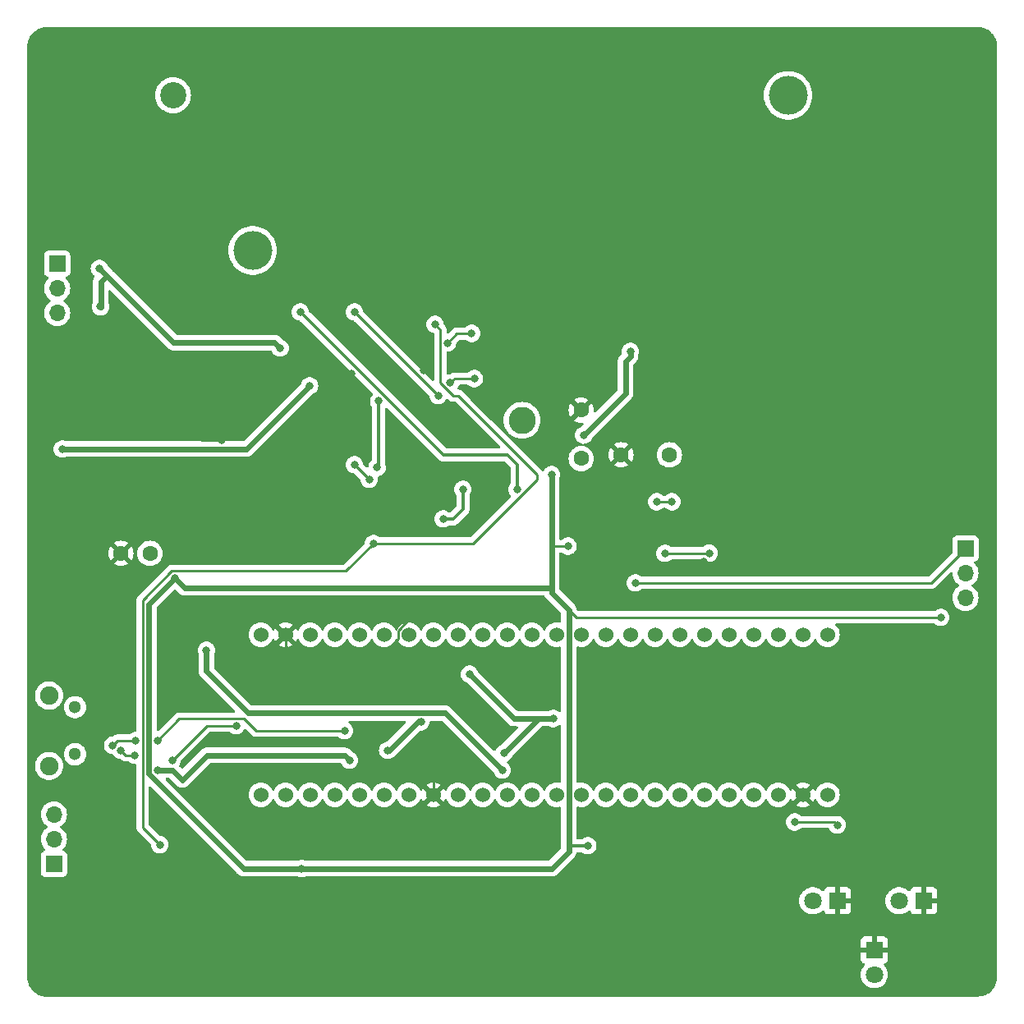
<source format=gbr>
%TF.GenerationSoftware,KiCad,Pcbnew,(7.0.0)*%
%TF.CreationDate,2023-04-03T20:11:10+02:00*%
%TF.ProjectId,FullSchematic,46756c6c-5363-4686-956d-617469632e6b,rev?*%
%TF.SameCoordinates,Original*%
%TF.FileFunction,Copper,L2,Bot*%
%TF.FilePolarity,Positive*%
%FSLAX46Y46*%
G04 Gerber Fmt 4.6, Leading zero omitted, Abs format (unit mm)*
G04 Created by KiCad (PCBNEW (7.0.0)) date 2023-04-03 20:11:10*
%MOMM*%
%LPD*%
G01*
G04 APERTURE LIST*
%TA.AperFunction,ComponentPad*%
%ADD10C,1.600000*%
%TD*%
%TA.AperFunction,ComponentPad*%
%ADD11C,1.524000*%
%TD*%
%TA.AperFunction,ComponentPad*%
%ADD12R,1.800000X1.800000*%
%TD*%
%TA.AperFunction,ComponentPad*%
%ADD13C,1.800000*%
%TD*%
%TA.AperFunction,ComponentPad*%
%ADD14C,2.800000*%
%TD*%
%TA.AperFunction,ComponentPad*%
%ADD15R,1.700000X1.700000*%
%TD*%
%TA.AperFunction,ComponentPad*%
%ADD16O,1.700000X1.700000*%
%TD*%
%TA.AperFunction,ComponentPad*%
%ADD17C,4.000000*%
%TD*%
%TA.AperFunction,ComponentPad*%
%ADD18C,2.700000*%
%TD*%
%TA.AperFunction,ComponentPad*%
%ADD19C,1.300000*%
%TD*%
%TA.AperFunction,ComponentPad*%
%ADD20C,1.900000*%
%TD*%
%TA.AperFunction,ViaPad*%
%ADD21C,0.800000*%
%TD*%
%TA.AperFunction,Conductor*%
%ADD22C,0.600000*%
%TD*%
%TA.AperFunction,Conductor*%
%ADD23C,0.250000*%
%TD*%
%TA.AperFunction,Conductor*%
%ADD24C,0.350000*%
%TD*%
G04 APERTURE END LIST*
D10*
%TO.P,C5,1*%
%TO.N,Net-(IC1-I)*%
X117136000Y-94727000D03*
%TO.P,C5,2*%
%TO.N,GND*%
X112136000Y-94727000D03*
%TD*%
D11*
%TO.P,U4,1,VBAT*%
%TO.N,unconnected-(U4-VBAT-Pad1)*%
X75012000Y-129779000D03*
%TO.P,U4,2,PC13*%
%TO.N,unconnected-(U4-PC13-Pad2)*%
X77552000Y-129779000D03*
%TO.P,U4,3,PC14*%
%TO.N,unconnected-(U4-PC14-Pad3)*%
X80092000Y-129779000D03*
%TO.P,U4,4,PC15*%
%TO.N,unconnected-(U4-PC15-Pad4)*%
X82632000Y-129779000D03*
%TO.P,U4,5,PF0*%
%TO.N,unconnected-(U4-PF0-Pad5)*%
X85172000Y-129779000D03*
%TO.P,U4,6,PF1*%
%TO.N,unconnected-(U4-PF1-Pad6)*%
X87712000Y-129779000D03*
%TO.P,U4,7,NRST*%
%TO.N,unconnected-(U4-NRST-Pad7)*%
X90252000Y-129779000D03*
%TO.P,U4,8,GND*%
%TO.N,GND*%
X92792000Y-129779000D03*
%TO.P,U4,9,V+*%
%TO.N,/Microcontroller/3.3V*%
X95332000Y-129779000D03*
%TO.P,U4,10,PA0*%
%TO.N,unconnected-(U4-PA0-Pad10)*%
X97872000Y-129779000D03*
%TO.P,U4,11,PA1*%
%TO.N,/Microcontroller/LDR_sensor*%
X100412000Y-129779000D03*
%TO.P,U4,12,PA2*%
%TO.N,unconnected-(U4-PA2-Pad12)*%
X102952000Y-129779000D03*
%TO.P,U4,13,PA3*%
%TO.N,unconnected-(U4-PA3-Pad13)*%
X105492000Y-129779000D03*
%TO.P,U4,14,PA4*%
%TO.N,unconnected-(U4-PA4-Pad14)*%
X108032000Y-129779000D03*
%TO.P,U4,15,PA5*%
%TO.N,/Microcontroller/SCL*%
X110572000Y-129779000D03*
%TO.P,U4,16,PA6*%
X113112000Y-129779000D03*
%TO.P,U4,17,PA7*%
%TO.N,unconnected-(U4-PA7-Pad17)*%
X115652000Y-129779000D03*
%TO.P,U4,18,PB0*%
%TO.N,/Microcontroller/out1*%
X118192000Y-129779000D03*
%TO.P,U4,19,PB1*%
%TO.N,/Microcontroller/out3*%
X120732000Y-129779000D03*
%TO.P,U4,20,PB2*%
%TO.N,/Microcontroller/out2*%
X123272000Y-129779000D03*
%TO.P,U4,21,PB10*%
%TO.N,unconnected-(U4-PB10-Pad21)*%
X125812000Y-129779000D03*
%TO.P,U4,22,PB11*%
%TO.N,unconnected-(U4-PB11-Pad22)*%
X128352000Y-129779000D03*
%TO.P,U4,23,GND*%
%TO.N,GND*%
X130892000Y-129779000D03*
%TO.P,U4,24,V+*%
%TO.N,/Microcontroller/3.3V*%
X133432000Y-129779000D03*
%TO.P,U4,25,PB12*%
%TO.N,unconnected-(U4-PB12-Pad25)*%
X133432000Y-113269000D03*
%TO.P,U4,26,PB13*%
%TO.N,unconnected-(U4-PB13-Pad26)*%
X130892000Y-113269000D03*
%TO.P,U4,27,PB14*%
%TO.N,unconnected-(U4-PB14-Pad27)*%
X128352000Y-113269000D03*
%TO.P,U4,28,PB15*%
%TO.N,unconnected-(U4-PB15-Pad28)*%
X125812000Y-113269000D03*
%TO.P,U4,29,PA8*%
%TO.N,unconnected-(U4-PA8-Pad29)*%
X123272000Y-113269000D03*
%TO.P,U4,30,PA9*%
%TO.N,unconnected-(U4-PA9-Pad30)*%
X120732000Y-113269000D03*
%TO.P,U4,31,PA10*%
%TO.N,unconnected-(U4-PA10-Pad31)*%
X118192000Y-113269000D03*
%TO.P,U4,32,PA11*%
%TO.N,unconnected-(U4-PA11-Pad32)*%
X115652000Y-113269000D03*
%TO.P,U4,33,PA12*%
%TO.N,unconnected-(U4-PA12-Pad33)*%
X113112000Y-113269000D03*
%TO.P,U4,34,PA13*%
%TO.N,/Output of Touch Sensor*%
X110572000Y-113269000D03*
%TO.P,U4,35,PF6*%
%TO.N,unconnected-(U4-PF6-Pad35)*%
X108032000Y-113269000D03*
%TO.P,U4,36,PF7*%
%TO.N,unconnected-(U4-PF7-Pad36)*%
X105492000Y-113269000D03*
%TO.P,U4,37,PA14*%
%TO.N,/Microcontroller/Rx*%
X102952000Y-113269000D03*
%TO.P,U4,38,PA15*%
%TO.N,/Microcontroller/Tx*%
X100412000Y-113269000D03*
%TO.P,U4,39,PB3*%
%TO.N,unconnected-(U4-PB3-Pad39)*%
X97872000Y-113269000D03*
%TO.P,U4,40,PB4*%
%TO.N,unconnected-(U4-PB4-Pad40)*%
X95332000Y-113269000D03*
%TO.P,U4,41,PB5*%
%TO.N,unconnected-(U4-PB5-Pad41)*%
X92792000Y-113269000D03*
%TO.P,U4,42,PB6*%
%TO.N,unconnected-(U4-PB6-Pad42)*%
X90252000Y-113269000D03*
%TO.P,U4,43,PB7*%
%TO.N,unconnected-(U4-PB7-Pad43)*%
X87712000Y-113269000D03*
%TO.P,U4,44,BOOT*%
%TO.N,unconnected-(U4-BOOT-Pad44)*%
X85172000Y-113269000D03*
%TO.P,U4,45,PB8*%
%TO.N,unconnected-(U4-PB8-Pad45)*%
X82632000Y-113269000D03*
%TO.P,U4,46,PB9*%
%TO.N,unconnected-(U4-PB9-Pad46)*%
X80092000Y-113269000D03*
%TO.P,U4,47,GND*%
%TO.N,GND*%
X77552000Y-113269000D03*
%TO.P,U4,48,V+*%
%TO.N,/Microcontroller/3.3V*%
X75012000Y-113269000D03*
%TD*%
D12*
%TO.P,D2,1,K*%
%TO.N,GND*%
X134447999Y-140700999D03*
D13*
%TO.P,D2,2,A*%
%TO.N,Net-(D2-A)*%
X131908000Y-140701000D03*
%TD*%
D14*
%TO.P,TP17,1,1*%
%TO.N,/Output of Touch Sensor*%
X101936000Y-91171000D03*
%TD*%
D10*
%TO.P,R12,1*%
%TO.N,/Microcontroller/LDR_sensor*%
X63572000Y-104887000D03*
%TO.P,R12,2*%
%TO.N,GND*%
X60572000Y-104887000D03*
%TD*%
D15*
%TO.P,J5,1,Pin_1*%
%TO.N,Net-(J5-Pin_1)*%
X54000399Y-75031599D03*
D16*
%TO.P,J5,2,Pin_2*%
%TO.N,/Power Module/Charging/Vbat*%
X54000399Y-77571599D03*
%TO.P,J5,3,Pin_3*%
%TO.N,Net-(D6-K)*%
X54000399Y-80111599D03*
%TD*%
D10*
%TO.P,C13,1*%
%TO.N,/Vboard*%
X108032000Y-95115000D03*
%TO.P,C13,2*%
%TO.N,GND*%
X108032000Y-90115000D03*
%TD*%
D17*
%TO.P,BT1,*%
%TO.N,*%
X129368000Y-57660000D03*
X74168000Y-73660000D03*
D18*
X65948000Y-57660000D03*
%TD*%
D15*
%TO.P,J4,1,Pin_1*%
%TO.N,/Microcontroller/3.3V*%
X53675999Y-136890999D03*
D16*
%TO.P,J4,2,Pin_2*%
%TO.N,Net-(#FLG05-pwr)*%
X53675999Y-134350999D03*
%TO.P,J4,3,Pin_3*%
%TO.N,/Microcontroller/5V*%
X53675999Y-131810999D03*
%TD*%
D15*
%TO.P,J3,1,Pin_1*%
%TO.N,/Pin 1*%
X147655999Y-104378999D03*
D16*
%TO.P,J3,2,Pin_2*%
%TO.N,/Microcontroller/3.3V*%
X147655999Y-106918999D03*
%TO.P,J3,3,Pin_3*%
%TO.N,/Vboard*%
X147655999Y-109458999D03*
%TD*%
D19*
%TO.P,J1,MH1*%
%TO.N,N/C*%
X55848000Y-120750000D03*
%TO.P,J1,MH2*%
X55848000Y-125600000D03*
D20*
%TO.P,J1,MH3*%
X53168000Y-119550000D03*
%TO.P,J1,MH4*%
X53168000Y-126800000D03*
%TD*%
D12*
%TO.P,D3,1,K*%
%TO.N,GND*%
X138257999Y-145780999D03*
D13*
%TO.P,D3,2,A*%
%TO.N,Net-(D3-A)*%
X138258000Y-148321000D03*
%TD*%
D12*
%TO.P,D1,1,K*%
%TO.N,GND*%
X143337999Y-140700999D03*
D13*
%TO.P,D1,2,A*%
%TO.N,Net-(D1-A)*%
X140798000Y-140701000D03*
%TD*%
D21*
%TO.N,/Microcontroller/3.3V*%
X96520000Y-117348000D03*
X100076000Y-125476000D03*
X105156000Y-121920000D03*
%TO.N,GND*%
X65868000Y-88692500D03*
X93599000Y-126048500D03*
X66867500Y-92695000D03*
X120650000Y-105740200D03*
X91794855Y-86030545D03*
X98196400Y-123418600D03*
X113618500Y-98298000D03*
X115646200Y-127457200D03*
X73329800Y-147269200D03*
X91522000Y-126048500D03*
X86690200Y-78181200D03*
X70948000Y-93203000D03*
X58775600Y-125679200D03*
X92862400Y-77876400D03*
X124536200Y-118033800D03*
X127101600Y-123393200D03*
X67895888Y-91124575D03*
X116927057Y-87124647D03*
X64744600Y-140970000D03*
X142163800Y-66040000D03*
X76708000Y-140233400D03*
X88569800Y-99695000D03*
X84311445Y-86325755D03*
X93853000Y-110337600D03*
X93808000Y-127239000D03*
X94310200Y-124599500D03*
X73558400Y-96088200D03*
X136575800Y-122936000D03*
%TO.N,/Vboard*%
X66132000Y-107427000D03*
X108712000Y-135026400D03*
X145116000Y-111491000D03*
X79222600Y-137399000D03*
X106680000Y-104140000D03*
X113112000Y-84059000D03*
X108297500Y-92695000D03*
X104984000Y-96759000D03*
%TO.N,Net-(J1-D-)*%
X60571500Y-125207000D03*
X65868000Y-126223000D03*
X62020500Y-125715000D03*
X72472000Y-122667000D03*
%TO.N,Net-(J1-D+)*%
X62094500Y-124191000D03*
X83648000Y-123175000D03*
X64344000Y-124191000D03*
X59727889Y-124670972D03*
%TO.N,/Microcontroller/out3*%
X130048000Y-132588000D03*
X134448000Y-132888500D03*
%TO.N,/Microcontroller/LDR_sensor*%
X69392800Y-114884200D03*
X99904000Y-127239000D03*
%TO.N,Net-(#FLG05-pwr)*%
X64344000Y-127239000D03*
X84156000Y-126223000D03*
X91522000Y-122258500D03*
X88082500Y-125207000D03*
%TO.N,Net-(D5-A)*%
X115824000Y-99568000D03*
X117392500Y-99568000D03*
%TO.N,/Pin 1*%
X113620000Y-107935000D03*
%TO.N,/Power Module/Regulating/Vbat*%
X92964000Y-81280000D03*
X86617500Y-103871000D03*
X64598000Y-134930498D03*
%TO.N,Net-(R22-Pad2)*%
X94245000Y-83185000D03*
X96739500Y-82219800D03*
%TO.N,Net-(U5--)*%
X87164345Y-89178655D03*
X86989655Y-96036655D03*
%TO.N,Net-(R14-Pad2)*%
X95840000Y-98283000D03*
X79076000Y-79995000D03*
X93808000Y-101331000D03*
X101428000Y-98283000D03*
%TO.N,Net-(U6-A)*%
X93300000Y-88631000D03*
X84664000Y-79995000D03*
%TO.N,Net-(U5-+)*%
X97028000Y-86868000D03*
X86188000Y-97267000D03*
X94540799Y-87323201D03*
X84664000Y-95743000D03*
%TO.N,Net-(Q1-G)*%
X121240000Y-104871500D03*
X116668000Y-104887000D03*
%TO.N,Net-(D6-A)*%
X80030500Y-87615000D03*
X54533800Y-94132400D03*
%TO.N,Net-(J5-Pin_1)*%
X58369200Y-75514200D03*
X76987400Y-83718400D03*
X58470800Y-79451200D03*
%TD*%
D22*
%TO.N,/Microcontroller/3.3V*%
X101092000Y-121920000D02*
X105156000Y-121920000D01*
X96520000Y-117348000D02*
X101092000Y-121920000D01*
X103632000Y-121920000D02*
X105156000Y-121920000D01*
X100076000Y-125476000D02*
X103632000Y-121920000D01*
D23*
%TO.N,GND*%
X91646149Y-110337600D02*
X89165000Y-112818749D01*
X89165000Y-112818749D02*
X89165000Y-113719251D01*
X94310200Y-125337300D02*
X93599000Y-126048500D01*
X136575800Y-122605800D02*
X136398000Y-122428000D01*
X58775600Y-125679200D02*
X58775600Y-135001000D01*
X58775600Y-135001000D02*
X64744600Y-140970000D01*
X67637750Y-91924750D02*
X66867500Y-92695000D01*
X67895888Y-91666612D02*
X67637750Y-91924750D01*
X89662000Y-114884200D02*
X98196400Y-123418600D01*
X94310200Y-124599500D02*
X94310200Y-125337300D01*
X78003400Y-114884200D02*
X77552000Y-114432800D01*
X93853000Y-110337600D02*
X91646149Y-110337600D01*
X70948000Y-93203000D02*
X68916000Y-93203000D01*
X77552000Y-114432800D02*
X77552000Y-113269000D01*
X89165000Y-113719251D02*
X88000051Y-114884200D01*
X67895888Y-91124575D02*
X67895888Y-91666612D01*
X92792000Y-128255000D02*
X92792000Y-129779000D01*
X93808000Y-127239000D02*
X92792000Y-128255000D01*
X88000051Y-114884200D02*
X89662000Y-114884200D01*
X68916000Y-93203000D02*
X67637750Y-91924750D01*
X88000051Y-114884200D02*
X78003400Y-114884200D01*
D22*
%TO.N,/Vboard*%
X113112000Y-84059000D02*
X113112000Y-84567000D01*
X106754000Y-110721000D02*
X106754000Y-135331200D01*
X104984000Y-108443000D02*
X104984000Y-96759000D01*
X67148000Y-108443000D02*
X66132000Y-107427000D01*
X104984000Y-108951000D02*
X104984000Y-108443000D01*
D23*
X106680000Y-104140000D02*
X104984000Y-104140000D01*
D22*
X106754000Y-135629000D02*
X104984000Y-137399000D01*
X112604000Y-88388500D02*
X108297500Y-92695000D01*
X106754000Y-110721000D02*
X104984000Y-108951000D01*
X106754000Y-135331200D02*
X106754000Y-135629000D01*
D24*
X108712000Y-135026400D02*
X107058800Y-135026400D01*
D22*
X79222600Y-137399000D02*
X73231207Y-137399000D01*
X104984000Y-137399000D02*
X79222600Y-137399000D01*
D23*
X145116000Y-111491000D02*
X107524000Y-111491000D01*
D22*
X112604000Y-85075000D02*
X112604000Y-88388500D01*
D23*
X107524000Y-111491000D02*
X106754000Y-110721000D01*
D22*
X63444000Y-110115000D02*
X66132000Y-107427000D01*
X63444000Y-127611793D02*
X63444000Y-110115000D01*
X73231207Y-137399000D02*
X63444000Y-127611793D01*
D24*
X107058800Y-135026400D02*
X106754000Y-135331200D01*
D22*
X104984000Y-108443000D02*
X67148000Y-108443000D01*
X113112000Y-84567000D02*
X112604000Y-85075000D01*
D23*
%TO.N,Net-(J1-D-)*%
X61079500Y-125715000D02*
X60571500Y-125207000D01*
X72472000Y-122667000D02*
X69424000Y-122667000D01*
X62020500Y-125715000D02*
X61079500Y-125715000D01*
X69424000Y-122667000D02*
X65868000Y-126223000D01*
%TO.N,Net-(J1-D+)*%
X60207861Y-124191000D02*
X62094500Y-124191000D01*
X66593000Y-121942000D02*
X73271000Y-121942000D01*
X74504000Y-123175000D02*
X83648000Y-123175000D01*
X64344000Y-124191000D02*
X66593000Y-121942000D01*
X73271000Y-121942000D02*
X74504000Y-123175000D01*
X59727889Y-124670972D02*
X60207861Y-124191000D01*
%TO.N,/Microcontroller/out3*%
X130048000Y-132588000D02*
X134147500Y-132588000D01*
X134147500Y-132588000D02*
X134448000Y-132888500D01*
D22*
%TO.N,/Microcontroller/LDR_sensor*%
X99904000Y-127239000D02*
X94024000Y-121359000D01*
X69392800Y-117047800D02*
X69392800Y-114884200D01*
X94024000Y-121359000D02*
X73704000Y-121359000D01*
X73704000Y-121359000D02*
X69392800Y-117047800D01*
%TO.N,Net-(#FLG05-pwr)*%
X69424000Y-125715000D02*
X83648000Y-125715000D01*
X66884000Y-128255000D02*
X69424000Y-125715000D01*
X88082500Y-125207000D02*
X88220000Y-125207000D01*
D23*
X91422500Y-122159000D02*
X91522000Y-122258500D01*
D22*
X64344000Y-127239000D02*
X65868000Y-127239000D01*
X83648000Y-125715000D02*
X84156000Y-126223000D01*
X65868000Y-127239000D02*
X66884000Y-128255000D01*
X88220000Y-125207000D02*
X91268000Y-122159000D01*
D23*
X91268000Y-122159000D02*
X91422500Y-122159000D01*
%TO.N,Net-(D5-A)*%
X115824000Y-99568000D02*
X117392500Y-99568000D01*
%TO.N,/Pin 1*%
X144100000Y-107935000D02*
X147656000Y-104379000D01*
X113620000Y-107935000D02*
X144100000Y-107935000D01*
%TO.N,/Power Module/Regulating/Vbat*%
X96865305Y-103871000D02*
X86617500Y-103871000D01*
X62819000Y-133151498D02*
X62819000Y-109714695D01*
X62819000Y-109714695D02*
X65831695Y-106702000D01*
X95332000Y-88631000D02*
X103460000Y-96759000D01*
X64598000Y-134930498D02*
X62819000Y-133151498D01*
X103460000Y-97276305D02*
X96865305Y-103871000D01*
X93520500Y-87327500D02*
X94824000Y-88631000D01*
X93520500Y-81836500D02*
X92964000Y-81280000D01*
X94824000Y-88631000D02*
X95332000Y-88631000D01*
X103460000Y-96759000D02*
X103460000Y-97276305D01*
X83786500Y-106702000D02*
X86617500Y-103871000D01*
X65831695Y-106702000D02*
X83786500Y-106702000D01*
X93503032Y-87310032D02*
X93520500Y-87327500D01*
X93520500Y-87327500D02*
X93520500Y-81836500D01*
%TO.N,Net-(R22-Pad2)*%
X96739500Y-82219800D02*
X95210200Y-82219800D01*
X95210200Y-82219800D02*
X94245000Y-83185000D01*
D24*
%TO.N,Net-(U5--)*%
X86989655Y-96036655D02*
X87164345Y-95861965D01*
X87164345Y-95861965D02*
X87164345Y-89178655D01*
%TO.N,Net-(R14-Pad2)*%
X93808000Y-101331000D02*
X94824000Y-101331000D01*
X93808000Y-94727000D02*
X100412000Y-94727000D01*
X79076000Y-79995000D02*
X93808000Y-94727000D01*
X101428000Y-95743000D02*
X101428000Y-98283000D01*
X95840000Y-100315000D02*
X95840000Y-98283000D01*
X94824000Y-101331000D02*
X95840000Y-100315000D01*
X100412000Y-94727000D02*
X101428000Y-95743000D01*
%TO.N,Net-(U6-A)*%
X93300000Y-88631000D02*
X84664000Y-79995000D01*
D23*
%TO.N,Net-(U5-+)*%
X97028000Y-86868000D02*
X94996000Y-86868000D01*
D24*
X86188000Y-97267000D02*
X84664000Y-95743000D01*
D23*
X94996000Y-86868000D02*
X94540799Y-87323201D01*
%TO.N,Net-(Q1-G)*%
X117191500Y-104871500D02*
X117176000Y-104887000D01*
X117176000Y-104887000D02*
X116668000Y-104887000D01*
X121240000Y-104871500D02*
X117191500Y-104871500D01*
D22*
%TO.N,Net-(D6-A)*%
X54533800Y-94132400D02*
X73513100Y-94132400D01*
X73513100Y-94132400D02*
X80030500Y-87615000D01*
%TO.N,Net-(J5-Pin_1)*%
X76428600Y-83159600D02*
X76987400Y-83718400D01*
X59118500Y-76263500D02*
X58496200Y-76885800D01*
X58496200Y-79476600D02*
X58470800Y-79451200D01*
X66014600Y-83159600D02*
X75234800Y-83159600D01*
X58369200Y-75514200D02*
X59118500Y-76263500D01*
X58496200Y-76885800D02*
X58496200Y-79476600D01*
X75234800Y-83159600D02*
X76428600Y-83159600D01*
X59118500Y-76263500D02*
X66014600Y-83159600D01*
%TD*%
%TA.AperFunction,Conductor*%
%TO.N,GND*%
G36*
X89892355Y-122173015D02*
G01*
X89936378Y-122210615D01*
X89958533Y-122264102D01*
X89953991Y-122321818D01*
X89923741Y-122371181D01*
X88014547Y-124280374D01*
X87986034Y-124301666D01*
X87952647Y-124313983D01*
X87809059Y-124344503D01*
X87809052Y-124344505D01*
X87802697Y-124345856D01*
X87796762Y-124348498D01*
X87796754Y-124348501D01*
X87635707Y-124420205D01*
X87635702Y-124420207D01*
X87629770Y-124422849D01*
X87624516Y-124426665D01*
X87624511Y-124426669D01*
X87481888Y-124530290D01*
X87481881Y-124530295D01*
X87476629Y-124534112D01*
X87472284Y-124538937D01*
X87472279Y-124538942D01*
X87354313Y-124669956D01*
X87354308Y-124669962D01*
X87349967Y-124674784D01*
X87346722Y-124680404D01*
X87346718Y-124680410D01*
X87258569Y-124833089D01*
X87258566Y-124833094D01*
X87255321Y-124838716D01*
X87253315Y-124844888D01*
X87253313Y-124844894D01*
X87198833Y-125012564D01*
X87198831Y-125012573D01*
X87196826Y-125018744D01*
X87196148Y-125025194D01*
X87196146Y-125025204D01*
X87182663Y-125153500D01*
X87177040Y-125207000D01*
X87177719Y-125213460D01*
X87196146Y-125388795D01*
X87196147Y-125388803D01*
X87196826Y-125395256D01*
X87198831Y-125401428D01*
X87198833Y-125401435D01*
X87241734Y-125533468D01*
X87255321Y-125575284D01*
X87258568Y-125580908D01*
X87258569Y-125580910D01*
X87342350Y-125726024D01*
X87349967Y-125739216D01*
X87354311Y-125744041D01*
X87354313Y-125744043D01*
X87453964Y-125854716D01*
X87476629Y-125879888D01*
X87481887Y-125883708D01*
X87481888Y-125883709D01*
X87512612Y-125906031D01*
X87629770Y-125991151D01*
X87802697Y-126068144D01*
X87987854Y-126107500D01*
X88170643Y-126107500D01*
X88177146Y-126107500D01*
X88362303Y-126068144D01*
X88535230Y-125991151D01*
X88688371Y-125879888D01*
X88769214Y-125790101D01*
X88773665Y-125785412D01*
X88849811Y-125709267D01*
X88849811Y-125709266D01*
X88849816Y-125709262D01*
X88849815Y-125709262D01*
X91363758Y-123195318D01*
X91403986Y-123168439D01*
X91451439Y-123159000D01*
X91610143Y-123159000D01*
X91616646Y-123159000D01*
X91801803Y-123119644D01*
X91974730Y-123042651D01*
X92127871Y-122931388D01*
X92254533Y-122790716D01*
X92349179Y-122626784D01*
X92407674Y-122446756D01*
X92421642Y-122313856D01*
X92426195Y-122270539D01*
X92446715Y-122214160D01*
X92491301Y-122174015D01*
X92549516Y-122159500D01*
X93641060Y-122159500D01*
X93688513Y-122168939D01*
X93728741Y-122195819D01*
X99025262Y-127492340D01*
X99055511Y-127541701D01*
X99076821Y-127607284D01*
X99080068Y-127612908D01*
X99080069Y-127612910D01*
X99126868Y-127693969D01*
X99171467Y-127771216D01*
X99175811Y-127776041D01*
X99175813Y-127776043D01*
X99263992Y-127873975D01*
X99298129Y-127911888D01*
X99451270Y-128023151D01*
X99624197Y-128100144D01*
X99809354Y-128139500D01*
X99992143Y-128139500D01*
X99998646Y-128139500D01*
X100183803Y-128100144D01*
X100356730Y-128023151D01*
X100509871Y-127911888D01*
X100636533Y-127771216D01*
X100731179Y-127607284D01*
X100789674Y-127427256D01*
X100809460Y-127239000D01*
X100797179Y-127122147D01*
X100790353Y-127057204D01*
X100790352Y-127057203D01*
X100789674Y-127050744D01*
X100731179Y-126870716D01*
X100636533Y-126706784D01*
X100610165Y-126677500D01*
X100514220Y-126570942D01*
X100514219Y-126570941D01*
X100509871Y-126566112D01*
X100429679Y-126507849D01*
X100389288Y-126457970D01*
X100379246Y-126394573D01*
X100402249Y-126334649D01*
X100452129Y-126294256D01*
X100528730Y-126260151D01*
X100681871Y-126148888D01*
X100808533Y-126008216D01*
X100903179Y-125844284D01*
X100924488Y-125778700D01*
X100954734Y-125729342D01*
X103927258Y-122756819D01*
X103967487Y-122729939D01*
X104014940Y-122720500D01*
X104713633Y-122720500D01*
X104764069Y-122731221D01*
X104821563Y-122756819D01*
X104876197Y-122781144D01*
X105061354Y-122820500D01*
X105244143Y-122820500D01*
X105250646Y-122820500D01*
X105435803Y-122781144D01*
X105608730Y-122704151D01*
X105749204Y-122602091D01*
X105756615Y-122596707D01*
X105819771Y-122573407D01*
X105885795Y-122586540D01*
X105935227Y-122632235D01*
X105953500Y-122697025D01*
X105953500Y-128434021D01*
X105940712Y-128488865D01*
X105904987Y-128532397D01*
X105853691Y-128555638D01*
X105797407Y-128553796D01*
X105717303Y-128532332D01*
X105717295Y-128532330D01*
X105712068Y-128530930D01*
X105706676Y-128530458D01*
X105706669Y-128530457D01*
X105497395Y-128512149D01*
X105492000Y-128511677D01*
X105486605Y-128512149D01*
X105277330Y-128530457D01*
X105277321Y-128530458D01*
X105271932Y-128530930D01*
X105266711Y-128532328D01*
X105266699Y-128532331D01*
X105063777Y-128586705D01*
X105063772Y-128586706D01*
X105058550Y-128588106D01*
X105053654Y-128590388D01*
X105053643Y-128590393D01*
X104863249Y-128679176D01*
X104863245Y-128679178D01*
X104858339Y-128681466D01*
X104853906Y-128684569D01*
X104853899Y-128684574D01*
X104681815Y-128805068D01*
X104681810Y-128805071D01*
X104677380Y-128808174D01*
X104673556Y-128811997D01*
X104673550Y-128812003D01*
X104525003Y-128960550D01*
X104524997Y-128960556D01*
X104521174Y-128964380D01*
X104518071Y-128968810D01*
X104518068Y-128968815D01*
X104397574Y-129140899D01*
X104397569Y-129140906D01*
X104394466Y-129145339D01*
X104392178Y-129150245D01*
X104392176Y-129150249D01*
X104334382Y-129274189D01*
X104288625Y-129326365D01*
X104222000Y-129345784D01*
X104155375Y-129326365D01*
X104109618Y-129274189D01*
X104051942Y-129150504D01*
X104049534Y-129145339D01*
X103922826Y-128964380D01*
X103766620Y-128808174D01*
X103732564Y-128784328D01*
X103590096Y-128684570D01*
X103590090Y-128684566D01*
X103585662Y-128681466D01*
X103580757Y-128679178D01*
X103580754Y-128679177D01*
X103449972Y-128618193D01*
X103385450Y-128588106D01*
X103380235Y-128586708D01*
X103380228Y-128586706D01*
X103177300Y-128532331D01*
X103177289Y-128532329D01*
X103172068Y-128530930D01*
X103166676Y-128530458D01*
X103166669Y-128530457D01*
X102957395Y-128512149D01*
X102952000Y-128511677D01*
X102946605Y-128512149D01*
X102737330Y-128530457D01*
X102737321Y-128530458D01*
X102731932Y-128530930D01*
X102726711Y-128532328D01*
X102726699Y-128532331D01*
X102523777Y-128586705D01*
X102523772Y-128586706D01*
X102518550Y-128588106D01*
X102513654Y-128590388D01*
X102513643Y-128590393D01*
X102323249Y-128679176D01*
X102323245Y-128679178D01*
X102318339Y-128681466D01*
X102313906Y-128684569D01*
X102313899Y-128684574D01*
X102141815Y-128805068D01*
X102141810Y-128805071D01*
X102137380Y-128808174D01*
X102133556Y-128811997D01*
X102133550Y-128812003D01*
X101985003Y-128960550D01*
X101984997Y-128960556D01*
X101981174Y-128964380D01*
X101978071Y-128968810D01*
X101978068Y-128968815D01*
X101857574Y-129140899D01*
X101857569Y-129140906D01*
X101854466Y-129145339D01*
X101852178Y-129150245D01*
X101852176Y-129150249D01*
X101794382Y-129274189D01*
X101748625Y-129326365D01*
X101682000Y-129345784D01*
X101615375Y-129326365D01*
X101569618Y-129274189D01*
X101511942Y-129150504D01*
X101509534Y-129145339D01*
X101382826Y-128964380D01*
X101226620Y-128808174D01*
X101192564Y-128784328D01*
X101050096Y-128684570D01*
X101050090Y-128684566D01*
X101045662Y-128681466D01*
X101040757Y-128679178D01*
X101040754Y-128679177D01*
X100909972Y-128618193D01*
X100845450Y-128588106D01*
X100840235Y-128586708D01*
X100840228Y-128586706D01*
X100637300Y-128532331D01*
X100637289Y-128532329D01*
X100632068Y-128530930D01*
X100626676Y-128530458D01*
X100626669Y-128530457D01*
X100417395Y-128512149D01*
X100412000Y-128511677D01*
X100406605Y-128512149D01*
X100197330Y-128530457D01*
X100197321Y-128530458D01*
X100191932Y-128530930D01*
X100186711Y-128532328D01*
X100186699Y-128532331D01*
X99983777Y-128586705D01*
X99983772Y-128586706D01*
X99978550Y-128588106D01*
X99973654Y-128590388D01*
X99973643Y-128590393D01*
X99783249Y-128679176D01*
X99783245Y-128679178D01*
X99778339Y-128681466D01*
X99773906Y-128684569D01*
X99773899Y-128684574D01*
X99601815Y-128805068D01*
X99601810Y-128805071D01*
X99597380Y-128808174D01*
X99593556Y-128811997D01*
X99593550Y-128812003D01*
X99445003Y-128960550D01*
X99444997Y-128960556D01*
X99441174Y-128964380D01*
X99438071Y-128968810D01*
X99438068Y-128968815D01*
X99317574Y-129140899D01*
X99317569Y-129140906D01*
X99314466Y-129145339D01*
X99312178Y-129150245D01*
X99312176Y-129150249D01*
X99254382Y-129274189D01*
X99208625Y-129326365D01*
X99142000Y-129345784D01*
X99075375Y-129326365D01*
X99029618Y-129274189D01*
X98971942Y-129150504D01*
X98969534Y-129145339D01*
X98842826Y-128964380D01*
X98686620Y-128808174D01*
X98652564Y-128784328D01*
X98510096Y-128684570D01*
X98510090Y-128684566D01*
X98505662Y-128681466D01*
X98500757Y-128679178D01*
X98500754Y-128679177D01*
X98369972Y-128618193D01*
X98305450Y-128588106D01*
X98300235Y-128586708D01*
X98300228Y-128586706D01*
X98097300Y-128532331D01*
X98097289Y-128532329D01*
X98092068Y-128530930D01*
X98086676Y-128530458D01*
X98086669Y-128530457D01*
X97877395Y-128512149D01*
X97872000Y-128511677D01*
X97866605Y-128512149D01*
X97657330Y-128530457D01*
X97657321Y-128530458D01*
X97651932Y-128530930D01*
X97646711Y-128532328D01*
X97646699Y-128532331D01*
X97443777Y-128586705D01*
X97443772Y-128586706D01*
X97438550Y-128588106D01*
X97433654Y-128590388D01*
X97433643Y-128590393D01*
X97243249Y-128679176D01*
X97243245Y-128679178D01*
X97238339Y-128681466D01*
X97233906Y-128684569D01*
X97233899Y-128684574D01*
X97061815Y-128805068D01*
X97061810Y-128805071D01*
X97057380Y-128808174D01*
X97053556Y-128811997D01*
X97053550Y-128812003D01*
X96905003Y-128960550D01*
X96904997Y-128960556D01*
X96901174Y-128964380D01*
X96898071Y-128968810D01*
X96898068Y-128968815D01*
X96777574Y-129140899D01*
X96777569Y-129140906D01*
X96774466Y-129145339D01*
X96772178Y-129150245D01*
X96772176Y-129150249D01*
X96714382Y-129274189D01*
X96668625Y-129326365D01*
X96602000Y-129345784D01*
X96535375Y-129326365D01*
X96489618Y-129274189D01*
X96431942Y-129150504D01*
X96429534Y-129145339D01*
X96302826Y-128964380D01*
X96146620Y-128808174D01*
X96112564Y-128784328D01*
X95970096Y-128684570D01*
X95970090Y-128684566D01*
X95965662Y-128681466D01*
X95960757Y-128679178D01*
X95960754Y-128679177D01*
X95829972Y-128618193D01*
X95765450Y-128588106D01*
X95760235Y-128586708D01*
X95760228Y-128586706D01*
X95557300Y-128532331D01*
X95557289Y-128532329D01*
X95552068Y-128530930D01*
X95546676Y-128530458D01*
X95546669Y-128530457D01*
X95337395Y-128512149D01*
X95332000Y-128511677D01*
X95326605Y-128512149D01*
X95117330Y-128530457D01*
X95117321Y-128530458D01*
X95111932Y-128530930D01*
X95106711Y-128532328D01*
X95106699Y-128532331D01*
X94903777Y-128586705D01*
X94903772Y-128586706D01*
X94898550Y-128588106D01*
X94893654Y-128590388D01*
X94893643Y-128590393D01*
X94703249Y-128679176D01*
X94703245Y-128679178D01*
X94698339Y-128681466D01*
X94693906Y-128684569D01*
X94693899Y-128684574D01*
X94521815Y-128805068D01*
X94521810Y-128805071D01*
X94517380Y-128808174D01*
X94513556Y-128811997D01*
X94513550Y-128812003D01*
X94365003Y-128960550D01*
X94364997Y-128960556D01*
X94361174Y-128964380D01*
X94358071Y-128968810D01*
X94358068Y-128968815D01*
X94237574Y-129140899D01*
X94237569Y-129140906D01*
X94234466Y-129145339D01*
X94232179Y-129150242D01*
X94232178Y-129150245D01*
X94174105Y-129274782D01*
X94128347Y-129326957D01*
X94061722Y-129346376D01*
X93995097Y-129326956D01*
X93949341Y-129274780D01*
X93891391Y-129150504D01*
X93885990Y-129141150D01*
X93851529Y-129091935D01*
X93843418Y-129084502D01*
X93834139Y-129090413D01*
X93157095Y-129767457D01*
X93150431Y-129779000D01*
X93157095Y-129790542D01*
X93834136Y-130467582D01*
X93843419Y-130473496D01*
X93851528Y-130466064D01*
X93885989Y-130416851D01*
X93891388Y-130407499D01*
X93949340Y-130283219D01*
X93995097Y-130231042D01*
X94061722Y-130211622D01*
X94128348Y-130231041D01*
X94174105Y-130283217D01*
X94174105Y-130283218D01*
X94234466Y-130412662D01*
X94237566Y-130417090D01*
X94237570Y-130417096D01*
X94320614Y-130535694D01*
X94361174Y-130593620D01*
X94517380Y-130749826D01*
X94607859Y-130813180D01*
X94693903Y-130873429D01*
X94693906Y-130873430D01*
X94698338Y-130876534D01*
X94898550Y-130969894D01*
X94903770Y-130971292D01*
X94903771Y-130971293D01*
X95106699Y-131025668D01*
X95106701Y-131025668D01*
X95111932Y-131027070D01*
X95332000Y-131046323D01*
X95552068Y-131027070D01*
X95765450Y-130969894D01*
X95965662Y-130876534D01*
X96146620Y-130749826D01*
X96302826Y-130593620D01*
X96429534Y-130412662D01*
X96489618Y-130283808D01*
X96535375Y-130231634D01*
X96602000Y-130212214D01*
X96668625Y-130231634D01*
X96714381Y-130283808D01*
X96774466Y-130412662D01*
X96777566Y-130417090D01*
X96777570Y-130417096D01*
X96860614Y-130535694D01*
X96901174Y-130593620D01*
X97057380Y-130749826D01*
X97147859Y-130813180D01*
X97233903Y-130873429D01*
X97233906Y-130873430D01*
X97238338Y-130876534D01*
X97438550Y-130969894D01*
X97443770Y-130971292D01*
X97443771Y-130971293D01*
X97646699Y-131025668D01*
X97646701Y-131025668D01*
X97651932Y-131027070D01*
X97872000Y-131046323D01*
X98092068Y-131027070D01*
X98305450Y-130969894D01*
X98505662Y-130876534D01*
X98686620Y-130749826D01*
X98842826Y-130593620D01*
X98969534Y-130412662D01*
X99029618Y-130283808D01*
X99075375Y-130231634D01*
X99142000Y-130212214D01*
X99208625Y-130231634D01*
X99254381Y-130283808D01*
X99314466Y-130412662D01*
X99317566Y-130417090D01*
X99317570Y-130417096D01*
X99400614Y-130535694D01*
X99441174Y-130593620D01*
X99597380Y-130749826D01*
X99687859Y-130813180D01*
X99773903Y-130873429D01*
X99773906Y-130873430D01*
X99778338Y-130876534D01*
X99978550Y-130969894D01*
X99983770Y-130971292D01*
X99983771Y-130971293D01*
X100186699Y-131025668D01*
X100186701Y-131025668D01*
X100191932Y-131027070D01*
X100412000Y-131046323D01*
X100632068Y-131027070D01*
X100845450Y-130969894D01*
X101045662Y-130876534D01*
X101226620Y-130749826D01*
X101382826Y-130593620D01*
X101509534Y-130412662D01*
X101569618Y-130283808D01*
X101615375Y-130231634D01*
X101682000Y-130212214D01*
X101748625Y-130231634D01*
X101794381Y-130283808D01*
X101854466Y-130412662D01*
X101857566Y-130417090D01*
X101857570Y-130417096D01*
X101940614Y-130535694D01*
X101981174Y-130593620D01*
X102137380Y-130749826D01*
X102227859Y-130813180D01*
X102313903Y-130873429D01*
X102313906Y-130873430D01*
X102318338Y-130876534D01*
X102518550Y-130969894D01*
X102523770Y-130971292D01*
X102523771Y-130971293D01*
X102726699Y-131025668D01*
X102726701Y-131025668D01*
X102731932Y-131027070D01*
X102952000Y-131046323D01*
X103172068Y-131027070D01*
X103385450Y-130969894D01*
X103585662Y-130876534D01*
X103766620Y-130749826D01*
X103922826Y-130593620D01*
X104049534Y-130412662D01*
X104109618Y-130283808D01*
X104155375Y-130231634D01*
X104222000Y-130212214D01*
X104288625Y-130231634D01*
X104334381Y-130283808D01*
X104394466Y-130412662D01*
X104397566Y-130417090D01*
X104397570Y-130417096D01*
X104480614Y-130535694D01*
X104521174Y-130593620D01*
X104677380Y-130749826D01*
X104767859Y-130813180D01*
X104853903Y-130873429D01*
X104853906Y-130873430D01*
X104858338Y-130876534D01*
X105058550Y-130969894D01*
X105063770Y-130971292D01*
X105063771Y-130971293D01*
X105266699Y-131025668D01*
X105266701Y-131025668D01*
X105271932Y-131027070D01*
X105492000Y-131046323D01*
X105712068Y-131027070D01*
X105739817Y-131019634D01*
X105797407Y-131004204D01*
X105853691Y-131002362D01*
X105904987Y-131025603D01*
X105940712Y-131069135D01*
X105953500Y-131123979D01*
X105953500Y-135246060D01*
X105944061Y-135293513D01*
X105917181Y-135333741D01*
X104688741Y-136562181D01*
X104648513Y-136589061D01*
X104601060Y-136598500D01*
X79664967Y-136598500D01*
X79614531Y-136587779D01*
X79508345Y-136540501D01*
X79508340Y-136540499D01*
X79502403Y-136537856D01*
X79496044Y-136536504D01*
X79496040Y-136536503D01*
X79323608Y-136499852D01*
X79323605Y-136499851D01*
X79317246Y-136498500D01*
X79127954Y-136498500D01*
X79121595Y-136499851D01*
X79121591Y-136499852D01*
X78949159Y-136536503D01*
X78949152Y-136536505D01*
X78942797Y-136537856D01*
X78936862Y-136540498D01*
X78936854Y-136540501D01*
X78830669Y-136587779D01*
X78780233Y-136598500D01*
X73614147Y-136598500D01*
X73566694Y-136589061D01*
X73526466Y-136562181D01*
X66743285Y-129779000D01*
X73744677Y-129779000D01*
X73745149Y-129784395D01*
X73763457Y-129993669D01*
X73763458Y-129993676D01*
X73763930Y-129999068D01*
X73765329Y-130004289D01*
X73765331Y-130004300D01*
X73819706Y-130207228D01*
X73819708Y-130207235D01*
X73821106Y-130212450D01*
X73914466Y-130412662D01*
X73917566Y-130417090D01*
X73917570Y-130417096D01*
X74000614Y-130535694D01*
X74041174Y-130593620D01*
X74197380Y-130749826D01*
X74287859Y-130813180D01*
X74373903Y-130873429D01*
X74373906Y-130873430D01*
X74378338Y-130876534D01*
X74578550Y-130969894D01*
X74583770Y-130971292D01*
X74583771Y-130971293D01*
X74786699Y-131025668D01*
X74786701Y-131025668D01*
X74791932Y-131027070D01*
X75012000Y-131046323D01*
X75232068Y-131027070D01*
X75445450Y-130969894D01*
X75645662Y-130876534D01*
X75826620Y-130749826D01*
X75982826Y-130593620D01*
X76109534Y-130412662D01*
X76169618Y-130283808D01*
X76215375Y-130231634D01*
X76282000Y-130212214D01*
X76348625Y-130231634D01*
X76394381Y-130283808D01*
X76454466Y-130412662D01*
X76457566Y-130417090D01*
X76457570Y-130417096D01*
X76540614Y-130535694D01*
X76581174Y-130593620D01*
X76737380Y-130749826D01*
X76827859Y-130813180D01*
X76913903Y-130873429D01*
X76913906Y-130873430D01*
X76918338Y-130876534D01*
X77118550Y-130969894D01*
X77123770Y-130971292D01*
X77123771Y-130971293D01*
X77326699Y-131025668D01*
X77326701Y-131025668D01*
X77331932Y-131027070D01*
X77552000Y-131046323D01*
X77772068Y-131027070D01*
X77985450Y-130969894D01*
X78185662Y-130876534D01*
X78366620Y-130749826D01*
X78522826Y-130593620D01*
X78649534Y-130412662D01*
X78709618Y-130283808D01*
X78755375Y-130231634D01*
X78822000Y-130212214D01*
X78888625Y-130231634D01*
X78934381Y-130283808D01*
X78994466Y-130412662D01*
X78997566Y-130417090D01*
X78997570Y-130417096D01*
X79080614Y-130535694D01*
X79121174Y-130593620D01*
X79277380Y-130749826D01*
X79367859Y-130813180D01*
X79453903Y-130873429D01*
X79453906Y-130873430D01*
X79458338Y-130876534D01*
X79658550Y-130969894D01*
X79663770Y-130971292D01*
X79663771Y-130971293D01*
X79866699Y-131025668D01*
X79866701Y-131025668D01*
X79871932Y-131027070D01*
X80092000Y-131046323D01*
X80312068Y-131027070D01*
X80525450Y-130969894D01*
X80725662Y-130876534D01*
X80906620Y-130749826D01*
X81062826Y-130593620D01*
X81189534Y-130412662D01*
X81249618Y-130283808D01*
X81295375Y-130231634D01*
X81362000Y-130212214D01*
X81428625Y-130231634D01*
X81474381Y-130283808D01*
X81534466Y-130412662D01*
X81537566Y-130417090D01*
X81537570Y-130417096D01*
X81620614Y-130535694D01*
X81661174Y-130593620D01*
X81817380Y-130749826D01*
X81907859Y-130813180D01*
X81993903Y-130873429D01*
X81993906Y-130873430D01*
X81998338Y-130876534D01*
X82198550Y-130969894D01*
X82203770Y-130971292D01*
X82203771Y-130971293D01*
X82406699Y-131025668D01*
X82406701Y-131025668D01*
X82411932Y-131027070D01*
X82632000Y-131046323D01*
X82852068Y-131027070D01*
X83065450Y-130969894D01*
X83265662Y-130876534D01*
X83446620Y-130749826D01*
X83602826Y-130593620D01*
X83729534Y-130412662D01*
X83789618Y-130283808D01*
X83835375Y-130231634D01*
X83902000Y-130212214D01*
X83968625Y-130231634D01*
X84014381Y-130283808D01*
X84074466Y-130412662D01*
X84077566Y-130417090D01*
X84077570Y-130417096D01*
X84160614Y-130535694D01*
X84201174Y-130593620D01*
X84357380Y-130749826D01*
X84447859Y-130813180D01*
X84533903Y-130873429D01*
X84533906Y-130873430D01*
X84538338Y-130876534D01*
X84738550Y-130969894D01*
X84743770Y-130971292D01*
X84743771Y-130971293D01*
X84946699Y-131025668D01*
X84946701Y-131025668D01*
X84951932Y-131027070D01*
X85172000Y-131046323D01*
X85392068Y-131027070D01*
X85605450Y-130969894D01*
X85805662Y-130876534D01*
X85986620Y-130749826D01*
X86142826Y-130593620D01*
X86269534Y-130412662D01*
X86329618Y-130283808D01*
X86375375Y-130231634D01*
X86442000Y-130212214D01*
X86508625Y-130231634D01*
X86554381Y-130283808D01*
X86614466Y-130412662D01*
X86617566Y-130417090D01*
X86617570Y-130417096D01*
X86700614Y-130535694D01*
X86741174Y-130593620D01*
X86897380Y-130749826D01*
X86987859Y-130813180D01*
X87073903Y-130873429D01*
X87073906Y-130873430D01*
X87078338Y-130876534D01*
X87278550Y-130969894D01*
X87283770Y-130971292D01*
X87283771Y-130971293D01*
X87486699Y-131025668D01*
X87486701Y-131025668D01*
X87491932Y-131027070D01*
X87712000Y-131046323D01*
X87932068Y-131027070D01*
X88145450Y-130969894D01*
X88345662Y-130876534D01*
X88526620Y-130749826D01*
X88682826Y-130593620D01*
X88809534Y-130412662D01*
X88869618Y-130283808D01*
X88915375Y-130231634D01*
X88982000Y-130212214D01*
X89048625Y-130231634D01*
X89094381Y-130283808D01*
X89154466Y-130412662D01*
X89157566Y-130417090D01*
X89157570Y-130417096D01*
X89240614Y-130535694D01*
X89281174Y-130593620D01*
X89437380Y-130749826D01*
X89527859Y-130813180D01*
X89613903Y-130873429D01*
X89613906Y-130873430D01*
X89618338Y-130876534D01*
X89818550Y-130969894D01*
X89823770Y-130971292D01*
X89823771Y-130971293D01*
X90026699Y-131025668D01*
X90026701Y-131025668D01*
X90031932Y-131027070D01*
X90252000Y-131046323D01*
X90472068Y-131027070D01*
X90685450Y-130969894D01*
X90885662Y-130876534D01*
X90951523Y-130830418D01*
X92097503Y-130830418D01*
X92104936Y-130838530D01*
X92154151Y-130872991D01*
X92163499Y-130878388D01*
X92353819Y-130967135D01*
X92363943Y-130970821D01*
X92566786Y-131025173D01*
X92577418Y-131027047D01*
X92786605Y-131045349D01*
X92797395Y-131045349D01*
X93006581Y-131027047D01*
X93017213Y-131025173D01*
X93220056Y-130970821D01*
X93230180Y-130967135D01*
X93420494Y-130878391D01*
X93429851Y-130872989D01*
X93479064Y-130838528D01*
X93486496Y-130830419D01*
X93480582Y-130821136D01*
X92803542Y-130144095D01*
X92792000Y-130137431D01*
X92780457Y-130144095D01*
X92103416Y-130821136D01*
X92097503Y-130830418D01*
X90951523Y-130830418D01*
X91066620Y-130749826D01*
X91222826Y-130593620D01*
X91349534Y-130412662D01*
X91409895Y-130283216D01*
X91455651Y-130231042D01*
X91522276Y-130211622D01*
X91588901Y-130231042D01*
X91634658Y-130283218D01*
X91692609Y-130407496D01*
X91698008Y-130416848D01*
X91732470Y-130466065D01*
X91740579Y-130473496D01*
X91749862Y-130467582D01*
X92426903Y-129790542D01*
X92433567Y-129779000D01*
X92426903Y-129767457D01*
X91749859Y-129090413D01*
X91740581Y-129084502D01*
X91732468Y-129091936D01*
X91698006Y-129141154D01*
X91692612Y-129150498D01*
X91634658Y-129274781D01*
X91588901Y-129326957D01*
X91522276Y-129346376D01*
X91455651Y-129326957D01*
X91409894Y-129274781D01*
X91351942Y-129150504D01*
X91349534Y-129145339D01*
X91222826Y-128964380D01*
X91066620Y-128808174D01*
X91032564Y-128784328D01*
X90951522Y-128727581D01*
X92097502Y-128727581D01*
X92103413Y-128736859D01*
X92780457Y-129413903D01*
X92792000Y-129420567D01*
X92803542Y-129413903D01*
X93480582Y-128736862D01*
X93486496Y-128727579D01*
X93479065Y-128719470D01*
X93429848Y-128685008D01*
X93420496Y-128679609D01*
X93230180Y-128590864D01*
X93220056Y-128587178D01*
X93017213Y-128532826D01*
X93006581Y-128530952D01*
X92797395Y-128512651D01*
X92786605Y-128512651D01*
X92577418Y-128530952D01*
X92566786Y-128532826D01*
X92363949Y-128587177D01*
X92353815Y-128590865D01*
X92163498Y-128679612D01*
X92154154Y-128685006D01*
X92104936Y-128719468D01*
X92097502Y-128727581D01*
X90951522Y-128727581D01*
X90890096Y-128684570D01*
X90890090Y-128684566D01*
X90885662Y-128681466D01*
X90880757Y-128679178D01*
X90880754Y-128679177D01*
X90749972Y-128618193D01*
X90685450Y-128588106D01*
X90680235Y-128586708D01*
X90680228Y-128586706D01*
X90477300Y-128532331D01*
X90477289Y-128532329D01*
X90472068Y-128530930D01*
X90466676Y-128530458D01*
X90466669Y-128530457D01*
X90257395Y-128512149D01*
X90252000Y-128511677D01*
X90246605Y-128512149D01*
X90037330Y-128530457D01*
X90037321Y-128530458D01*
X90031932Y-128530930D01*
X90026711Y-128532328D01*
X90026699Y-128532331D01*
X89823777Y-128586705D01*
X89823772Y-128586706D01*
X89818550Y-128588106D01*
X89813654Y-128590388D01*
X89813643Y-128590393D01*
X89623249Y-128679176D01*
X89623245Y-128679178D01*
X89618339Y-128681466D01*
X89613906Y-128684569D01*
X89613899Y-128684574D01*
X89441815Y-128805068D01*
X89441810Y-128805071D01*
X89437380Y-128808174D01*
X89433556Y-128811997D01*
X89433550Y-128812003D01*
X89285003Y-128960550D01*
X89284997Y-128960556D01*
X89281174Y-128964380D01*
X89278071Y-128968810D01*
X89278068Y-128968815D01*
X89157574Y-129140899D01*
X89157569Y-129140906D01*
X89154466Y-129145339D01*
X89152178Y-129150245D01*
X89152176Y-129150249D01*
X89094382Y-129274189D01*
X89048625Y-129326365D01*
X88982000Y-129345784D01*
X88915375Y-129326365D01*
X88869618Y-129274189D01*
X88811942Y-129150504D01*
X88809534Y-129145339D01*
X88682826Y-128964380D01*
X88526620Y-128808174D01*
X88492564Y-128784328D01*
X88350096Y-128684570D01*
X88350090Y-128684566D01*
X88345662Y-128681466D01*
X88340757Y-128679178D01*
X88340754Y-128679177D01*
X88209972Y-128618193D01*
X88145450Y-128588106D01*
X88140235Y-128586708D01*
X88140228Y-128586706D01*
X87937300Y-128532331D01*
X87937289Y-128532329D01*
X87932068Y-128530930D01*
X87926676Y-128530458D01*
X87926669Y-128530457D01*
X87717395Y-128512149D01*
X87712000Y-128511677D01*
X87706605Y-128512149D01*
X87497330Y-128530457D01*
X87497321Y-128530458D01*
X87491932Y-128530930D01*
X87486711Y-128532328D01*
X87486699Y-128532331D01*
X87283777Y-128586705D01*
X87283772Y-128586706D01*
X87278550Y-128588106D01*
X87273654Y-128590388D01*
X87273643Y-128590393D01*
X87083249Y-128679176D01*
X87083245Y-128679178D01*
X87078339Y-128681466D01*
X87073906Y-128684569D01*
X87073899Y-128684574D01*
X86901815Y-128805068D01*
X86901810Y-128805071D01*
X86897380Y-128808174D01*
X86893556Y-128811997D01*
X86893550Y-128812003D01*
X86745003Y-128960550D01*
X86744997Y-128960556D01*
X86741174Y-128964380D01*
X86738071Y-128968810D01*
X86738068Y-128968815D01*
X86617574Y-129140899D01*
X86617569Y-129140906D01*
X86614466Y-129145339D01*
X86612178Y-129150245D01*
X86612176Y-129150249D01*
X86554382Y-129274189D01*
X86508625Y-129326365D01*
X86442000Y-129345784D01*
X86375375Y-129326365D01*
X86329618Y-129274189D01*
X86271942Y-129150504D01*
X86269534Y-129145339D01*
X86142826Y-128964380D01*
X85986620Y-128808174D01*
X85952564Y-128784328D01*
X85810096Y-128684570D01*
X85810090Y-128684566D01*
X85805662Y-128681466D01*
X85800757Y-128679178D01*
X85800754Y-128679177D01*
X85669972Y-128618193D01*
X85605450Y-128588106D01*
X85600235Y-128586708D01*
X85600228Y-128586706D01*
X85397300Y-128532331D01*
X85397289Y-128532329D01*
X85392068Y-128530930D01*
X85386676Y-128530458D01*
X85386669Y-128530457D01*
X85177395Y-128512149D01*
X85172000Y-128511677D01*
X85166605Y-128512149D01*
X84957330Y-128530457D01*
X84957321Y-128530458D01*
X84951932Y-128530930D01*
X84946711Y-128532328D01*
X84946699Y-128532331D01*
X84743777Y-128586705D01*
X84743772Y-128586706D01*
X84738550Y-128588106D01*
X84733654Y-128590388D01*
X84733643Y-128590393D01*
X84543249Y-128679176D01*
X84543245Y-128679178D01*
X84538339Y-128681466D01*
X84533906Y-128684569D01*
X84533899Y-128684574D01*
X84361815Y-128805068D01*
X84361810Y-128805071D01*
X84357380Y-128808174D01*
X84353556Y-128811997D01*
X84353550Y-128812003D01*
X84205003Y-128960550D01*
X84204997Y-128960556D01*
X84201174Y-128964380D01*
X84198071Y-128968810D01*
X84198068Y-128968815D01*
X84077574Y-129140899D01*
X84077569Y-129140906D01*
X84074466Y-129145339D01*
X84072178Y-129150245D01*
X84072176Y-129150249D01*
X84014382Y-129274189D01*
X83968625Y-129326365D01*
X83902000Y-129345784D01*
X83835375Y-129326365D01*
X83789618Y-129274189D01*
X83731942Y-129150504D01*
X83729534Y-129145339D01*
X83602826Y-128964380D01*
X83446620Y-128808174D01*
X83412564Y-128784328D01*
X83270096Y-128684570D01*
X83270090Y-128684566D01*
X83265662Y-128681466D01*
X83260757Y-128679178D01*
X83260754Y-128679177D01*
X83129972Y-128618193D01*
X83065450Y-128588106D01*
X83060235Y-128586708D01*
X83060228Y-128586706D01*
X82857300Y-128532331D01*
X82857289Y-128532329D01*
X82852068Y-128530930D01*
X82846676Y-128530458D01*
X82846669Y-128530457D01*
X82637395Y-128512149D01*
X82632000Y-128511677D01*
X82626605Y-128512149D01*
X82417330Y-128530457D01*
X82417321Y-128530458D01*
X82411932Y-128530930D01*
X82406711Y-128532328D01*
X82406699Y-128532331D01*
X82203777Y-128586705D01*
X82203772Y-128586706D01*
X82198550Y-128588106D01*
X82193654Y-128590388D01*
X82193643Y-128590393D01*
X82003249Y-128679176D01*
X82003245Y-128679178D01*
X81998339Y-128681466D01*
X81993906Y-128684569D01*
X81993899Y-128684574D01*
X81821815Y-128805068D01*
X81821810Y-128805071D01*
X81817380Y-128808174D01*
X81813556Y-128811997D01*
X81813550Y-128812003D01*
X81665003Y-128960550D01*
X81664997Y-128960556D01*
X81661174Y-128964380D01*
X81658071Y-128968810D01*
X81658068Y-128968815D01*
X81537574Y-129140899D01*
X81537569Y-129140906D01*
X81534466Y-129145339D01*
X81532178Y-129150245D01*
X81532176Y-129150249D01*
X81474382Y-129274189D01*
X81428625Y-129326365D01*
X81362000Y-129345784D01*
X81295375Y-129326365D01*
X81249618Y-129274189D01*
X81191942Y-129150504D01*
X81189534Y-129145339D01*
X81062826Y-128964380D01*
X80906620Y-128808174D01*
X80872564Y-128784328D01*
X80730096Y-128684570D01*
X80730090Y-128684566D01*
X80725662Y-128681466D01*
X80720757Y-128679178D01*
X80720754Y-128679177D01*
X80589972Y-128618193D01*
X80525450Y-128588106D01*
X80520235Y-128586708D01*
X80520228Y-128586706D01*
X80317300Y-128532331D01*
X80317289Y-128532329D01*
X80312068Y-128530930D01*
X80306676Y-128530458D01*
X80306669Y-128530457D01*
X80097395Y-128512149D01*
X80092000Y-128511677D01*
X80086605Y-128512149D01*
X79877330Y-128530457D01*
X79877321Y-128530458D01*
X79871932Y-128530930D01*
X79866711Y-128532328D01*
X79866699Y-128532331D01*
X79663777Y-128586705D01*
X79663772Y-128586706D01*
X79658550Y-128588106D01*
X79653654Y-128590388D01*
X79653643Y-128590393D01*
X79463249Y-128679176D01*
X79463245Y-128679178D01*
X79458339Y-128681466D01*
X79453906Y-128684569D01*
X79453899Y-128684574D01*
X79281815Y-128805068D01*
X79281810Y-128805071D01*
X79277380Y-128808174D01*
X79273556Y-128811997D01*
X79273550Y-128812003D01*
X79125003Y-128960550D01*
X79124997Y-128960556D01*
X79121174Y-128964380D01*
X79118071Y-128968810D01*
X79118068Y-128968815D01*
X78997574Y-129140899D01*
X78997569Y-129140906D01*
X78994466Y-129145339D01*
X78992178Y-129150245D01*
X78992176Y-129150249D01*
X78934382Y-129274189D01*
X78888625Y-129326365D01*
X78822000Y-129345784D01*
X78755375Y-129326365D01*
X78709618Y-129274189D01*
X78651942Y-129150504D01*
X78649534Y-129145339D01*
X78522826Y-128964380D01*
X78366620Y-128808174D01*
X78332564Y-128784328D01*
X78190096Y-128684570D01*
X78190090Y-128684566D01*
X78185662Y-128681466D01*
X78180757Y-128679178D01*
X78180754Y-128679177D01*
X78049972Y-128618193D01*
X77985450Y-128588106D01*
X77980235Y-128586708D01*
X77980228Y-128586706D01*
X77777300Y-128532331D01*
X77777289Y-128532329D01*
X77772068Y-128530930D01*
X77766676Y-128530458D01*
X77766669Y-128530457D01*
X77557395Y-128512149D01*
X77552000Y-128511677D01*
X77546605Y-128512149D01*
X77337330Y-128530457D01*
X77337321Y-128530458D01*
X77331932Y-128530930D01*
X77326711Y-128532328D01*
X77326699Y-128532331D01*
X77123777Y-128586705D01*
X77123772Y-128586706D01*
X77118550Y-128588106D01*
X77113654Y-128590388D01*
X77113643Y-128590393D01*
X76923249Y-128679176D01*
X76923245Y-128679178D01*
X76918339Y-128681466D01*
X76913906Y-128684569D01*
X76913899Y-128684574D01*
X76741815Y-128805068D01*
X76741810Y-128805071D01*
X76737380Y-128808174D01*
X76733556Y-128811997D01*
X76733550Y-128812003D01*
X76585003Y-128960550D01*
X76584997Y-128960556D01*
X76581174Y-128964380D01*
X76578071Y-128968810D01*
X76578068Y-128968815D01*
X76457574Y-129140899D01*
X76457569Y-129140906D01*
X76454466Y-129145339D01*
X76452178Y-129150245D01*
X76452176Y-129150249D01*
X76394382Y-129274189D01*
X76348625Y-129326365D01*
X76282000Y-129345784D01*
X76215375Y-129326365D01*
X76169618Y-129274189D01*
X76111942Y-129150504D01*
X76109534Y-129145339D01*
X75982826Y-128964380D01*
X75826620Y-128808174D01*
X75792564Y-128784328D01*
X75650096Y-128684570D01*
X75650090Y-128684566D01*
X75645662Y-128681466D01*
X75640757Y-128679178D01*
X75640754Y-128679177D01*
X75509972Y-128618193D01*
X75445450Y-128588106D01*
X75440235Y-128586708D01*
X75440228Y-128586706D01*
X75237300Y-128532331D01*
X75237289Y-128532329D01*
X75232068Y-128530930D01*
X75226676Y-128530458D01*
X75226669Y-128530457D01*
X75017395Y-128512149D01*
X75012000Y-128511677D01*
X75006605Y-128512149D01*
X74797330Y-128530457D01*
X74797321Y-128530458D01*
X74791932Y-128530930D01*
X74786711Y-128532328D01*
X74786699Y-128532331D01*
X74583777Y-128586705D01*
X74583772Y-128586706D01*
X74578550Y-128588106D01*
X74573654Y-128590388D01*
X74573643Y-128590393D01*
X74383249Y-128679176D01*
X74383245Y-128679178D01*
X74378339Y-128681466D01*
X74373906Y-128684569D01*
X74373899Y-128684574D01*
X74201815Y-128805068D01*
X74201810Y-128805071D01*
X74197380Y-128808174D01*
X74193556Y-128811997D01*
X74193550Y-128812003D01*
X74045003Y-128960550D01*
X74044997Y-128960556D01*
X74041174Y-128964380D01*
X74038071Y-128968810D01*
X74038068Y-128968815D01*
X73917574Y-129140899D01*
X73917569Y-129140906D01*
X73914466Y-129145339D01*
X73912178Y-129150245D01*
X73912176Y-129150249D01*
X73823393Y-129340643D01*
X73823388Y-129340654D01*
X73821106Y-129345550D01*
X73819706Y-129350772D01*
X73819705Y-129350777D01*
X73765331Y-129553699D01*
X73765328Y-129553711D01*
X73763930Y-129558932D01*
X73763458Y-129564321D01*
X73763457Y-129564330D01*
X73745687Y-129767457D01*
X73744677Y-129779000D01*
X66743285Y-129779000D01*
X65215466Y-128251181D01*
X65185216Y-128201818D01*
X65180674Y-128144102D01*
X65202829Y-128090615D01*
X65246852Y-128053015D01*
X65303147Y-128039500D01*
X65485060Y-128039500D01*
X65532513Y-128048939D01*
X65572741Y-128075819D01*
X66281250Y-128784328D01*
X66290515Y-128794695D01*
X66304318Y-128812003D01*
X66314380Y-128824620D01*
X66349744Y-128852822D01*
X66349748Y-128852826D01*
X66455413Y-128937091D01*
X66617939Y-129015360D01*
X66793806Y-129055500D01*
X66967232Y-129055500D01*
X66974194Y-129055500D01*
X67150061Y-129015360D01*
X67312587Y-128937091D01*
X67342755Y-128913033D01*
X67418252Y-128852826D01*
X67418261Y-128852817D01*
X67448176Y-128828961D01*
X67453620Y-128824620D01*
X67477484Y-128794694D01*
X67486741Y-128784335D01*
X69719258Y-126551819D01*
X69759487Y-126524939D01*
X69806940Y-126515500D01*
X83215297Y-126515500D01*
X83261748Y-126524529D01*
X83301435Y-126550302D01*
X83327686Y-126587793D01*
X83328821Y-126591284D01*
X83332069Y-126596910D01*
X83332071Y-126596914D01*
X83392717Y-126701956D01*
X83423467Y-126755216D01*
X83427811Y-126760041D01*
X83427813Y-126760043D01*
X83533027Y-126876894D01*
X83550129Y-126895888D01*
X83703270Y-127007151D01*
X83876197Y-127084144D01*
X84061354Y-127123500D01*
X84244143Y-127123500D01*
X84250646Y-127123500D01*
X84435803Y-127084144D01*
X84608730Y-127007151D01*
X84761871Y-126895888D01*
X84888533Y-126755216D01*
X84983179Y-126591284D01*
X85041674Y-126411256D01*
X85061460Y-126223000D01*
X85048845Y-126102975D01*
X85042353Y-126041204D01*
X85042352Y-126041203D01*
X85041674Y-126034744D01*
X84983179Y-125854716D01*
X84888533Y-125690784D01*
X84806790Y-125600000D01*
X84766220Y-125554942D01*
X84766219Y-125554941D01*
X84761871Y-125550112D01*
X84756613Y-125546292D01*
X84756611Y-125546290D01*
X84613988Y-125442669D01*
X84613987Y-125442668D01*
X84608730Y-125438849D01*
X84510820Y-125395256D01*
X84440810Y-125364085D01*
X84403565Y-125338487D01*
X84155190Y-125090112D01*
X84155189Y-125090111D01*
X84150262Y-125085184D01*
X84117847Y-125064816D01*
X84106509Y-125056771D01*
X84097389Y-125049498D01*
X84076587Y-125032909D01*
X84070318Y-125029890D01*
X84070315Y-125029888D01*
X84042093Y-125016296D01*
X84029927Y-125009572D01*
X84003414Y-124992913D01*
X84003412Y-124992912D01*
X83997522Y-124989211D01*
X83961393Y-124976568D01*
X83948554Y-124971250D01*
X83920336Y-124957661D01*
X83920329Y-124957658D01*
X83914061Y-124954640D01*
X83907276Y-124953091D01*
X83907267Y-124953088D01*
X83876735Y-124946119D01*
X83863382Y-124942273D01*
X83844699Y-124935735D01*
X83833823Y-124931930D01*
X83833821Y-124931929D01*
X83827255Y-124929632D01*
X83820338Y-124928852D01*
X83820336Y-124928852D01*
X83789218Y-124925345D01*
X83775518Y-124923017D01*
X83744988Y-124916050D01*
X83744983Y-124916049D01*
X83738194Y-124914500D01*
X83692954Y-124914500D01*
X69514194Y-124914500D01*
X69333805Y-124914500D01*
X69296481Y-124923018D01*
X69282786Y-124925345D01*
X69251666Y-124928852D01*
X69251665Y-124928852D01*
X69244745Y-124929632D01*
X69238173Y-124931931D01*
X69238166Y-124931933D01*
X69208608Y-124942275D01*
X69195257Y-124946122D01*
X69164723Y-124953092D01*
X69164719Y-124953093D01*
X69157939Y-124954641D01*
X69151674Y-124957657D01*
X69151665Y-124957661D01*
X69123457Y-124971245D01*
X69110619Y-124976563D01*
X69081047Y-124986911D01*
X69081037Y-124986915D01*
X69074478Y-124989211D01*
X69068589Y-124992910D01*
X69068585Y-124992913D01*
X69042064Y-125009577D01*
X69029898Y-125016301D01*
X69001689Y-125029886D01*
X69001685Y-125029888D01*
X68995413Y-125032909D01*
X68989967Y-125037251D01*
X68989965Y-125037253D01*
X68965487Y-125056773D01*
X68954152Y-125064816D01*
X68921738Y-125085184D01*
X68916816Y-125090105D01*
X68916812Y-125090109D01*
X66971681Y-127035241D01*
X66916094Y-127067335D01*
X66851906Y-127067335D01*
X66796319Y-127035241D01*
X66636979Y-126875901D01*
X66608138Y-126830630D01*
X66601132Y-126777412D01*
X66617272Y-126726223D01*
X66695179Y-126591284D01*
X66753674Y-126411256D01*
X66771321Y-126243344D01*
X66782721Y-126202925D01*
X66806958Y-126168630D01*
X69646771Y-123328819D01*
X69687000Y-123301939D01*
X69734453Y-123292500D01*
X71768252Y-123292500D01*
X71818685Y-123303219D01*
X71856781Y-123330895D01*
X71856950Y-123330709D01*
X71858728Y-123332310D01*
X71860398Y-123333523D01*
X71866129Y-123339888D01*
X71871387Y-123343708D01*
X71871388Y-123343709D01*
X71898292Y-123363256D01*
X72019270Y-123451151D01*
X72192197Y-123528144D01*
X72377354Y-123567500D01*
X72560143Y-123567500D01*
X72566646Y-123567500D01*
X72751803Y-123528144D01*
X72924730Y-123451151D01*
X73077871Y-123339888D01*
X73204533Y-123199216D01*
X73284453Y-123060789D01*
X73322948Y-123019689D01*
X73375654Y-122999852D01*
X73431697Y-123005372D01*
X73479519Y-123035109D01*
X73746348Y-123301939D01*
X74006707Y-123562298D01*
X74014159Y-123570487D01*
X74018214Y-123576877D01*
X74056023Y-123612382D01*
X74067223Y-123622900D01*
X74070020Y-123625611D01*
X74089529Y-123645120D01*
X74092709Y-123647587D01*
X74101571Y-123655155D01*
X74111186Y-123664185D01*
X74127732Y-123679723D01*
X74127734Y-123679724D01*
X74133418Y-123685062D01*
X74140251Y-123688818D01*
X74140252Y-123688819D01*
X74150973Y-123694713D01*
X74167234Y-123705394D01*
X74183064Y-123717673D01*
X74223155Y-123735021D01*
X74233635Y-123740155D01*
X74271908Y-123761197D01*
X74291316Y-123766180D01*
X74309719Y-123772481D01*
X74320944Y-123777339D01*
X74320946Y-123777339D01*
X74328104Y-123780437D01*
X74371258Y-123787271D01*
X74382644Y-123789629D01*
X74424981Y-123800500D01*
X74445017Y-123800500D01*
X74464415Y-123802027D01*
X74476486Y-123803939D01*
X74476487Y-123803939D01*
X74484196Y-123805160D01*
X74522276Y-123801560D01*
X74527676Y-123801050D01*
X74539345Y-123800500D01*
X82944252Y-123800500D01*
X82994685Y-123811219D01*
X83032781Y-123838895D01*
X83032950Y-123838709D01*
X83034728Y-123840310D01*
X83036398Y-123841523D01*
X83042129Y-123847888D01*
X83195270Y-123959151D01*
X83368197Y-124036144D01*
X83553354Y-124075500D01*
X83736143Y-124075500D01*
X83742646Y-124075500D01*
X83927803Y-124036144D01*
X84100730Y-123959151D01*
X84253871Y-123847888D01*
X84380533Y-123707216D01*
X84475179Y-123543284D01*
X84533674Y-123363256D01*
X84553460Y-123175000D01*
X84533674Y-122986744D01*
X84475179Y-122806716D01*
X84380533Y-122642784D01*
X84366126Y-122626784D01*
X84258220Y-122506942D01*
X84258219Y-122506941D01*
X84253871Y-122502112D01*
X84248613Y-122498292D01*
X84248611Y-122498290D01*
X84105988Y-122394669D01*
X84105987Y-122394668D01*
X84100730Y-122390849D01*
X84098330Y-122389780D01*
X84054050Y-122345500D01*
X84037437Y-122283500D01*
X84054050Y-122221500D01*
X84099437Y-122176113D01*
X84161437Y-122159500D01*
X89836060Y-122159500D01*
X89892355Y-122173015D01*
G37*
%TD.AperFunction*%
%TA.AperFunction,Conductor*%
G36*
X66219680Y-108646758D02*
G01*
X66518184Y-108945262D01*
X66645738Y-109072816D01*
X66651633Y-109076520D01*
X66678143Y-109093177D01*
X66689484Y-109101223D01*
X66719413Y-109125091D01*
X66725688Y-109128113D01*
X66725690Y-109128114D01*
X66753895Y-109141697D01*
X66766064Y-109148422D01*
X66798478Y-109168789D01*
X66805047Y-109171087D01*
X66805048Y-109171088D01*
X66834606Y-109181431D01*
X66847443Y-109186747D01*
X66881939Y-109203360D01*
X66919266Y-109211879D01*
X66932613Y-109215725D01*
X66962170Y-109226068D01*
X66962175Y-109226069D01*
X66968745Y-109228368D01*
X67006778Y-109232653D01*
X67020484Y-109234981D01*
X67057806Y-109243500D01*
X67103046Y-109243500D01*
X67238194Y-109243500D01*
X104153850Y-109243500D01*
X104213832Y-109258973D01*
X104258845Y-109301531D01*
X104278572Y-109332928D01*
X104285296Y-109345093D01*
X104298888Y-109373315D01*
X104301909Y-109379587D01*
X104308292Y-109387591D01*
X104325771Y-109409509D01*
X104333818Y-109420850D01*
X104354184Y-109453262D01*
X104359111Y-109458189D01*
X104359112Y-109458190D01*
X105917181Y-111016259D01*
X105944061Y-111056487D01*
X105953500Y-111103940D01*
X105953500Y-111924021D01*
X105940712Y-111978865D01*
X105904987Y-112022397D01*
X105853691Y-112045638D01*
X105797407Y-112043796D01*
X105717303Y-112022332D01*
X105717295Y-112022330D01*
X105712068Y-112020930D01*
X105706676Y-112020458D01*
X105706669Y-112020457D01*
X105497395Y-112002149D01*
X105492000Y-112001677D01*
X105486605Y-112002149D01*
X105277330Y-112020457D01*
X105277321Y-112020458D01*
X105271932Y-112020930D01*
X105266711Y-112022328D01*
X105266699Y-112022331D01*
X105063777Y-112076705D01*
X105063772Y-112076706D01*
X105058550Y-112078106D01*
X105053654Y-112080388D01*
X105053643Y-112080393D01*
X104863249Y-112169176D01*
X104863245Y-112169178D01*
X104858339Y-112171466D01*
X104853906Y-112174569D01*
X104853899Y-112174574D01*
X104681815Y-112295068D01*
X104681810Y-112295071D01*
X104677380Y-112298174D01*
X104673556Y-112301997D01*
X104673550Y-112302003D01*
X104525003Y-112450550D01*
X104524997Y-112450556D01*
X104521174Y-112454380D01*
X104518071Y-112458810D01*
X104518068Y-112458815D01*
X104397574Y-112630899D01*
X104397569Y-112630906D01*
X104394466Y-112635339D01*
X104392178Y-112640245D01*
X104392176Y-112640249D01*
X104334382Y-112764189D01*
X104288625Y-112816365D01*
X104222000Y-112835784D01*
X104155375Y-112816365D01*
X104109618Y-112764189D01*
X104051942Y-112640504D01*
X104049534Y-112635339D01*
X103922826Y-112454380D01*
X103766620Y-112298174D01*
X103664776Y-112226862D01*
X103590096Y-112174570D01*
X103590090Y-112174566D01*
X103585662Y-112171466D01*
X103580757Y-112169178D01*
X103580754Y-112169177D01*
X103413500Y-112091186D01*
X103385450Y-112078106D01*
X103380235Y-112076708D01*
X103380228Y-112076706D01*
X103177300Y-112022331D01*
X103177289Y-112022329D01*
X103172068Y-112020930D01*
X103166676Y-112020458D01*
X103166669Y-112020457D01*
X102957395Y-112002149D01*
X102952000Y-112001677D01*
X102946605Y-112002149D01*
X102737330Y-112020457D01*
X102737321Y-112020458D01*
X102731932Y-112020930D01*
X102726711Y-112022328D01*
X102726699Y-112022331D01*
X102523777Y-112076705D01*
X102523772Y-112076706D01*
X102518550Y-112078106D01*
X102513654Y-112080388D01*
X102513643Y-112080393D01*
X102323249Y-112169176D01*
X102323245Y-112169178D01*
X102318339Y-112171466D01*
X102313906Y-112174569D01*
X102313899Y-112174574D01*
X102141815Y-112295068D01*
X102141810Y-112295071D01*
X102137380Y-112298174D01*
X102133556Y-112301997D01*
X102133550Y-112302003D01*
X101985003Y-112450550D01*
X101984997Y-112450556D01*
X101981174Y-112454380D01*
X101978071Y-112458810D01*
X101978068Y-112458815D01*
X101857574Y-112630899D01*
X101857569Y-112630906D01*
X101854466Y-112635339D01*
X101852178Y-112640245D01*
X101852176Y-112640249D01*
X101794382Y-112764189D01*
X101748625Y-112816365D01*
X101682000Y-112835784D01*
X101615375Y-112816365D01*
X101569618Y-112764189D01*
X101511942Y-112640504D01*
X101509534Y-112635339D01*
X101382826Y-112454380D01*
X101226620Y-112298174D01*
X101124776Y-112226862D01*
X101050096Y-112174570D01*
X101050090Y-112174566D01*
X101045662Y-112171466D01*
X101040757Y-112169178D01*
X101040754Y-112169177D01*
X100873500Y-112091186D01*
X100845450Y-112078106D01*
X100840235Y-112076708D01*
X100840228Y-112076706D01*
X100637300Y-112022331D01*
X100637289Y-112022329D01*
X100632068Y-112020930D01*
X100626676Y-112020458D01*
X100626669Y-112020457D01*
X100417395Y-112002149D01*
X100412000Y-112001677D01*
X100406605Y-112002149D01*
X100197330Y-112020457D01*
X100197321Y-112020458D01*
X100191932Y-112020930D01*
X100186711Y-112022328D01*
X100186699Y-112022331D01*
X99983777Y-112076705D01*
X99983772Y-112076706D01*
X99978550Y-112078106D01*
X99973654Y-112080388D01*
X99973643Y-112080393D01*
X99783249Y-112169176D01*
X99783245Y-112169178D01*
X99778339Y-112171466D01*
X99773906Y-112174569D01*
X99773899Y-112174574D01*
X99601815Y-112295068D01*
X99601810Y-112295071D01*
X99597380Y-112298174D01*
X99593556Y-112301997D01*
X99593550Y-112302003D01*
X99445003Y-112450550D01*
X99444997Y-112450556D01*
X99441174Y-112454380D01*
X99438071Y-112458810D01*
X99438068Y-112458815D01*
X99317574Y-112630899D01*
X99317569Y-112630906D01*
X99314466Y-112635339D01*
X99312178Y-112640245D01*
X99312176Y-112640249D01*
X99254382Y-112764189D01*
X99208625Y-112816365D01*
X99142000Y-112835784D01*
X99075375Y-112816365D01*
X99029618Y-112764189D01*
X98971942Y-112640504D01*
X98969534Y-112635339D01*
X98842826Y-112454380D01*
X98686620Y-112298174D01*
X98584776Y-112226862D01*
X98510096Y-112174570D01*
X98510090Y-112174566D01*
X98505662Y-112171466D01*
X98500757Y-112169178D01*
X98500754Y-112169177D01*
X98333500Y-112091186D01*
X98305450Y-112078106D01*
X98300235Y-112076708D01*
X98300228Y-112076706D01*
X98097300Y-112022331D01*
X98097289Y-112022329D01*
X98092068Y-112020930D01*
X98086676Y-112020458D01*
X98086669Y-112020457D01*
X97877395Y-112002149D01*
X97872000Y-112001677D01*
X97866605Y-112002149D01*
X97657330Y-112020457D01*
X97657321Y-112020458D01*
X97651932Y-112020930D01*
X97646711Y-112022328D01*
X97646699Y-112022331D01*
X97443777Y-112076705D01*
X97443772Y-112076706D01*
X97438550Y-112078106D01*
X97433654Y-112080388D01*
X97433643Y-112080393D01*
X97243249Y-112169176D01*
X97243245Y-112169178D01*
X97238339Y-112171466D01*
X97233906Y-112174569D01*
X97233899Y-112174574D01*
X97061815Y-112295068D01*
X97061810Y-112295071D01*
X97057380Y-112298174D01*
X97053556Y-112301997D01*
X97053550Y-112302003D01*
X96905003Y-112450550D01*
X96904997Y-112450556D01*
X96901174Y-112454380D01*
X96898071Y-112458810D01*
X96898068Y-112458815D01*
X96777574Y-112630899D01*
X96777569Y-112630906D01*
X96774466Y-112635339D01*
X96772178Y-112640245D01*
X96772176Y-112640249D01*
X96714382Y-112764189D01*
X96668625Y-112816365D01*
X96602000Y-112835784D01*
X96535375Y-112816365D01*
X96489618Y-112764189D01*
X96431942Y-112640504D01*
X96429534Y-112635339D01*
X96302826Y-112454380D01*
X96146620Y-112298174D01*
X96044776Y-112226862D01*
X95970096Y-112174570D01*
X95970090Y-112174566D01*
X95965662Y-112171466D01*
X95960757Y-112169178D01*
X95960754Y-112169177D01*
X95793500Y-112091186D01*
X95765450Y-112078106D01*
X95760235Y-112076708D01*
X95760228Y-112076706D01*
X95557300Y-112022331D01*
X95557289Y-112022329D01*
X95552068Y-112020930D01*
X95546676Y-112020458D01*
X95546669Y-112020457D01*
X95337395Y-112002149D01*
X95332000Y-112001677D01*
X95326605Y-112002149D01*
X95117330Y-112020457D01*
X95117321Y-112020458D01*
X95111932Y-112020930D01*
X95106711Y-112022328D01*
X95106699Y-112022331D01*
X94903777Y-112076705D01*
X94903772Y-112076706D01*
X94898550Y-112078106D01*
X94893654Y-112080388D01*
X94893643Y-112080393D01*
X94703249Y-112169176D01*
X94703245Y-112169178D01*
X94698339Y-112171466D01*
X94693906Y-112174569D01*
X94693899Y-112174574D01*
X94521815Y-112295068D01*
X94521810Y-112295071D01*
X94517380Y-112298174D01*
X94513556Y-112301997D01*
X94513550Y-112302003D01*
X94365003Y-112450550D01*
X94364997Y-112450556D01*
X94361174Y-112454380D01*
X94358071Y-112458810D01*
X94358068Y-112458815D01*
X94237574Y-112630899D01*
X94237569Y-112630906D01*
X94234466Y-112635339D01*
X94232178Y-112640245D01*
X94232176Y-112640249D01*
X94174382Y-112764189D01*
X94128625Y-112816365D01*
X94062000Y-112835784D01*
X93995375Y-112816365D01*
X93949618Y-112764189D01*
X93891942Y-112640504D01*
X93889534Y-112635339D01*
X93762826Y-112454380D01*
X93606620Y-112298174D01*
X93504776Y-112226862D01*
X93430096Y-112174570D01*
X93430090Y-112174566D01*
X93425662Y-112171466D01*
X93420757Y-112169178D01*
X93420754Y-112169177D01*
X93253500Y-112091186D01*
X93225450Y-112078106D01*
X93220235Y-112076708D01*
X93220228Y-112076706D01*
X93017300Y-112022331D01*
X93017289Y-112022329D01*
X93012068Y-112020930D01*
X93006676Y-112020458D01*
X93006669Y-112020457D01*
X92797395Y-112002149D01*
X92792000Y-112001677D01*
X92786605Y-112002149D01*
X92577330Y-112020457D01*
X92577321Y-112020458D01*
X92571932Y-112020930D01*
X92566711Y-112022328D01*
X92566699Y-112022331D01*
X92363777Y-112076705D01*
X92363772Y-112076706D01*
X92358550Y-112078106D01*
X92353654Y-112080388D01*
X92353643Y-112080393D01*
X92163249Y-112169176D01*
X92163245Y-112169178D01*
X92158339Y-112171466D01*
X92153906Y-112174569D01*
X92153899Y-112174574D01*
X91981815Y-112295068D01*
X91981810Y-112295071D01*
X91977380Y-112298174D01*
X91973556Y-112301997D01*
X91973550Y-112302003D01*
X91825003Y-112450550D01*
X91824997Y-112450556D01*
X91821174Y-112454380D01*
X91818071Y-112458810D01*
X91818068Y-112458815D01*
X91697574Y-112630899D01*
X91697569Y-112630906D01*
X91694466Y-112635339D01*
X91692178Y-112640245D01*
X91692176Y-112640249D01*
X91634382Y-112764189D01*
X91588625Y-112816365D01*
X91522000Y-112835784D01*
X91455375Y-112816365D01*
X91409618Y-112764189D01*
X91351942Y-112640504D01*
X91349534Y-112635339D01*
X91222826Y-112454380D01*
X91066620Y-112298174D01*
X90964776Y-112226862D01*
X90890096Y-112174570D01*
X90890090Y-112174566D01*
X90885662Y-112171466D01*
X90880757Y-112169178D01*
X90880754Y-112169177D01*
X90713500Y-112091186D01*
X90685450Y-112078106D01*
X90680235Y-112076708D01*
X90680228Y-112076706D01*
X90477300Y-112022331D01*
X90477289Y-112022329D01*
X90472068Y-112020930D01*
X90466676Y-112020458D01*
X90466669Y-112020457D01*
X90257395Y-112002149D01*
X90252000Y-112001677D01*
X90246605Y-112002149D01*
X90037330Y-112020457D01*
X90037321Y-112020458D01*
X90031932Y-112020930D01*
X90026711Y-112022328D01*
X90026699Y-112022331D01*
X89823777Y-112076705D01*
X89823772Y-112076706D01*
X89818550Y-112078106D01*
X89813654Y-112080388D01*
X89813643Y-112080393D01*
X89623249Y-112169176D01*
X89623245Y-112169178D01*
X89618339Y-112171466D01*
X89613906Y-112174569D01*
X89613899Y-112174574D01*
X89441815Y-112295068D01*
X89441810Y-112295071D01*
X89437380Y-112298174D01*
X89433556Y-112301997D01*
X89433550Y-112302003D01*
X89285003Y-112450550D01*
X89284997Y-112450556D01*
X89281174Y-112454380D01*
X89278071Y-112458810D01*
X89278068Y-112458815D01*
X89157574Y-112630899D01*
X89157569Y-112630906D01*
X89154466Y-112635339D01*
X89152178Y-112640245D01*
X89152176Y-112640249D01*
X89094382Y-112764189D01*
X89048625Y-112816365D01*
X88982000Y-112835784D01*
X88915375Y-112816365D01*
X88869618Y-112764189D01*
X88811942Y-112640504D01*
X88809534Y-112635339D01*
X88682826Y-112454380D01*
X88526620Y-112298174D01*
X88424776Y-112226862D01*
X88350096Y-112174570D01*
X88350090Y-112174566D01*
X88345662Y-112171466D01*
X88340757Y-112169178D01*
X88340754Y-112169177D01*
X88173500Y-112091186D01*
X88145450Y-112078106D01*
X88140235Y-112076708D01*
X88140228Y-112076706D01*
X87937300Y-112022331D01*
X87937289Y-112022329D01*
X87932068Y-112020930D01*
X87926676Y-112020458D01*
X87926669Y-112020457D01*
X87717395Y-112002149D01*
X87712000Y-112001677D01*
X87706605Y-112002149D01*
X87497330Y-112020457D01*
X87497321Y-112020458D01*
X87491932Y-112020930D01*
X87486711Y-112022328D01*
X87486699Y-112022331D01*
X87283777Y-112076705D01*
X87283772Y-112076706D01*
X87278550Y-112078106D01*
X87273654Y-112080388D01*
X87273643Y-112080393D01*
X87083249Y-112169176D01*
X87083245Y-112169178D01*
X87078339Y-112171466D01*
X87073906Y-112174569D01*
X87073899Y-112174574D01*
X86901815Y-112295068D01*
X86901810Y-112295071D01*
X86897380Y-112298174D01*
X86893556Y-112301997D01*
X86893550Y-112302003D01*
X86745003Y-112450550D01*
X86744997Y-112450556D01*
X86741174Y-112454380D01*
X86738071Y-112458810D01*
X86738068Y-112458815D01*
X86617574Y-112630899D01*
X86617569Y-112630906D01*
X86614466Y-112635339D01*
X86612178Y-112640245D01*
X86612176Y-112640249D01*
X86554382Y-112764189D01*
X86508625Y-112816365D01*
X86442000Y-112835784D01*
X86375375Y-112816365D01*
X86329618Y-112764189D01*
X86271942Y-112640504D01*
X86269534Y-112635339D01*
X86142826Y-112454380D01*
X85986620Y-112298174D01*
X85884776Y-112226862D01*
X85810096Y-112174570D01*
X85810090Y-112174566D01*
X85805662Y-112171466D01*
X85800757Y-112169178D01*
X85800754Y-112169177D01*
X85633500Y-112091186D01*
X85605450Y-112078106D01*
X85600235Y-112076708D01*
X85600228Y-112076706D01*
X85397300Y-112022331D01*
X85397289Y-112022329D01*
X85392068Y-112020930D01*
X85386676Y-112020458D01*
X85386669Y-112020457D01*
X85177395Y-112002149D01*
X85172000Y-112001677D01*
X85166605Y-112002149D01*
X84957330Y-112020457D01*
X84957321Y-112020458D01*
X84951932Y-112020930D01*
X84946711Y-112022328D01*
X84946699Y-112022331D01*
X84743777Y-112076705D01*
X84743772Y-112076706D01*
X84738550Y-112078106D01*
X84733654Y-112080388D01*
X84733643Y-112080393D01*
X84543249Y-112169176D01*
X84543245Y-112169178D01*
X84538339Y-112171466D01*
X84533906Y-112174569D01*
X84533899Y-112174574D01*
X84361815Y-112295068D01*
X84361810Y-112295071D01*
X84357380Y-112298174D01*
X84353556Y-112301997D01*
X84353550Y-112302003D01*
X84205003Y-112450550D01*
X84204997Y-112450556D01*
X84201174Y-112454380D01*
X84198071Y-112458810D01*
X84198068Y-112458815D01*
X84077574Y-112630899D01*
X84077569Y-112630906D01*
X84074466Y-112635339D01*
X84072178Y-112640245D01*
X84072176Y-112640249D01*
X84014382Y-112764189D01*
X83968625Y-112816365D01*
X83902000Y-112835784D01*
X83835375Y-112816365D01*
X83789618Y-112764189D01*
X83731942Y-112640504D01*
X83729534Y-112635339D01*
X83602826Y-112454380D01*
X83446620Y-112298174D01*
X83344776Y-112226862D01*
X83270096Y-112174570D01*
X83270090Y-112174566D01*
X83265662Y-112171466D01*
X83260757Y-112169178D01*
X83260754Y-112169177D01*
X83093500Y-112091186D01*
X83065450Y-112078106D01*
X83060235Y-112076708D01*
X83060228Y-112076706D01*
X82857300Y-112022331D01*
X82857289Y-112022329D01*
X82852068Y-112020930D01*
X82846676Y-112020458D01*
X82846669Y-112020457D01*
X82637395Y-112002149D01*
X82632000Y-112001677D01*
X82626605Y-112002149D01*
X82417330Y-112020457D01*
X82417321Y-112020458D01*
X82411932Y-112020930D01*
X82406711Y-112022328D01*
X82406699Y-112022331D01*
X82203777Y-112076705D01*
X82203772Y-112076706D01*
X82198550Y-112078106D01*
X82193654Y-112080388D01*
X82193643Y-112080393D01*
X82003249Y-112169176D01*
X82003245Y-112169178D01*
X81998339Y-112171466D01*
X81993906Y-112174569D01*
X81993899Y-112174574D01*
X81821815Y-112295068D01*
X81821810Y-112295071D01*
X81817380Y-112298174D01*
X81813556Y-112301997D01*
X81813550Y-112302003D01*
X81665003Y-112450550D01*
X81664997Y-112450556D01*
X81661174Y-112454380D01*
X81658071Y-112458810D01*
X81658068Y-112458815D01*
X81537574Y-112630899D01*
X81537569Y-112630906D01*
X81534466Y-112635339D01*
X81532178Y-112640245D01*
X81532176Y-112640249D01*
X81474382Y-112764189D01*
X81428625Y-112816365D01*
X81362000Y-112835784D01*
X81295375Y-112816365D01*
X81249618Y-112764189D01*
X81191942Y-112640504D01*
X81189534Y-112635339D01*
X81062826Y-112454380D01*
X80906620Y-112298174D01*
X80804776Y-112226862D01*
X80730096Y-112174570D01*
X80730090Y-112174566D01*
X80725662Y-112171466D01*
X80720757Y-112169178D01*
X80720754Y-112169177D01*
X80553500Y-112091186D01*
X80525450Y-112078106D01*
X80520235Y-112076708D01*
X80520228Y-112076706D01*
X80317300Y-112022331D01*
X80317289Y-112022329D01*
X80312068Y-112020930D01*
X80306676Y-112020458D01*
X80306669Y-112020457D01*
X80097395Y-112002149D01*
X80092000Y-112001677D01*
X80086605Y-112002149D01*
X79877330Y-112020457D01*
X79877321Y-112020458D01*
X79871932Y-112020930D01*
X79866711Y-112022328D01*
X79866699Y-112022331D01*
X79663777Y-112076705D01*
X79663772Y-112076706D01*
X79658550Y-112078106D01*
X79653654Y-112080388D01*
X79653643Y-112080393D01*
X79463249Y-112169176D01*
X79463245Y-112169178D01*
X79458339Y-112171466D01*
X79453906Y-112174569D01*
X79453899Y-112174574D01*
X79281815Y-112295068D01*
X79281810Y-112295071D01*
X79277380Y-112298174D01*
X79273556Y-112301997D01*
X79273550Y-112302003D01*
X79125003Y-112450550D01*
X79124997Y-112450556D01*
X79121174Y-112454380D01*
X79118071Y-112458810D01*
X79118068Y-112458815D01*
X78997574Y-112630899D01*
X78997569Y-112630906D01*
X78994466Y-112635339D01*
X78992179Y-112640242D01*
X78992178Y-112640245D01*
X78934105Y-112764782D01*
X78888347Y-112816957D01*
X78821722Y-112836376D01*
X78755097Y-112816956D01*
X78709341Y-112764780D01*
X78651391Y-112640504D01*
X78645990Y-112631150D01*
X78611529Y-112581935D01*
X78603418Y-112574502D01*
X78594139Y-112580413D01*
X77917095Y-113257457D01*
X77910431Y-113269000D01*
X77917095Y-113280542D01*
X78594136Y-113957582D01*
X78603419Y-113963496D01*
X78611528Y-113956064D01*
X78645989Y-113906851D01*
X78651388Y-113897499D01*
X78709340Y-113773219D01*
X78755097Y-113721042D01*
X78821722Y-113701622D01*
X78888348Y-113721041D01*
X78934105Y-113773217D01*
X78934105Y-113773218D01*
X78994466Y-113902662D01*
X78997566Y-113907090D01*
X78997570Y-113907096D01*
X79031858Y-113956064D01*
X79121174Y-114083620D01*
X79277380Y-114239826D01*
X79367858Y-114303179D01*
X79453903Y-114363429D01*
X79453906Y-114363430D01*
X79458338Y-114366534D01*
X79658550Y-114459894D01*
X79663770Y-114461292D01*
X79663771Y-114461293D01*
X79866699Y-114515668D01*
X79866701Y-114515668D01*
X79871932Y-114517070D01*
X80092000Y-114536323D01*
X80312068Y-114517070D01*
X80525450Y-114459894D01*
X80725662Y-114366534D01*
X80906620Y-114239826D01*
X81062826Y-114083620D01*
X81189534Y-113902662D01*
X81249618Y-113773808D01*
X81295375Y-113721634D01*
X81362000Y-113702214D01*
X81428625Y-113721634D01*
X81474381Y-113773808D01*
X81534466Y-113902662D01*
X81537566Y-113907090D01*
X81537570Y-113907096D01*
X81571858Y-113956064D01*
X81661174Y-114083620D01*
X81817380Y-114239826D01*
X81907858Y-114303179D01*
X81993903Y-114363429D01*
X81993906Y-114363430D01*
X81998338Y-114366534D01*
X82198550Y-114459894D01*
X82203770Y-114461292D01*
X82203771Y-114461293D01*
X82406699Y-114515668D01*
X82406701Y-114515668D01*
X82411932Y-114517070D01*
X82632000Y-114536323D01*
X82852068Y-114517070D01*
X83065450Y-114459894D01*
X83265662Y-114366534D01*
X83446620Y-114239826D01*
X83602826Y-114083620D01*
X83729534Y-113902662D01*
X83789618Y-113773808D01*
X83835375Y-113721634D01*
X83902000Y-113702214D01*
X83968625Y-113721634D01*
X84014381Y-113773808D01*
X84074466Y-113902662D01*
X84077566Y-113907090D01*
X84077570Y-113907096D01*
X84111858Y-113956064D01*
X84201174Y-114083620D01*
X84357380Y-114239826D01*
X84447858Y-114303179D01*
X84533903Y-114363429D01*
X84533906Y-114363430D01*
X84538338Y-114366534D01*
X84738550Y-114459894D01*
X84743770Y-114461292D01*
X84743771Y-114461293D01*
X84946699Y-114515668D01*
X84946701Y-114515668D01*
X84951932Y-114517070D01*
X85172000Y-114536323D01*
X85392068Y-114517070D01*
X85605450Y-114459894D01*
X85805662Y-114366534D01*
X85986620Y-114239826D01*
X86142826Y-114083620D01*
X86269534Y-113902662D01*
X86329618Y-113773808D01*
X86375375Y-113721634D01*
X86442000Y-113702214D01*
X86508625Y-113721634D01*
X86554381Y-113773808D01*
X86614466Y-113902662D01*
X86617566Y-113907090D01*
X86617570Y-113907096D01*
X86651858Y-113956064D01*
X86741174Y-114083620D01*
X86897380Y-114239826D01*
X86987858Y-114303179D01*
X87073903Y-114363429D01*
X87073906Y-114363430D01*
X87078338Y-114366534D01*
X87278550Y-114459894D01*
X87283770Y-114461292D01*
X87283771Y-114461293D01*
X87486699Y-114515668D01*
X87486701Y-114515668D01*
X87491932Y-114517070D01*
X87712000Y-114536323D01*
X87932068Y-114517070D01*
X88145450Y-114459894D01*
X88345662Y-114366534D01*
X88526620Y-114239826D01*
X88682826Y-114083620D01*
X88809534Y-113902662D01*
X88869618Y-113773808D01*
X88915375Y-113721634D01*
X88982000Y-113702214D01*
X89048625Y-113721634D01*
X89094381Y-113773808D01*
X89154466Y-113902662D01*
X89157566Y-113907090D01*
X89157570Y-113907096D01*
X89191858Y-113956064D01*
X89281174Y-114083620D01*
X89437380Y-114239826D01*
X89527858Y-114303179D01*
X89613903Y-114363429D01*
X89613906Y-114363430D01*
X89618338Y-114366534D01*
X89818550Y-114459894D01*
X89823770Y-114461292D01*
X89823771Y-114461293D01*
X90026699Y-114515668D01*
X90026701Y-114515668D01*
X90031932Y-114517070D01*
X90252000Y-114536323D01*
X90472068Y-114517070D01*
X90685450Y-114459894D01*
X90885662Y-114366534D01*
X91066620Y-114239826D01*
X91222826Y-114083620D01*
X91349534Y-113902662D01*
X91409618Y-113773808D01*
X91455375Y-113721634D01*
X91522000Y-113702214D01*
X91588625Y-113721634D01*
X91634381Y-113773808D01*
X91694466Y-113902662D01*
X91697566Y-113907090D01*
X91697570Y-113907096D01*
X91731858Y-113956064D01*
X91821174Y-114083620D01*
X91977380Y-114239826D01*
X92067858Y-114303179D01*
X92153903Y-114363429D01*
X92153906Y-114363430D01*
X92158338Y-114366534D01*
X92358550Y-114459894D01*
X92363770Y-114461292D01*
X92363771Y-114461293D01*
X92566699Y-114515668D01*
X92566701Y-114515668D01*
X92571932Y-114517070D01*
X92792000Y-114536323D01*
X93012068Y-114517070D01*
X93225450Y-114459894D01*
X93425662Y-114366534D01*
X93606620Y-114239826D01*
X93762826Y-114083620D01*
X93889534Y-113902662D01*
X93949618Y-113773808D01*
X93995375Y-113721634D01*
X94062000Y-113702214D01*
X94128625Y-113721634D01*
X94174381Y-113773808D01*
X94234466Y-113902662D01*
X94237566Y-113907090D01*
X94237570Y-113907096D01*
X94271858Y-113956064D01*
X94361174Y-114083620D01*
X94517380Y-114239826D01*
X94607858Y-114303179D01*
X94693903Y-114363429D01*
X94693906Y-114363430D01*
X94698338Y-114366534D01*
X94898550Y-114459894D01*
X94903770Y-114461292D01*
X94903771Y-114461293D01*
X95106699Y-114515668D01*
X95106701Y-114515668D01*
X95111932Y-114517070D01*
X95332000Y-114536323D01*
X95552068Y-114517070D01*
X95765450Y-114459894D01*
X95965662Y-114366534D01*
X96146620Y-114239826D01*
X96302826Y-114083620D01*
X96429534Y-113902662D01*
X96489618Y-113773808D01*
X96535375Y-113721634D01*
X96602000Y-113702214D01*
X96668625Y-113721634D01*
X96714381Y-113773808D01*
X96774466Y-113902662D01*
X96777566Y-113907090D01*
X96777570Y-113907096D01*
X96811858Y-113956064D01*
X96901174Y-114083620D01*
X97057380Y-114239826D01*
X97147858Y-114303179D01*
X97233903Y-114363429D01*
X97233906Y-114363430D01*
X97238338Y-114366534D01*
X97438550Y-114459894D01*
X97443770Y-114461292D01*
X97443771Y-114461293D01*
X97646699Y-114515668D01*
X97646701Y-114515668D01*
X97651932Y-114517070D01*
X97872000Y-114536323D01*
X98092068Y-114517070D01*
X98305450Y-114459894D01*
X98505662Y-114366534D01*
X98686620Y-114239826D01*
X98842826Y-114083620D01*
X98969534Y-113902662D01*
X99029618Y-113773808D01*
X99075375Y-113721634D01*
X99142000Y-113702214D01*
X99208625Y-113721634D01*
X99254381Y-113773808D01*
X99314466Y-113902662D01*
X99317566Y-113907090D01*
X99317570Y-113907096D01*
X99351858Y-113956064D01*
X99441174Y-114083620D01*
X99597380Y-114239826D01*
X99687858Y-114303179D01*
X99773903Y-114363429D01*
X99773906Y-114363430D01*
X99778338Y-114366534D01*
X99978550Y-114459894D01*
X99983770Y-114461292D01*
X99983771Y-114461293D01*
X100186699Y-114515668D01*
X100186701Y-114515668D01*
X100191932Y-114517070D01*
X100412000Y-114536323D01*
X100632068Y-114517070D01*
X100845450Y-114459894D01*
X101045662Y-114366534D01*
X101226620Y-114239826D01*
X101382826Y-114083620D01*
X101509534Y-113902662D01*
X101569618Y-113773808D01*
X101615375Y-113721634D01*
X101682000Y-113702214D01*
X101748625Y-113721634D01*
X101794381Y-113773808D01*
X101854466Y-113902662D01*
X101857566Y-113907090D01*
X101857570Y-113907096D01*
X101891858Y-113956064D01*
X101981174Y-114083620D01*
X102137380Y-114239826D01*
X102227858Y-114303179D01*
X102313903Y-114363429D01*
X102313906Y-114363430D01*
X102318338Y-114366534D01*
X102518550Y-114459894D01*
X102523770Y-114461292D01*
X102523771Y-114461293D01*
X102726699Y-114515668D01*
X102726701Y-114515668D01*
X102731932Y-114517070D01*
X102952000Y-114536323D01*
X103172068Y-114517070D01*
X103385450Y-114459894D01*
X103585662Y-114366534D01*
X103766620Y-114239826D01*
X103922826Y-114083620D01*
X104049534Y-113902662D01*
X104109618Y-113773808D01*
X104155375Y-113721634D01*
X104222000Y-113702214D01*
X104288625Y-113721634D01*
X104334381Y-113773808D01*
X104394466Y-113902662D01*
X104397566Y-113907090D01*
X104397570Y-113907096D01*
X104431858Y-113956064D01*
X104521174Y-114083620D01*
X104677380Y-114239826D01*
X104767858Y-114303179D01*
X104853903Y-114363429D01*
X104853906Y-114363430D01*
X104858338Y-114366534D01*
X105058550Y-114459894D01*
X105063770Y-114461292D01*
X105063771Y-114461293D01*
X105266699Y-114515668D01*
X105266701Y-114515668D01*
X105271932Y-114517070D01*
X105492000Y-114536323D01*
X105712068Y-114517070D01*
X105739817Y-114509634D01*
X105797407Y-114494204D01*
X105853691Y-114492362D01*
X105904987Y-114515603D01*
X105940712Y-114559135D01*
X105953500Y-114613979D01*
X105953500Y-121142975D01*
X105935227Y-121207765D01*
X105885795Y-121253460D01*
X105819771Y-121266593D01*
X105756615Y-121243293D01*
X105613988Y-121139669D01*
X105613987Y-121139668D01*
X105608730Y-121135849D01*
X105602792Y-121133205D01*
X105441745Y-121061501D01*
X105441740Y-121061499D01*
X105435803Y-121058856D01*
X105429444Y-121057504D01*
X105429440Y-121057503D01*
X105257008Y-121020852D01*
X105257005Y-121020851D01*
X105250646Y-121019500D01*
X105061354Y-121019500D01*
X105054995Y-121020851D01*
X105054991Y-121020852D01*
X104882559Y-121057503D01*
X104882552Y-121057505D01*
X104876197Y-121058856D01*
X104870262Y-121061498D01*
X104870254Y-121061501D01*
X104764069Y-121108779D01*
X104713633Y-121119500D01*
X101474940Y-121119500D01*
X101427487Y-121110061D01*
X101387259Y-121083181D01*
X97398736Y-117094658D01*
X97368486Y-117045294D01*
X97349187Y-116985896D01*
X97349186Y-116985894D01*
X97347179Y-116979716D01*
X97252533Y-116815784D01*
X97125871Y-116675112D01*
X97120613Y-116671292D01*
X97120611Y-116671290D01*
X96977988Y-116567669D01*
X96977987Y-116567668D01*
X96972730Y-116563849D01*
X96966792Y-116561205D01*
X96805745Y-116489501D01*
X96805740Y-116489499D01*
X96799803Y-116486856D01*
X96793444Y-116485504D01*
X96793440Y-116485503D01*
X96621008Y-116448852D01*
X96621005Y-116448851D01*
X96614646Y-116447500D01*
X96425354Y-116447500D01*
X96418995Y-116448851D01*
X96418991Y-116448852D01*
X96246559Y-116485503D01*
X96246552Y-116485505D01*
X96240197Y-116486856D01*
X96234262Y-116489498D01*
X96234254Y-116489501D01*
X96073207Y-116561205D01*
X96073202Y-116561207D01*
X96067270Y-116563849D01*
X96062016Y-116567665D01*
X96062011Y-116567669D01*
X95919388Y-116671290D01*
X95919381Y-116671295D01*
X95914129Y-116675112D01*
X95909784Y-116679937D01*
X95909779Y-116679942D01*
X95791813Y-116810956D01*
X95791808Y-116810962D01*
X95787467Y-116815784D01*
X95784222Y-116821404D01*
X95784218Y-116821410D01*
X95696069Y-116974089D01*
X95696066Y-116974094D01*
X95692821Y-116979716D01*
X95690815Y-116985888D01*
X95690813Y-116985894D01*
X95636333Y-117153564D01*
X95636331Y-117153573D01*
X95634326Y-117159744D01*
X95633648Y-117166194D01*
X95633646Y-117166204D01*
X95615962Y-117334464D01*
X95614540Y-117348000D01*
X95615219Y-117354460D01*
X95633646Y-117529795D01*
X95633647Y-117529803D01*
X95634326Y-117536256D01*
X95636331Y-117542428D01*
X95636333Y-117542435D01*
X95649206Y-117582052D01*
X95692821Y-117716284D01*
X95787467Y-117880216D01*
X95914129Y-118020888D01*
X96067270Y-118132151D01*
X96235190Y-118206914D01*
X96272434Y-118232512D01*
X100462184Y-122422262D01*
X100589738Y-122549816D01*
X100595633Y-122553520D01*
X100622143Y-122570177D01*
X100633485Y-122578224D01*
X100656661Y-122596707D01*
X100663413Y-122602091D01*
X100669687Y-122605112D01*
X100669688Y-122605113D01*
X100697890Y-122618694D01*
X100710058Y-122625418D01*
X100742478Y-122645789D01*
X100749047Y-122648087D01*
X100749048Y-122648088D01*
X100778613Y-122658433D01*
X100791450Y-122663750D01*
X100825939Y-122680359D01*
X100861396Y-122688452D01*
X100863249Y-122688875D01*
X100876610Y-122692724D01*
X100906171Y-122703068D01*
X100906173Y-122703068D01*
X100912745Y-122705368D01*
X100950800Y-122709655D01*
X100964481Y-122711980D01*
X101001805Y-122720500D01*
X101047046Y-122720500D01*
X101182194Y-122720500D01*
X101400060Y-122720500D01*
X101456355Y-122734015D01*
X101500378Y-122771615D01*
X101522533Y-122825102D01*
X101517991Y-122882818D01*
X101487741Y-122932181D01*
X99828432Y-124591488D01*
X99791187Y-124617086D01*
X99648962Y-124680410D01*
X99623270Y-124691849D01*
X99618016Y-124695665D01*
X99618011Y-124695669D01*
X99475388Y-124799290D01*
X99475381Y-124799295D01*
X99470129Y-124803112D01*
X99465784Y-124807937D01*
X99465779Y-124807942D01*
X99347813Y-124938956D01*
X99347808Y-124938962D01*
X99343467Y-124943784D01*
X99340222Y-124949404D01*
X99340218Y-124949410D01*
X99252069Y-125102089D01*
X99252066Y-125102094D01*
X99248821Y-125107716D01*
X99246815Y-125113888D01*
X99246813Y-125113894D01*
X99226982Y-125174929D01*
X99193222Y-125227667D01*
X99137998Y-125257185D01*
X99075392Y-125255955D01*
X99021370Y-125224292D01*
X94531190Y-120734112D01*
X94531189Y-120734111D01*
X94526262Y-120729184D01*
X94493851Y-120708818D01*
X94482509Y-120700771D01*
X94452587Y-120676909D01*
X94446318Y-120673890D01*
X94446315Y-120673888D01*
X94418093Y-120660296D01*
X94405927Y-120653572D01*
X94379414Y-120636913D01*
X94379412Y-120636912D01*
X94373522Y-120633211D01*
X94337393Y-120620568D01*
X94324554Y-120615250D01*
X94296336Y-120601661D01*
X94296329Y-120601658D01*
X94290061Y-120598640D01*
X94283276Y-120597091D01*
X94283267Y-120597088D01*
X94252735Y-120590119D01*
X94239382Y-120586273D01*
X94203255Y-120573632D01*
X94196338Y-120572852D01*
X94196336Y-120572852D01*
X94165218Y-120569345D01*
X94151518Y-120567017D01*
X94120988Y-120560050D01*
X94120983Y-120560049D01*
X94114194Y-120558500D01*
X94107228Y-120558500D01*
X74086940Y-120558500D01*
X74039487Y-120549061D01*
X73999259Y-120522181D01*
X70229619Y-116752541D01*
X70202739Y-116712313D01*
X70193300Y-116664860D01*
X70193300Y-115331919D01*
X70209913Y-115269919D01*
X70211195Y-115267697D01*
X70219979Y-115252484D01*
X70278474Y-115072456D01*
X70298260Y-114884200D01*
X70278474Y-114695944D01*
X70219979Y-114515916D01*
X70125333Y-114351984D01*
X69998671Y-114211312D01*
X69993413Y-114207492D01*
X69993411Y-114207490D01*
X69850788Y-114103869D01*
X69850787Y-114103868D01*
X69845530Y-114100049D01*
X69839592Y-114097405D01*
X69678545Y-114025701D01*
X69678540Y-114025699D01*
X69672603Y-114023056D01*
X69666244Y-114021704D01*
X69666240Y-114021703D01*
X69493808Y-113985052D01*
X69493805Y-113985051D01*
X69487446Y-113983700D01*
X69298154Y-113983700D01*
X69291795Y-113985051D01*
X69291791Y-113985052D01*
X69119359Y-114021703D01*
X69119352Y-114021705D01*
X69112997Y-114023056D01*
X69107062Y-114025698D01*
X69107054Y-114025701D01*
X68946007Y-114097405D01*
X68946002Y-114097407D01*
X68940070Y-114100049D01*
X68934816Y-114103865D01*
X68934811Y-114103869D01*
X68792188Y-114207490D01*
X68792181Y-114207495D01*
X68786929Y-114211312D01*
X68782584Y-114216137D01*
X68782579Y-114216142D01*
X68664613Y-114347156D01*
X68664608Y-114347162D01*
X68660267Y-114351984D01*
X68657022Y-114357604D01*
X68657018Y-114357610D01*
X68568869Y-114510289D01*
X68568866Y-114510294D01*
X68565621Y-114515916D01*
X68563615Y-114522088D01*
X68563613Y-114522094D01*
X68509133Y-114689764D01*
X68509131Y-114689773D01*
X68507126Y-114695944D01*
X68506448Y-114702394D01*
X68506446Y-114702404D01*
X68488762Y-114870664D01*
X68487340Y-114884200D01*
X68488019Y-114890660D01*
X68506446Y-115065995D01*
X68506447Y-115066003D01*
X68507126Y-115072456D01*
X68509131Y-115078628D01*
X68509133Y-115078635D01*
X68563613Y-115246305D01*
X68565621Y-115252484D01*
X68568868Y-115258108D01*
X68568869Y-115258110D01*
X68575687Y-115269919D01*
X68592300Y-115331919D01*
X68592300Y-116957606D01*
X68592300Y-117137994D01*
X68593849Y-117144783D01*
X68593850Y-117144788D01*
X68600817Y-117175318D01*
X68603145Y-117189018D01*
X68606652Y-117220136D01*
X68607432Y-117227055D01*
X68609729Y-117233621D01*
X68609730Y-117233623D01*
X68620072Y-117263179D01*
X68623919Y-117276535D01*
X68630888Y-117307067D01*
X68630891Y-117307076D01*
X68632440Y-117313861D01*
X68635458Y-117320129D01*
X68635461Y-117320136D01*
X68649050Y-117348354D01*
X68654368Y-117361193D01*
X68667011Y-117397322D01*
X68670712Y-117403212D01*
X68670713Y-117403214D01*
X68687372Y-117429727D01*
X68694096Y-117441893D01*
X68707688Y-117470115D01*
X68710709Y-117476387D01*
X68734571Y-117506309D01*
X68742618Y-117517650D01*
X68758191Y-117542435D01*
X68762984Y-117550062D01*
X68767911Y-117554989D01*
X68767912Y-117554990D01*
X72317741Y-121104819D01*
X72347991Y-121154182D01*
X72352533Y-121211898D01*
X72330378Y-121265385D01*
X72286355Y-121302985D01*
X72230060Y-121316500D01*
X66670771Y-121316500D01*
X66659718Y-121315979D01*
X66652332Y-121314328D01*
X66644534Y-121314573D01*
X66585144Y-121316439D01*
X66581250Y-121316500D01*
X66553650Y-121316500D01*
X66549799Y-121316986D01*
X66549768Y-121316988D01*
X66549640Y-121317005D01*
X66538029Y-121317918D01*
X66502167Y-121319045D01*
X66502159Y-121319046D01*
X66494373Y-121319291D01*
X66486885Y-121321466D01*
X66486886Y-121321466D01*
X66475134Y-121324880D01*
X66456095Y-121328822D01*
X66443948Y-121330357D01*
X66443940Y-121330358D01*
X66436208Y-121331336D01*
X66428962Y-121334204D01*
X66428957Y-121334206D01*
X66395585Y-121347419D01*
X66384539Y-121351200D01*
X66377920Y-121353124D01*
X66350094Y-121361208D01*
X66350089Y-121361209D01*
X66342610Y-121363383D01*
X66335908Y-121367346D01*
X66335897Y-121367351D01*
X66325364Y-121373581D01*
X66307900Y-121382136D01*
X66296524Y-121386640D01*
X66296517Y-121386643D01*
X66289268Y-121389514D01*
X66282962Y-121394094D01*
X66282957Y-121394098D01*
X66253927Y-121415189D01*
X66244169Y-121421598D01*
X66213298Y-121439856D01*
X66206579Y-121443830D01*
X66201063Y-121449344D01*
X66201056Y-121449351D01*
X66192407Y-121458000D01*
X66177624Y-121470626D01*
X66167727Y-121477817D01*
X66167720Y-121477823D01*
X66161413Y-121482406D01*
X66156446Y-121488408D01*
X66156435Y-121488420D01*
X66133570Y-121516059D01*
X66125710Y-121524697D01*
X64456181Y-123194228D01*
X64406818Y-123224478D01*
X64349102Y-123229020D01*
X64295615Y-123206865D01*
X64258015Y-123162842D01*
X64244500Y-123106547D01*
X64244500Y-113269000D01*
X73744677Y-113269000D01*
X73745149Y-113274395D01*
X73763457Y-113483669D01*
X73763458Y-113483676D01*
X73763930Y-113489068D01*
X73765329Y-113494289D01*
X73765331Y-113494300D01*
X73819706Y-113697228D01*
X73819708Y-113697235D01*
X73821106Y-113702450D01*
X73914466Y-113902662D01*
X73917566Y-113907090D01*
X73917570Y-113907096D01*
X73951858Y-113956064D01*
X74041174Y-114083620D01*
X74197380Y-114239826D01*
X74287858Y-114303179D01*
X74373903Y-114363429D01*
X74373906Y-114363430D01*
X74378338Y-114366534D01*
X74578550Y-114459894D01*
X74583770Y-114461292D01*
X74583771Y-114461293D01*
X74786699Y-114515668D01*
X74786701Y-114515668D01*
X74791932Y-114517070D01*
X75012000Y-114536323D01*
X75232068Y-114517070D01*
X75445450Y-114459894D01*
X75645662Y-114366534D01*
X75711523Y-114320418D01*
X76857503Y-114320418D01*
X76864936Y-114328530D01*
X76914151Y-114362991D01*
X76923499Y-114368388D01*
X77113819Y-114457135D01*
X77123943Y-114460821D01*
X77326786Y-114515173D01*
X77337418Y-114517047D01*
X77546605Y-114535349D01*
X77557395Y-114535349D01*
X77766581Y-114517047D01*
X77777213Y-114515173D01*
X77980056Y-114460821D01*
X77990180Y-114457135D01*
X78180494Y-114368391D01*
X78189851Y-114362989D01*
X78239064Y-114328528D01*
X78246496Y-114320419D01*
X78240582Y-114311136D01*
X77563542Y-113634095D01*
X77552000Y-113627431D01*
X77540457Y-113634095D01*
X76863416Y-114311136D01*
X76857503Y-114320418D01*
X75711523Y-114320418D01*
X75826620Y-114239826D01*
X75982826Y-114083620D01*
X76109534Y-113902662D01*
X76169895Y-113773216D01*
X76215651Y-113721042D01*
X76282276Y-113701622D01*
X76348901Y-113721042D01*
X76394658Y-113773218D01*
X76452609Y-113897496D01*
X76458008Y-113906848D01*
X76492470Y-113956065D01*
X76500579Y-113963496D01*
X76509862Y-113957582D01*
X77186903Y-113280542D01*
X77193567Y-113269000D01*
X77186903Y-113257457D01*
X76509859Y-112580413D01*
X76500581Y-112574502D01*
X76492468Y-112581936D01*
X76458006Y-112631154D01*
X76452612Y-112640498D01*
X76394658Y-112764781D01*
X76348901Y-112816957D01*
X76282276Y-112836376D01*
X76215651Y-112816957D01*
X76169894Y-112764781D01*
X76111942Y-112640504D01*
X76109534Y-112635339D01*
X75982826Y-112454380D01*
X75826620Y-112298174D01*
X75724776Y-112226862D01*
X75711521Y-112217581D01*
X76857502Y-112217581D01*
X76863413Y-112226859D01*
X77540457Y-112903903D01*
X77551999Y-112910567D01*
X77563542Y-112903903D01*
X78240582Y-112226862D01*
X78246496Y-112217579D01*
X78239065Y-112209470D01*
X78189848Y-112175008D01*
X78180496Y-112169609D01*
X77990180Y-112080864D01*
X77980056Y-112077178D01*
X77777213Y-112022826D01*
X77766581Y-112020952D01*
X77557395Y-112002651D01*
X77546605Y-112002651D01*
X77337418Y-112020952D01*
X77326786Y-112022826D01*
X77123949Y-112077177D01*
X77113815Y-112080865D01*
X76923498Y-112169612D01*
X76914154Y-112175006D01*
X76864936Y-112209468D01*
X76857502Y-112217581D01*
X75711521Y-112217581D01*
X75650096Y-112174570D01*
X75650090Y-112174566D01*
X75645662Y-112171466D01*
X75640757Y-112169178D01*
X75640754Y-112169177D01*
X75473500Y-112091186D01*
X75445450Y-112078106D01*
X75440235Y-112076708D01*
X75440228Y-112076706D01*
X75237300Y-112022331D01*
X75237289Y-112022329D01*
X75232068Y-112020930D01*
X75226676Y-112020458D01*
X75226669Y-112020457D01*
X75017395Y-112002149D01*
X75012000Y-112001677D01*
X75006605Y-112002149D01*
X74797330Y-112020457D01*
X74797321Y-112020458D01*
X74791932Y-112020930D01*
X74786711Y-112022328D01*
X74786699Y-112022331D01*
X74583777Y-112076705D01*
X74583772Y-112076706D01*
X74578550Y-112078106D01*
X74573654Y-112080388D01*
X74573643Y-112080393D01*
X74383249Y-112169176D01*
X74383245Y-112169178D01*
X74378339Y-112171466D01*
X74373906Y-112174569D01*
X74373899Y-112174574D01*
X74201815Y-112295068D01*
X74201810Y-112295071D01*
X74197380Y-112298174D01*
X74193556Y-112301997D01*
X74193550Y-112302003D01*
X74045003Y-112450550D01*
X74044997Y-112450556D01*
X74041174Y-112454380D01*
X74038071Y-112458810D01*
X74038068Y-112458815D01*
X73917574Y-112630899D01*
X73917569Y-112630906D01*
X73914466Y-112635339D01*
X73912178Y-112640245D01*
X73912176Y-112640249D01*
X73823393Y-112830643D01*
X73823388Y-112830654D01*
X73821106Y-112835550D01*
X73819706Y-112840772D01*
X73819705Y-112840777D01*
X73765331Y-113043699D01*
X73765328Y-113043711D01*
X73763930Y-113048932D01*
X73763458Y-113054321D01*
X73763457Y-113054330D01*
X73745687Y-113257457D01*
X73744677Y-113269000D01*
X64244500Y-113269000D01*
X64244500Y-110497940D01*
X64253939Y-110450487D01*
X64280819Y-110410259D01*
X66044319Y-108646759D01*
X66099906Y-108614665D01*
X66164094Y-108614665D01*
X66219680Y-108646758D01*
G37*
%TD.AperFunction*%
%TA.AperFunction,Conductor*%
G36*
X149116128Y-50610198D02*
G01*
X149180957Y-50620590D01*
X149181159Y-50620623D01*
X149369426Y-50652073D01*
X149384524Y-50655580D01*
X149491862Y-50687706D01*
X149494117Y-50688405D01*
X149635857Y-50733902D01*
X149648804Y-50738874D01*
X149721937Y-50771770D01*
X149758234Y-50788097D01*
X149761934Y-50789835D01*
X149888401Y-50851812D01*
X149899115Y-50857736D01*
X149961309Y-50896261D01*
X150003764Y-50922559D01*
X150008557Y-50925684D01*
X150045251Y-50950827D01*
X150122254Y-51003591D01*
X150130739Y-51009956D01*
X150227012Y-51088842D01*
X150232541Y-51093654D01*
X150332952Y-51186414D01*
X150339332Y-51192752D01*
X150424635Y-51283870D01*
X150430538Y-51290652D01*
X150516478Y-51396944D01*
X150520933Y-51402801D01*
X150593291Y-51504034D01*
X150599094Y-51512936D01*
X150669339Y-51631504D01*
X150672142Y-51636494D01*
X150729933Y-51745184D01*
X150735146Y-51756280D01*
X150788650Y-51886523D01*
X150790141Y-51890331D01*
X150832054Y-52002773D01*
X150836170Y-52016041D01*
X150872214Y-52160380D01*
X150872784Y-52162766D01*
X150897768Y-52271962D01*
X150900277Y-52287284D01*
X150919213Y-52476720D01*
X150919292Y-52477532D01*
X150925761Y-52546851D01*
X150926297Y-52558406D01*
X150900901Y-148684958D01*
X150900194Y-148698151D01*
X150891803Y-148776374D01*
X150891723Y-148777095D01*
X150872739Y-148944809D01*
X150870110Y-148959766D01*
X150844012Y-149068642D01*
X150843487Y-149070750D01*
X150809108Y-149203845D01*
X150804939Y-149216941D01*
X150762965Y-149327224D01*
X150761629Y-149330587D01*
X150711318Y-149451995D01*
X150706053Y-149463107D01*
X150649181Y-149569203D01*
X150646696Y-149573618D01*
X150581122Y-149684789D01*
X150575206Y-149693886D01*
X150504559Y-149792747D01*
X150500634Y-149797945D01*
X150420830Y-149898057D01*
X150414692Y-149905184D01*
X150331656Y-149994520D01*
X150326053Y-150000173D01*
X150233280Y-150087950D01*
X150227325Y-150093233D01*
X150133523Y-150171209D01*
X150126068Y-150176942D01*
X150021704Y-150251080D01*
X150016297Y-150254712D01*
X149913670Y-150319789D01*
X149904261Y-150325193D01*
X149789657Y-150384507D01*
X149785111Y-150386743D01*
X149676012Y-150437670D01*
X149664623Y-150442313D01*
X149540613Y-150485833D01*
X149537182Y-150486981D01*
X149424760Y-150522786D01*
X149411454Y-150526225D01*
X149276653Y-150553192D01*
X149274521Y-150553599D01*
X149164369Y-150573636D01*
X149149287Y-150575434D01*
X148980582Y-150585123D01*
X148979861Y-150585162D01*
X148898083Y-150589381D01*
X148891707Y-150589546D01*
X52936968Y-150599526D01*
X52929593Y-150599307D01*
X52850755Y-150594618D01*
X52850018Y-150594572D01*
X52843698Y-150594158D01*
X52669954Y-150582774D01*
X52654451Y-150580770D01*
X52542765Y-150559107D01*
X52540575Y-150558662D01*
X52399398Y-150528630D01*
X52385751Y-150524902D01*
X52271270Y-150486487D01*
X52267758Y-150485249D01*
X52138916Y-150437664D01*
X52127280Y-150432678D01*
X52016412Y-150378311D01*
X52011781Y-150375918D01*
X51893465Y-150311594D01*
X51883912Y-150305828D01*
X51780076Y-150236593D01*
X51774625Y-150232741D01*
X51667743Y-150152804D01*
X51660222Y-150146708D01*
X51566028Y-150064052D01*
X51560052Y-150058447D01*
X51466004Y-149964223D01*
X51460412Y-149958238D01*
X51377942Y-149863902D01*
X51371887Y-149856405D01*
X51292107Y-149749315D01*
X51288265Y-149743855D01*
X51219239Y-149639913D01*
X51213488Y-149630344D01*
X51202260Y-149609600D01*
X51149395Y-149511928D01*
X51147015Y-149507301D01*
X51092839Y-149396298D01*
X51087885Y-149384678D01*
X51040516Y-149255681D01*
X51039317Y-149252258D01*
X51001100Y-149137657D01*
X50997407Y-149124042D01*
X50967609Y-148982673D01*
X50967216Y-148980723D01*
X50945734Y-148868854D01*
X50943762Y-148853366D01*
X50932262Y-148672669D01*
X50927704Y-148593578D01*
X50927500Y-148586447D01*
X50927500Y-148321000D01*
X136852700Y-148321000D01*
X136853124Y-148326117D01*
X136871441Y-148547186D01*
X136871442Y-148547195D01*
X136871866Y-148552305D01*
X136873123Y-148557272D01*
X136873125Y-148557279D01*
X136914818Y-148721919D01*
X136928843Y-148777300D01*
X136930903Y-148781996D01*
X137020016Y-148985154D01*
X137020019Y-148985159D01*
X137022076Y-148989849D01*
X137073554Y-149068642D01*
X137146219Y-149179865D01*
X137146222Y-149179869D01*
X137149021Y-149184153D01*
X137306216Y-149354913D01*
X137489374Y-149497470D01*
X137693497Y-149607936D01*
X137913019Y-149683298D01*
X138141951Y-149721500D01*
X138368916Y-149721500D01*
X138374049Y-149721500D01*
X138602981Y-149683298D01*
X138822503Y-149607936D01*
X139026626Y-149497470D01*
X139209784Y-149354913D01*
X139366979Y-149184153D01*
X139493924Y-148989849D01*
X139587157Y-148777300D01*
X139644134Y-148552305D01*
X139663300Y-148321000D01*
X139644134Y-148089695D01*
X139587157Y-147864700D01*
X139493924Y-147652151D01*
X139366979Y-147457847D01*
X139363511Y-147454080D01*
X139363509Y-147454077D01*
X139320172Y-147407001D01*
X139271831Y-147354488D01*
X139243059Y-147301737D01*
X139242467Y-147241650D01*
X139270194Y-147188340D01*
X139319729Y-147154325D01*
X139391778Y-147127452D01*
X139407189Y-147119037D01*
X139508092Y-147043501D01*
X139520501Y-147031092D01*
X139596037Y-146930189D01*
X139604452Y-146914777D01*
X139648888Y-146795641D01*
X139652426Y-146780667D01*
X139657646Y-146732114D01*
X139658000Y-146725518D01*
X139658000Y-146047326D01*
X139654549Y-146034450D01*
X139641674Y-146031000D01*
X136874326Y-146031000D01*
X136861450Y-146034450D01*
X136858000Y-146047326D01*
X136858000Y-146725518D01*
X136858353Y-146732114D01*
X136863573Y-146780667D01*
X136867111Y-146795641D01*
X136911547Y-146914777D01*
X136919962Y-146930189D01*
X136995498Y-147031092D01*
X137007907Y-147043501D01*
X137108810Y-147119037D01*
X137124222Y-147127452D01*
X137196270Y-147154325D01*
X137245805Y-147188340D01*
X137273532Y-147241650D01*
X137272940Y-147301737D01*
X137244167Y-147354490D01*
X137152491Y-147454077D01*
X137152488Y-147454080D01*
X137149021Y-147457847D01*
X137146226Y-147462124D01*
X137146219Y-147462134D01*
X137024878Y-147647862D01*
X137022076Y-147652151D01*
X137020021Y-147656835D01*
X137020016Y-147656845D01*
X136930903Y-147860003D01*
X136928843Y-147864700D01*
X136927585Y-147869665D01*
X136927584Y-147869670D01*
X136873125Y-148084720D01*
X136873123Y-148084729D01*
X136871866Y-148089695D01*
X136871442Y-148094802D01*
X136871441Y-148094813D01*
X136853200Y-148314955D01*
X136852700Y-148321000D01*
X50927500Y-148321000D01*
X50927500Y-145514674D01*
X136858000Y-145514674D01*
X136861450Y-145527549D01*
X136874326Y-145531000D01*
X137991674Y-145531000D01*
X138004549Y-145527549D01*
X138008000Y-145514674D01*
X138508000Y-145514674D01*
X138511450Y-145527549D01*
X138524326Y-145531000D01*
X139641674Y-145531000D01*
X139654549Y-145527549D01*
X139658000Y-145514674D01*
X139658000Y-144836482D01*
X139657646Y-144829885D01*
X139652426Y-144781332D01*
X139648888Y-144766358D01*
X139604452Y-144647222D01*
X139596037Y-144631810D01*
X139520501Y-144530907D01*
X139508092Y-144518498D01*
X139407189Y-144442962D01*
X139391777Y-144434547D01*
X139272641Y-144390111D01*
X139257667Y-144386573D01*
X139209114Y-144381353D01*
X139202518Y-144381000D01*
X138524326Y-144381000D01*
X138511450Y-144384450D01*
X138508000Y-144397326D01*
X138508000Y-145514674D01*
X138008000Y-145514674D01*
X138008000Y-144397326D01*
X138004549Y-144384450D01*
X137991674Y-144381000D01*
X137313482Y-144381000D01*
X137306885Y-144381353D01*
X137258332Y-144386573D01*
X137243358Y-144390111D01*
X137124222Y-144434547D01*
X137108810Y-144442962D01*
X137007907Y-144518498D01*
X136995498Y-144530907D01*
X136919962Y-144631810D01*
X136911547Y-144647222D01*
X136867111Y-144766358D01*
X136863573Y-144781332D01*
X136858353Y-144829885D01*
X136858000Y-144836482D01*
X136858000Y-145514674D01*
X50927500Y-145514674D01*
X50927500Y-140701000D01*
X130502700Y-140701000D01*
X130503124Y-140706117D01*
X130521441Y-140927186D01*
X130521442Y-140927195D01*
X130521866Y-140932305D01*
X130523123Y-140937272D01*
X130523125Y-140937279D01*
X130577584Y-141152329D01*
X130578843Y-141157300D01*
X130580903Y-141161996D01*
X130670016Y-141365154D01*
X130670019Y-141365159D01*
X130672076Y-141369849D01*
X130735548Y-141467001D01*
X130796219Y-141559865D01*
X130796222Y-141559869D01*
X130799021Y-141564153D01*
X130956216Y-141734913D01*
X130960262Y-141738062D01*
X130960263Y-141738063D01*
X131047794Y-141806191D01*
X131139374Y-141877470D01*
X131343497Y-141987936D01*
X131563019Y-142063298D01*
X131791951Y-142101500D01*
X132018916Y-142101500D01*
X132024049Y-142101500D01*
X132252981Y-142063298D01*
X132472503Y-141987936D01*
X132676626Y-141877470D01*
X132859784Y-141734913D01*
X132868510Y-141725433D01*
X132921132Y-141691578D01*
X132983587Y-141687728D01*
X133039970Y-141714866D01*
X133075924Y-141766080D01*
X133101548Y-141834779D01*
X133109962Y-141850189D01*
X133185498Y-141951092D01*
X133197907Y-141963501D01*
X133298810Y-142039037D01*
X133314222Y-142047452D01*
X133433358Y-142091888D01*
X133448332Y-142095426D01*
X133496885Y-142100646D01*
X133503482Y-142101000D01*
X134181674Y-142101000D01*
X134194549Y-142097549D01*
X134198000Y-142084674D01*
X134698000Y-142084674D01*
X134701450Y-142097549D01*
X134714326Y-142101000D01*
X135392518Y-142101000D01*
X135399114Y-142100646D01*
X135447667Y-142095426D01*
X135462641Y-142091888D01*
X135581777Y-142047452D01*
X135597189Y-142039037D01*
X135698092Y-141963501D01*
X135710501Y-141951092D01*
X135786037Y-141850189D01*
X135794452Y-141834777D01*
X135838888Y-141715641D01*
X135842426Y-141700667D01*
X135847646Y-141652114D01*
X135848000Y-141645518D01*
X135848000Y-140967326D01*
X135844549Y-140954450D01*
X135831674Y-140951000D01*
X134714326Y-140951000D01*
X134701450Y-140954450D01*
X134698000Y-140967326D01*
X134698000Y-142084674D01*
X134198000Y-142084674D01*
X134198000Y-140701000D01*
X139392700Y-140701000D01*
X139393124Y-140706117D01*
X139411441Y-140927186D01*
X139411442Y-140927195D01*
X139411866Y-140932305D01*
X139413123Y-140937272D01*
X139413125Y-140937279D01*
X139467584Y-141152329D01*
X139468843Y-141157300D01*
X139470903Y-141161996D01*
X139560016Y-141365154D01*
X139560019Y-141365159D01*
X139562076Y-141369849D01*
X139625548Y-141467001D01*
X139686219Y-141559865D01*
X139686222Y-141559869D01*
X139689021Y-141564153D01*
X139846216Y-141734913D01*
X139850262Y-141738062D01*
X139850263Y-141738063D01*
X139937794Y-141806191D01*
X140029374Y-141877470D01*
X140233497Y-141987936D01*
X140453019Y-142063298D01*
X140681951Y-142101500D01*
X140908916Y-142101500D01*
X140914049Y-142101500D01*
X141142981Y-142063298D01*
X141362503Y-141987936D01*
X141566626Y-141877470D01*
X141749784Y-141734913D01*
X141758510Y-141725433D01*
X141811132Y-141691578D01*
X141873587Y-141687728D01*
X141929970Y-141714866D01*
X141965924Y-141766080D01*
X141991548Y-141834779D01*
X141999962Y-141850189D01*
X142075498Y-141951092D01*
X142087907Y-141963501D01*
X142188810Y-142039037D01*
X142204222Y-142047452D01*
X142323358Y-142091888D01*
X142338332Y-142095426D01*
X142386885Y-142100646D01*
X142393482Y-142101000D01*
X143071674Y-142101000D01*
X143084549Y-142097549D01*
X143088000Y-142084674D01*
X143588000Y-142084674D01*
X143591450Y-142097549D01*
X143604326Y-142101000D01*
X144282518Y-142101000D01*
X144289114Y-142100646D01*
X144337667Y-142095426D01*
X144352641Y-142091888D01*
X144471777Y-142047452D01*
X144487189Y-142039037D01*
X144588092Y-141963501D01*
X144600501Y-141951092D01*
X144676037Y-141850189D01*
X144684452Y-141834777D01*
X144728888Y-141715641D01*
X144732426Y-141700667D01*
X144737646Y-141652114D01*
X144738000Y-141645518D01*
X144738000Y-140967326D01*
X144734549Y-140954450D01*
X144721674Y-140951000D01*
X143604326Y-140951000D01*
X143591450Y-140954450D01*
X143588000Y-140967326D01*
X143588000Y-142084674D01*
X143088000Y-142084674D01*
X143088000Y-140434674D01*
X143588000Y-140434674D01*
X143591450Y-140447549D01*
X143604326Y-140451000D01*
X144721674Y-140451000D01*
X144734549Y-140447549D01*
X144738000Y-140434674D01*
X144738000Y-139756482D01*
X144737646Y-139749885D01*
X144732426Y-139701332D01*
X144728888Y-139686358D01*
X144684452Y-139567222D01*
X144676037Y-139551810D01*
X144600501Y-139450907D01*
X144588092Y-139438498D01*
X144487189Y-139362962D01*
X144471777Y-139354547D01*
X144352641Y-139310111D01*
X144337667Y-139306573D01*
X144289114Y-139301353D01*
X144282518Y-139301000D01*
X143604326Y-139301000D01*
X143591450Y-139304450D01*
X143588000Y-139317326D01*
X143588000Y-140434674D01*
X143088000Y-140434674D01*
X143088000Y-139317326D01*
X143084549Y-139304450D01*
X143071674Y-139301000D01*
X142393482Y-139301000D01*
X142386885Y-139301353D01*
X142338332Y-139306573D01*
X142323358Y-139310111D01*
X142204222Y-139354547D01*
X142188810Y-139362962D01*
X142087907Y-139438498D01*
X142075498Y-139450907D01*
X141999962Y-139551810D01*
X141991545Y-139567224D01*
X141965923Y-139635920D01*
X141929971Y-139687133D01*
X141873590Y-139714270D01*
X141811136Y-139710422D01*
X141758513Y-139676569D01*
X141753258Y-139670861D01*
X141753257Y-139670860D01*
X141749784Y-139667087D01*
X141709740Y-139635920D01*
X141570672Y-139527679D01*
X141570671Y-139527678D01*
X141566626Y-139524530D01*
X141430583Y-139450907D01*
X141367007Y-139416501D01*
X141367002Y-139416499D01*
X141362503Y-139414064D01*
X141357657Y-139412400D01*
X141357654Y-139412399D01*
X141147834Y-139340368D01*
X141147833Y-139340367D01*
X141142981Y-139338702D01*
X141137931Y-139337859D01*
X141137922Y-139337857D01*
X140919111Y-139301344D01*
X140919102Y-139301343D01*
X140914049Y-139300500D01*
X140681951Y-139300500D01*
X140676898Y-139301343D01*
X140676888Y-139301344D01*
X140458077Y-139337857D01*
X140458065Y-139337859D01*
X140453019Y-139338702D01*
X140448169Y-139340366D01*
X140448165Y-139340368D01*
X140238345Y-139412399D01*
X140238337Y-139412402D01*
X140233497Y-139414064D01*
X140229001Y-139416496D01*
X140228992Y-139416501D01*
X140033882Y-139522090D01*
X140033878Y-139522092D01*
X140029374Y-139524530D01*
X140025334Y-139527674D01*
X140025327Y-139527679D01*
X139850263Y-139663936D01*
X139850255Y-139663943D01*
X139846216Y-139667087D01*
X139842746Y-139670855D01*
X139842742Y-139670860D01*
X139692491Y-139834077D01*
X139692488Y-139834080D01*
X139689021Y-139837847D01*
X139686226Y-139842124D01*
X139686219Y-139842134D01*
X139564878Y-140027862D01*
X139562076Y-140032151D01*
X139560021Y-140036835D01*
X139560016Y-140036845D01*
X139470903Y-140240003D01*
X139468843Y-140244700D01*
X139467585Y-140249665D01*
X139467584Y-140249670D01*
X139413125Y-140464720D01*
X139413123Y-140464729D01*
X139411866Y-140469695D01*
X139411442Y-140474802D01*
X139411441Y-140474813D01*
X139393200Y-140694955D01*
X139392700Y-140701000D01*
X134198000Y-140701000D01*
X134198000Y-140434674D01*
X134698000Y-140434674D01*
X134701450Y-140447549D01*
X134714326Y-140451000D01*
X135831674Y-140451000D01*
X135844549Y-140447549D01*
X135848000Y-140434674D01*
X135848000Y-139756482D01*
X135847646Y-139749885D01*
X135842426Y-139701332D01*
X135838888Y-139686358D01*
X135794452Y-139567222D01*
X135786037Y-139551810D01*
X135710501Y-139450907D01*
X135698092Y-139438498D01*
X135597189Y-139362962D01*
X135581777Y-139354547D01*
X135462641Y-139310111D01*
X135447667Y-139306573D01*
X135399114Y-139301353D01*
X135392518Y-139301000D01*
X134714326Y-139301000D01*
X134701450Y-139304450D01*
X134698000Y-139317326D01*
X134698000Y-140434674D01*
X134198000Y-140434674D01*
X134198000Y-139317326D01*
X134194549Y-139304450D01*
X134181674Y-139301000D01*
X133503482Y-139301000D01*
X133496885Y-139301353D01*
X133448332Y-139306573D01*
X133433358Y-139310111D01*
X133314222Y-139354547D01*
X133298810Y-139362962D01*
X133197907Y-139438498D01*
X133185498Y-139450907D01*
X133109962Y-139551810D01*
X133101545Y-139567224D01*
X133075923Y-139635920D01*
X133039971Y-139687133D01*
X132983590Y-139714270D01*
X132921136Y-139710422D01*
X132868513Y-139676569D01*
X132863258Y-139670861D01*
X132863257Y-139670860D01*
X132859784Y-139667087D01*
X132819740Y-139635920D01*
X132680672Y-139527679D01*
X132680671Y-139527678D01*
X132676626Y-139524530D01*
X132540583Y-139450907D01*
X132477007Y-139416501D01*
X132477002Y-139416499D01*
X132472503Y-139414064D01*
X132467657Y-139412400D01*
X132467654Y-139412399D01*
X132257834Y-139340368D01*
X132257833Y-139340367D01*
X132252981Y-139338702D01*
X132247931Y-139337859D01*
X132247922Y-139337857D01*
X132029111Y-139301344D01*
X132029102Y-139301343D01*
X132024049Y-139300500D01*
X131791951Y-139300500D01*
X131786898Y-139301343D01*
X131786888Y-139301344D01*
X131568077Y-139337857D01*
X131568065Y-139337859D01*
X131563019Y-139338702D01*
X131558169Y-139340366D01*
X131558165Y-139340368D01*
X131348345Y-139412399D01*
X131348337Y-139412402D01*
X131343497Y-139414064D01*
X131339001Y-139416496D01*
X131338992Y-139416501D01*
X131143882Y-139522090D01*
X131143878Y-139522092D01*
X131139374Y-139524530D01*
X131135334Y-139527674D01*
X131135327Y-139527679D01*
X130960263Y-139663936D01*
X130960255Y-139663943D01*
X130956216Y-139667087D01*
X130952746Y-139670855D01*
X130952742Y-139670860D01*
X130802491Y-139834077D01*
X130802488Y-139834080D01*
X130799021Y-139837847D01*
X130796226Y-139842124D01*
X130796219Y-139842134D01*
X130674878Y-140027862D01*
X130672076Y-140032151D01*
X130670021Y-140036835D01*
X130670016Y-140036845D01*
X130580903Y-140240003D01*
X130578843Y-140244700D01*
X130577585Y-140249665D01*
X130577584Y-140249670D01*
X130523125Y-140464720D01*
X130523123Y-140464729D01*
X130521866Y-140469695D01*
X130521442Y-140474802D01*
X130521441Y-140474813D01*
X130503200Y-140694955D01*
X130502700Y-140701000D01*
X50927500Y-140701000D01*
X50927500Y-134351000D01*
X52320341Y-134351000D01*
X52320813Y-134356395D01*
X52339360Y-134568392D01*
X52340937Y-134586408D01*
X52342336Y-134591630D01*
X52342337Y-134591634D01*
X52400694Y-134809430D01*
X52400697Y-134809438D01*
X52402097Y-134814663D01*
X52404385Y-134819570D01*
X52404386Y-134819572D01*
X52499678Y-135023927D01*
X52499681Y-135023933D01*
X52501965Y-135028830D01*
X52505064Y-135033257D01*
X52505066Y-135033259D01*
X52634399Y-135217966D01*
X52634402Y-135217970D01*
X52637505Y-135222401D01*
X52641335Y-135226231D01*
X52641336Y-135226232D01*
X52759430Y-135344326D01*
X52790726Y-135397072D01*
X52792915Y-135458365D01*
X52765462Y-135513210D01*
X52715083Y-135548189D01*
X52599702Y-135591223D01*
X52583669Y-135597204D01*
X52576572Y-135602516D01*
X52576568Y-135602519D01*
X52475550Y-135678141D01*
X52475546Y-135678144D01*
X52468454Y-135683454D01*
X52463144Y-135690546D01*
X52463141Y-135690550D01*
X52387519Y-135791568D01*
X52387516Y-135791572D01*
X52382204Y-135798669D01*
X52379104Y-135806978D01*
X52379104Y-135806980D01*
X52334620Y-135926247D01*
X52334619Y-135926250D01*
X52331909Y-135933517D01*
X52331079Y-135941227D01*
X52331079Y-135941232D01*
X52325855Y-135989819D01*
X52325854Y-135989831D01*
X52325500Y-135993127D01*
X52325500Y-135996448D01*
X52325500Y-135996449D01*
X52325500Y-137785560D01*
X52325500Y-137785578D01*
X52325501Y-137788872D01*
X52325853Y-137792150D01*
X52325854Y-137792161D01*
X52331079Y-137840768D01*
X52331080Y-137840773D01*
X52331909Y-137848483D01*
X52334619Y-137855749D01*
X52334620Y-137855753D01*
X52351593Y-137901258D01*
X52382204Y-137983331D01*
X52468454Y-138098546D01*
X52583669Y-138184796D01*
X52718517Y-138235091D01*
X52778127Y-138241500D01*
X54573872Y-138241499D01*
X54633483Y-138235091D01*
X54768331Y-138184796D01*
X54883546Y-138098546D01*
X54969796Y-137983331D01*
X55020091Y-137848483D01*
X55026500Y-137788873D01*
X55026499Y-135993128D01*
X55020091Y-135933517D01*
X54969796Y-135798669D01*
X54883546Y-135683454D01*
X54768331Y-135597204D01*
X54677813Y-135563443D01*
X54636916Y-135548189D01*
X54586537Y-135513210D01*
X54559084Y-135458365D01*
X54561273Y-135397072D01*
X54592566Y-135344329D01*
X54714495Y-135222401D01*
X54850035Y-135028830D01*
X54949903Y-134814663D01*
X55011063Y-134586408D01*
X55031659Y-134351000D01*
X55011063Y-134115592D01*
X54949903Y-133887337D01*
X54850035Y-133673171D01*
X54714495Y-133479599D01*
X54547401Y-133312505D01*
X54542968Y-133309401D01*
X54542961Y-133309395D01*
X54361842Y-133182575D01*
X54322976Y-133138257D01*
X54308965Y-133081000D01*
X54322976Y-133023743D01*
X54361842Y-132979425D01*
X54542961Y-132852604D01*
X54542961Y-132852603D01*
X54547401Y-132849495D01*
X54714495Y-132682401D01*
X54850035Y-132488830D01*
X54949903Y-132274663D01*
X55011063Y-132046408D01*
X55031659Y-131811000D01*
X55011063Y-131575592D01*
X54949903Y-131347337D01*
X54850035Y-131133171D01*
X54714495Y-130939599D01*
X54547401Y-130772505D01*
X54542970Y-130769402D01*
X54542966Y-130769399D01*
X54358259Y-130640066D01*
X54358257Y-130640064D01*
X54353830Y-130636965D01*
X54348933Y-130634681D01*
X54348927Y-130634678D01*
X54144572Y-130539386D01*
X54144570Y-130539385D01*
X54139663Y-130537097D01*
X54134438Y-130535697D01*
X54134430Y-130535694D01*
X53916634Y-130477337D01*
X53916630Y-130477336D01*
X53911408Y-130475937D01*
X53906020Y-130475465D01*
X53906017Y-130475465D01*
X53681395Y-130455813D01*
X53676000Y-130455341D01*
X53670605Y-130455813D01*
X53445982Y-130475465D01*
X53445977Y-130475465D01*
X53440592Y-130475937D01*
X53435371Y-130477335D01*
X53435365Y-130477337D01*
X53217569Y-130535694D01*
X53217557Y-130535698D01*
X53212337Y-130537097D01*
X53207432Y-130539383D01*
X53207427Y-130539386D01*
X53003081Y-130634675D01*
X53003077Y-130634677D01*
X52998171Y-130636965D01*
X52993738Y-130640068D01*
X52993731Y-130640073D01*
X52809034Y-130769399D01*
X52809029Y-130769402D01*
X52804599Y-130772505D01*
X52800775Y-130776328D01*
X52800769Y-130776334D01*
X52641334Y-130935769D01*
X52641328Y-130935775D01*
X52637505Y-130939599D01*
X52634402Y-130944029D01*
X52634399Y-130944034D01*
X52505073Y-131128731D01*
X52505068Y-131128738D01*
X52501965Y-131133171D01*
X52499677Y-131138077D01*
X52499675Y-131138081D01*
X52404386Y-131342427D01*
X52404383Y-131342432D01*
X52402097Y-131347337D01*
X52400698Y-131352557D01*
X52400694Y-131352569D01*
X52342337Y-131570365D01*
X52342335Y-131570371D01*
X52340937Y-131575592D01*
X52320341Y-131811000D01*
X52320813Y-131816395D01*
X52339501Y-132030001D01*
X52340937Y-132046408D01*
X52342336Y-132051630D01*
X52342337Y-132051634D01*
X52400694Y-132269430D01*
X52400697Y-132269438D01*
X52402097Y-132274663D01*
X52404385Y-132279570D01*
X52404386Y-132279572D01*
X52499678Y-132483927D01*
X52499681Y-132483933D01*
X52501965Y-132488830D01*
X52505064Y-132493257D01*
X52505066Y-132493259D01*
X52634399Y-132677966D01*
X52634402Y-132677970D01*
X52637505Y-132682401D01*
X52804599Y-132849495D01*
X52809032Y-132852599D01*
X52809038Y-132852604D01*
X52990158Y-132979425D01*
X53029024Y-133023743D01*
X53043035Y-133081000D01*
X53029024Y-133138257D01*
X52990159Y-133182575D01*
X52809041Y-133309395D01*
X52804599Y-133312505D01*
X52800775Y-133316328D01*
X52800769Y-133316334D01*
X52641334Y-133475769D01*
X52641328Y-133475775D01*
X52637505Y-133479599D01*
X52634402Y-133484029D01*
X52634399Y-133484034D01*
X52505073Y-133668731D01*
X52505068Y-133668738D01*
X52501965Y-133673171D01*
X52499677Y-133678077D01*
X52499675Y-133678081D01*
X52404386Y-133882427D01*
X52404383Y-133882432D01*
X52402097Y-133887337D01*
X52400698Y-133892557D01*
X52400694Y-133892569D01*
X52342337Y-134110365D01*
X52342335Y-134110371D01*
X52340937Y-134115592D01*
X52340465Y-134120977D01*
X52340465Y-134120982D01*
X52329521Y-134246069D01*
X52320341Y-134351000D01*
X50927500Y-134351000D01*
X50927500Y-126800000D01*
X51712529Y-126800000D01*
X51712953Y-126805117D01*
X51731955Y-127034443D01*
X51731956Y-127034451D01*
X51732380Y-127039563D01*
X51733637Y-127044528D01*
X51733639Y-127044538D01*
X51790131Y-127267620D01*
X51791390Y-127272591D01*
X51793450Y-127277287D01*
X51885889Y-127488029D01*
X51885893Y-127488037D01*
X51887951Y-127492728D01*
X52019429Y-127693969D01*
X52022896Y-127697735D01*
X52022899Y-127697739D01*
X52178764Y-127867054D01*
X52178767Y-127867057D01*
X52182236Y-127870825D01*
X52371933Y-128018472D01*
X52583344Y-128132882D01*
X52810703Y-128210934D01*
X53047808Y-128250500D01*
X53283059Y-128250500D01*
X53288192Y-128250500D01*
X53525297Y-128210934D01*
X53752656Y-128132882D01*
X53964067Y-128018472D01*
X54153764Y-127870825D01*
X54316571Y-127693969D01*
X54448049Y-127492728D01*
X54544610Y-127272591D01*
X54603620Y-127039563D01*
X54623471Y-126800000D01*
X54603620Y-126560437D01*
X54544610Y-126327409D01*
X54467980Y-126152709D01*
X54450110Y-126111970D01*
X54450108Y-126111967D01*
X54448049Y-126107272D01*
X54316571Y-125906031D01*
X54313100Y-125902260D01*
X54157235Y-125732945D01*
X54157231Y-125732942D01*
X54153764Y-125729175D01*
X53987800Y-125600000D01*
X54692571Y-125600000D01*
X54693100Y-125605709D01*
X54709751Y-125785412D01*
X54712244Y-125812310D01*
X54713812Y-125817821D01*
X54713814Y-125817831D01*
X54769024Y-126011870D01*
X54769026Y-126011876D01*
X54770595Y-126017389D01*
X54779237Y-126034744D01*
X54833667Y-126144057D01*
X54865634Y-126208255D01*
X54893680Y-126245394D01*
X54968465Y-126344425D01*
X54994128Y-126378407D01*
X54998360Y-126382265D01*
X55136122Y-126507853D01*
X55151698Y-126522052D01*
X55332981Y-126634298D01*
X55531802Y-126711321D01*
X55741390Y-126750500D01*
X55948881Y-126750500D01*
X55954610Y-126750500D01*
X56164198Y-126711321D01*
X56363019Y-126634298D01*
X56544302Y-126522052D01*
X56701872Y-126378407D01*
X56830366Y-126208255D01*
X56925405Y-126017389D01*
X56983756Y-125812310D01*
X57003429Y-125600000D01*
X56983756Y-125387690D01*
X56976405Y-125361856D01*
X56926975Y-125188129D01*
X56925405Y-125182611D01*
X56830366Y-124991745D01*
X56714803Y-124838716D01*
X56705324Y-124826164D01*
X56705323Y-124826163D01*
X56701872Y-124821593D01*
X56686898Y-124807942D01*
X56548531Y-124681803D01*
X56548529Y-124681801D01*
X56544302Y-124677948D01*
X56539438Y-124674936D01*
X56539435Y-124674934D01*
X56533036Y-124670972D01*
X58822429Y-124670972D01*
X58823108Y-124677432D01*
X58841535Y-124852767D01*
X58841536Y-124852775D01*
X58842215Y-124859228D01*
X58844220Y-124865400D01*
X58844222Y-124865407D01*
X58898702Y-125033077D01*
X58900710Y-125039256D01*
X58903957Y-125044880D01*
X58903958Y-125044882D01*
X58986661Y-125188129D01*
X58995356Y-125203188D01*
X59122018Y-125343860D01*
X59275159Y-125455123D01*
X59448086Y-125532116D01*
X59633243Y-125571472D01*
X59670529Y-125571472D01*
X59732529Y-125588085D01*
X59777916Y-125633472D01*
X59831350Y-125726024D01*
X59838967Y-125739216D01*
X59843311Y-125744041D01*
X59843313Y-125744043D01*
X59942964Y-125854716D01*
X59965629Y-125879888D01*
X59970887Y-125883708D01*
X59970888Y-125883709D01*
X60001612Y-125906031D01*
X60118770Y-125991151D01*
X60291697Y-126068144D01*
X60476854Y-126107500D01*
X60534633Y-126107500D01*
X60580281Y-126116208D01*
X60619517Y-126141108D01*
X60642723Y-126162900D01*
X60645519Y-126165610D01*
X60665029Y-126185120D01*
X60668209Y-126187587D01*
X60677071Y-126195155D01*
X60685556Y-126203124D01*
X60703232Y-126219723D01*
X60703234Y-126219724D01*
X60708918Y-126225062D01*
X60715751Y-126228818D01*
X60715752Y-126228819D01*
X60726473Y-126234713D01*
X60742734Y-126245394D01*
X60758564Y-126257673D01*
X60798655Y-126275021D01*
X60809135Y-126280155D01*
X60847408Y-126301197D01*
X60866816Y-126306180D01*
X60885219Y-126312481D01*
X60896444Y-126317339D01*
X60896446Y-126317339D01*
X60903604Y-126320437D01*
X60946758Y-126327271D01*
X60958144Y-126329629D01*
X61000481Y-126340500D01*
X61020517Y-126340500D01*
X61039915Y-126342027D01*
X61059696Y-126345160D01*
X61103171Y-126341049D01*
X61114842Y-126340500D01*
X61316752Y-126340500D01*
X61367185Y-126351219D01*
X61405281Y-126378895D01*
X61405450Y-126378709D01*
X61407228Y-126380310D01*
X61408898Y-126381523D01*
X61414629Y-126387888D01*
X61419887Y-126391708D01*
X61419888Y-126391709D01*
X61446792Y-126411256D01*
X61567770Y-126499151D01*
X61740697Y-126576144D01*
X61925854Y-126615500D01*
X61932357Y-126615500D01*
X62069500Y-126615500D01*
X62131500Y-126632113D01*
X62176887Y-126677500D01*
X62193500Y-126739500D01*
X62193500Y-133073723D01*
X62192978Y-133084778D01*
X62191327Y-133092165D01*
X62191571Y-133099951D01*
X62191571Y-133099959D01*
X62193439Y-133159371D01*
X62193500Y-133163266D01*
X62193500Y-133190848D01*
X62193988Y-133194717D01*
X62193989Y-133194723D01*
X62194004Y-133194841D01*
X62194918Y-133206464D01*
X62196045Y-133242328D01*
X62196046Y-133242335D01*
X62196291Y-133250125D01*
X62198467Y-133257617D01*
X62198468Y-133257619D01*
X62201879Y-133269360D01*
X62205825Y-133288413D01*
X62208336Y-133308290D01*
X62211206Y-133315540D01*
X62211208Y-133315546D01*
X62224414Y-133348902D01*
X62228197Y-133359949D01*
X62240382Y-133401888D01*
X62244353Y-133408603D01*
X62244354Y-133408605D01*
X62250581Y-133419135D01*
X62259136Y-133436597D01*
X62263642Y-133447978D01*
X62263643Y-133447981D01*
X62266514Y-133455230D01*
X62284219Y-133479599D01*
X62292181Y-133490558D01*
X62298593Y-133500320D01*
X62316856Y-133531200D01*
X62316859Y-133531205D01*
X62320830Y-133537918D01*
X62326344Y-133543432D01*
X62326345Y-133543433D01*
X62334990Y-133552078D01*
X62347626Y-133566872D01*
X62354819Y-133576773D01*
X62354823Y-133576777D01*
X62359406Y-133583085D01*
X62365415Y-133588056D01*
X62365416Y-133588057D01*
X62393058Y-133610924D01*
X62401699Y-133618787D01*
X63659038Y-134876127D01*
X63683278Y-134910425D01*
X63694678Y-134950846D01*
X63702619Y-135026400D01*
X63712326Y-135118754D01*
X63714331Y-135124926D01*
X63714333Y-135124933D01*
X63768813Y-135292603D01*
X63770821Y-135298782D01*
X63774068Y-135304406D01*
X63774069Y-135304408D01*
X63827568Y-135397072D01*
X63865467Y-135462714D01*
X63992129Y-135603386D01*
X64145270Y-135714649D01*
X64318197Y-135791642D01*
X64503354Y-135830998D01*
X64686143Y-135830998D01*
X64692646Y-135830998D01*
X64877803Y-135791642D01*
X65050730Y-135714649D01*
X65203871Y-135603386D01*
X65330533Y-135462714D01*
X65425179Y-135298782D01*
X65483674Y-135118754D01*
X65503460Y-134930498D01*
X65483674Y-134742242D01*
X65425179Y-134562214D01*
X65330533Y-134398282D01*
X65286780Y-134349690D01*
X65208220Y-134262440D01*
X65208219Y-134262439D01*
X65203871Y-134257610D01*
X65198613Y-134253790D01*
X65198611Y-134253788D01*
X65055988Y-134150167D01*
X65055987Y-134150166D01*
X65050730Y-134146347D01*
X65044792Y-134143703D01*
X64883745Y-134071999D01*
X64883740Y-134071997D01*
X64877803Y-134069354D01*
X64871444Y-134068002D01*
X64871440Y-134068001D01*
X64699008Y-134031350D01*
X64699005Y-134031349D01*
X64692646Y-134029998D01*
X64686143Y-134029998D01*
X64633452Y-134029998D01*
X64585999Y-134020559D01*
X64545771Y-133993679D01*
X63480819Y-132928726D01*
X63453939Y-132888498D01*
X63444500Y-132841045D01*
X63444500Y-129043733D01*
X63458015Y-128987438D01*
X63495615Y-128943415D01*
X63549102Y-128921260D01*
X63606818Y-128925802D01*
X63656181Y-128956052D01*
X72601391Y-137901262D01*
X72728945Y-138028816D01*
X72761352Y-138049179D01*
X72772684Y-138057218D01*
X72781572Y-138064307D01*
X72797176Y-138076751D01*
X72797178Y-138076752D01*
X72802620Y-138081092D01*
X72808886Y-138084109D01*
X72808895Y-138084115D01*
X72837115Y-138097704D01*
X72849275Y-138104424D01*
X72881685Y-138124789D01*
X72917815Y-138137431D01*
X72930654Y-138142749D01*
X72958874Y-138156340D01*
X72958877Y-138156341D01*
X72965146Y-138159360D01*
X73002473Y-138167879D01*
X73015820Y-138171725D01*
X73045377Y-138182068D01*
X73045382Y-138182069D01*
X73051952Y-138184368D01*
X73089985Y-138188653D01*
X73103691Y-138190981D01*
X73141013Y-138199500D01*
X73186253Y-138199500D01*
X73321401Y-138199500D01*
X78780233Y-138199500D01*
X78830669Y-138210221D01*
X78900123Y-138241144D01*
X78942797Y-138260144D01*
X79127954Y-138299500D01*
X79310743Y-138299500D01*
X79317246Y-138299500D01*
X79502403Y-138260144D01*
X79614530Y-138210221D01*
X79664967Y-138199500D01*
X105067233Y-138199500D01*
X105074194Y-138199500D01*
X105111523Y-138190979D01*
X105125197Y-138188655D01*
X105163255Y-138184368D01*
X105199403Y-138171718D01*
X105212726Y-138167881D01*
X105250061Y-138159360D01*
X105284546Y-138142752D01*
X105297398Y-138137429D01*
X105297409Y-138137425D01*
X105333522Y-138124789D01*
X105365939Y-138104418D01*
X105378089Y-138097704D01*
X105412587Y-138081091D01*
X105442519Y-138057220D01*
X105453853Y-138049179D01*
X105453863Y-138049173D01*
X105486262Y-138028816D01*
X105613816Y-137901262D01*
X105613816Y-137901261D01*
X107351826Y-136163252D01*
X107383816Y-136131262D01*
X107404180Y-136098850D01*
X107412220Y-136087519D01*
X107436091Y-136057587D01*
X107452705Y-136023086D01*
X107459418Y-136010939D01*
X107479789Y-135978522D01*
X107492429Y-135942397D01*
X107497752Y-135929547D01*
X107499678Y-135925547D01*
X107514360Y-135895061D01*
X107522881Y-135857726D01*
X107526718Y-135844403D01*
X107539368Y-135808255D01*
X107540147Y-135801332D01*
X107540838Y-135798309D01*
X107564781Y-135748588D01*
X107607927Y-135714180D01*
X107661729Y-135701900D01*
X108069435Y-135701900D01*
X108107753Y-135707969D01*
X108142318Y-135725581D01*
X108259270Y-135810551D01*
X108432197Y-135887544D01*
X108617354Y-135926900D01*
X108800143Y-135926900D01*
X108806646Y-135926900D01*
X108991803Y-135887544D01*
X109164730Y-135810551D01*
X109317871Y-135699288D01*
X109444533Y-135558616D01*
X109539179Y-135394684D01*
X109597674Y-135214656D01*
X109617460Y-135026400D01*
X109597674Y-134838144D01*
X109539179Y-134658116D01*
X109444533Y-134494184D01*
X109317871Y-134353512D01*
X109312613Y-134349692D01*
X109312611Y-134349690D01*
X109169988Y-134246069D01*
X109169987Y-134246068D01*
X109164730Y-134242249D01*
X109158792Y-134239605D01*
X108997745Y-134167901D01*
X108997740Y-134167899D01*
X108991803Y-134165256D01*
X108985444Y-134163904D01*
X108985440Y-134163903D01*
X108813008Y-134127252D01*
X108813005Y-134127251D01*
X108806646Y-134125900D01*
X108617354Y-134125900D01*
X108610995Y-134127251D01*
X108610991Y-134127252D01*
X108438559Y-134163903D01*
X108438552Y-134163905D01*
X108432197Y-134165256D01*
X108426262Y-134167898D01*
X108426254Y-134167901D01*
X108265207Y-134239605D01*
X108265202Y-134239607D01*
X108259270Y-134242249D01*
X108254016Y-134246065D01*
X108254011Y-134246069D01*
X108142320Y-134327218D01*
X108107753Y-134344831D01*
X108069435Y-134350900D01*
X107678500Y-134350900D01*
X107616500Y-134334287D01*
X107571113Y-134288900D01*
X107554500Y-134226900D01*
X107554500Y-132588000D01*
X129142540Y-132588000D01*
X129143219Y-132594460D01*
X129161646Y-132769795D01*
X129161647Y-132769803D01*
X129162326Y-132776256D01*
X129164331Y-132782428D01*
X129164333Y-132782435D01*
X129218813Y-132950105D01*
X129220821Y-132956284D01*
X129224068Y-132961908D01*
X129224069Y-132961910D01*
X129303771Y-133099959D01*
X129315467Y-133120216D01*
X129319811Y-133125041D01*
X129319813Y-133125043D01*
X129409112Y-133224219D01*
X129442129Y-133260888D01*
X129447387Y-133264708D01*
X129447388Y-133264709D01*
X129508893Y-133309395D01*
X129595270Y-133372151D01*
X129768197Y-133449144D01*
X129953354Y-133488500D01*
X130136143Y-133488500D01*
X130142646Y-133488500D01*
X130327803Y-133449144D01*
X130500730Y-133372151D01*
X130653871Y-133260888D01*
X130659601Y-133254523D01*
X130661271Y-133253310D01*
X130663050Y-133251709D01*
X130663218Y-133251895D01*
X130701315Y-133224219D01*
X130751748Y-133213500D01*
X133524240Y-133213500D01*
X133586240Y-133230113D01*
X133631626Y-133275499D01*
X133654747Y-133315546D01*
X133708474Y-133408605D01*
X133715467Y-133420716D01*
X133719811Y-133425541D01*
X133719813Y-133425543D01*
X133820996Y-133537918D01*
X133842129Y-133561388D01*
X133995270Y-133672651D01*
X134168197Y-133749644D01*
X134353354Y-133789000D01*
X134536143Y-133789000D01*
X134542646Y-133789000D01*
X134727803Y-133749644D01*
X134900730Y-133672651D01*
X135053871Y-133561388D01*
X135180533Y-133420716D01*
X135275179Y-133256784D01*
X135333674Y-133076756D01*
X135353460Y-132888500D01*
X135333674Y-132700244D01*
X135275179Y-132520216D01*
X135180533Y-132356284D01*
X135053871Y-132215612D01*
X135048613Y-132211792D01*
X135048611Y-132211790D01*
X134905988Y-132108169D01*
X134905987Y-132108168D01*
X134900730Y-132104349D01*
X134894792Y-132101705D01*
X134733745Y-132030001D01*
X134733740Y-132029999D01*
X134727803Y-132027356D01*
X134721444Y-132026004D01*
X134721440Y-132026003D01*
X134549008Y-131989352D01*
X134549005Y-131989351D01*
X134542646Y-131988000D01*
X134356256Y-131988000D01*
X134326016Y-131983696D01*
X134323396Y-131982562D01*
X134305855Y-131979783D01*
X134280259Y-131975729D01*
X134268824Y-131973361D01*
X134234071Y-131964438D01*
X134234063Y-131964437D01*
X134226519Y-131962500D01*
X134218723Y-131962500D01*
X134206483Y-131962500D01*
X134187097Y-131960974D01*
X134167304Y-131957840D01*
X134159538Y-131958574D01*
X134159535Y-131958574D01*
X134123824Y-131961950D01*
X134112155Y-131962500D01*
X130751748Y-131962500D01*
X130701315Y-131951781D01*
X130663218Y-131924104D01*
X130663050Y-131924291D01*
X130661271Y-131922689D01*
X130659601Y-131921476D01*
X130653871Y-131915112D01*
X130648613Y-131911292D01*
X130648611Y-131911290D01*
X130505988Y-131807669D01*
X130505987Y-131807668D01*
X130500730Y-131803849D01*
X130494792Y-131801205D01*
X130333745Y-131729501D01*
X130333740Y-131729499D01*
X130327803Y-131726856D01*
X130321444Y-131725504D01*
X130321440Y-131725503D01*
X130149008Y-131688852D01*
X130149005Y-131688851D01*
X130142646Y-131687500D01*
X129953354Y-131687500D01*
X129946995Y-131688851D01*
X129946991Y-131688852D01*
X129774559Y-131725503D01*
X129774552Y-131725505D01*
X129768197Y-131726856D01*
X129762262Y-131729498D01*
X129762254Y-131729501D01*
X129601207Y-131801205D01*
X129601202Y-131801207D01*
X129595270Y-131803849D01*
X129590016Y-131807665D01*
X129590011Y-131807669D01*
X129447388Y-131911290D01*
X129447381Y-131911295D01*
X129442129Y-131915112D01*
X129437784Y-131919937D01*
X129437779Y-131919942D01*
X129319813Y-132050956D01*
X129319808Y-132050962D01*
X129315467Y-132055784D01*
X129312222Y-132061404D01*
X129312218Y-132061410D01*
X129224069Y-132214089D01*
X129224066Y-132214094D01*
X129220821Y-132219716D01*
X129218815Y-132225888D01*
X129218813Y-132225894D01*
X129164333Y-132393564D01*
X129164331Y-132393573D01*
X129162326Y-132399744D01*
X129161648Y-132406194D01*
X129161646Y-132406204D01*
X129149664Y-132520216D01*
X129142540Y-132588000D01*
X107554500Y-132588000D01*
X107554500Y-131119691D01*
X107567288Y-131064847D01*
X107603014Y-131021315D01*
X107654309Y-130998074D01*
X107710592Y-130999915D01*
X107772538Y-131016514D01*
X107806699Y-131025668D01*
X107806701Y-131025668D01*
X107811932Y-131027070D01*
X108032000Y-131046323D01*
X108252068Y-131027070D01*
X108465450Y-130969894D01*
X108665662Y-130876534D01*
X108846620Y-130749826D01*
X109002826Y-130593620D01*
X109129534Y-130412662D01*
X109189618Y-130283808D01*
X109235375Y-130231634D01*
X109302000Y-130212214D01*
X109368625Y-130231634D01*
X109414381Y-130283808D01*
X109474466Y-130412662D01*
X109477566Y-130417090D01*
X109477570Y-130417096D01*
X109560614Y-130535694D01*
X109601174Y-130593620D01*
X109757380Y-130749826D01*
X109847859Y-130813180D01*
X109933903Y-130873429D01*
X109933906Y-130873430D01*
X109938338Y-130876534D01*
X110138550Y-130969894D01*
X110143770Y-130971292D01*
X110143771Y-130971293D01*
X110346699Y-131025668D01*
X110346701Y-131025668D01*
X110351932Y-131027070D01*
X110572000Y-131046323D01*
X110792068Y-131027070D01*
X111005450Y-130969894D01*
X111205662Y-130876534D01*
X111386620Y-130749826D01*
X111542826Y-130593620D01*
X111669534Y-130412662D01*
X111729618Y-130283808D01*
X111775375Y-130231634D01*
X111842000Y-130212214D01*
X111908625Y-130231634D01*
X111954381Y-130283808D01*
X112014466Y-130412662D01*
X112017566Y-130417090D01*
X112017570Y-130417096D01*
X112100614Y-130535694D01*
X112141174Y-130593620D01*
X112297380Y-130749826D01*
X112387859Y-130813180D01*
X112473903Y-130873429D01*
X112473906Y-130873430D01*
X112478338Y-130876534D01*
X112678550Y-130969894D01*
X112683770Y-130971292D01*
X112683771Y-130971293D01*
X112886699Y-131025668D01*
X112886701Y-131025668D01*
X112891932Y-131027070D01*
X113112000Y-131046323D01*
X113332068Y-131027070D01*
X113545450Y-130969894D01*
X113745662Y-130876534D01*
X113926620Y-130749826D01*
X114082826Y-130593620D01*
X114209534Y-130412662D01*
X114269618Y-130283808D01*
X114315375Y-130231634D01*
X114382000Y-130212214D01*
X114448625Y-130231634D01*
X114494381Y-130283808D01*
X114554466Y-130412662D01*
X114557566Y-130417090D01*
X114557570Y-130417096D01*
X114640614Y-130535694D01*
X114681174Y-130593620D01*
X114837380Y-130749826D01*
X114927859Y-130813180D01*
X115013903Y-130873429D01*
X115013906Y-130873430D01*
X115018338Y-130876534D01*
X115218550Y-130969894D01*
X115223770Y-130971292D01*
X115223771Y-130971293D01*
X115426699Y-131025668D01*
X115426701Y-131025668D01*
X115431932Y-131027070D01*
X115652000Y-131046323D01*
X115872068Y-131027070D01*
X116085450Y-130969894D01*
X116285662Y-130876534D01*
X116466620Y-130749826D01*
X116622826Y-130593620D01*
X116749534Y-130412662D01*
X116809618Y-130283808D01*
X116855375Y-130231634D01*
X116922000Y-130212214D01*
X116988625Y-130231634D01*
X117034381Y-130283808D01*
X117094466Y-130412662D01*
X117097566Y-130417090D01*
X117097570Y-130417096D01*
X117180614Y-130535694D01*
X117221174Y-130593620D01*
X117377380Y-130749826D01*
X117467859Y-130813180D01*
X117553903Y-130873429D01*
X117553906Y-130873430D01*
X117558338Y-130876534D01*
X117758550Y-130969894D01*
X117763770Y-130971292D01*
X117763771Y-130971293D01*
X117966699Y-131025668D01*
X117966701Y-131025668D01*
X117971932Y-131027070D01*
X118192000Y-131046323D01*
X118412068Y-131027070D01*
X118625450Y-130969894D01*
X118825662Y-130876534D01*
X119006620Y-130749826D01*
X119162826Y-130593620D01*
X119289534Y-130412662D01*
X119349618Y-130283808D01*
X119395375Y-130231634D01*
X119462000Y-130212214D01*
X119528625Y-130231634D01*
X119574381Y-130283808D01*
X119634466Y-130412662D01*
X119637566Y-130417090D01*
X119637570Y-130417096D01*
X119720614Y-130535694D01*
X119761174Y-130593620D01*
X119917380Y-130749826D01*
X120007859Y-130813180D01*
X120093903Y-130873429D01*
X120093906Y-130873430D01*
X120098338Y-130876534D01*
X120298550Y-130969894D01*
X120303770Y-130971292D01*
X120303771Y-130971293D01*
X120506699Y-131025668D01*
X120506701Y-131025668D01*
X120511932Y-131027070D01*
X120732000Y-131046323D01*
X120952068Y-131027070D01*
X121165450Y-130969894D01*
X121365662Y-130876534D01*
X121546620Y-130749826D01*
X121702826Y-130593620D01*
X121829534Y-130412662D01*
X121889618Y-130283808D01*
X121935375Y-130231634D01*
X122002000Y-130212214D01*
X122068625Y-130231634D01*
X122114381Y-130283808D01*
X122174466Y-130412662D01*
X122177566Y-130417090D01*
X122177570Y-130417096D01*
X122260614Y-130535694D01*
X122301174Y-130593620D01*
X122457380Y-130749826D01*
X122547859Y-130813180D01*
X122633903Y-130873429D01*
X122633906Y-130873430D01*
X122638338Y-130876534D01*
X122838550Y-130969894D01*
X122843770Y-130971292D01*
X122843771Y-130971293D01*
X123046699Y-131025668D01*
X123046701Y-131025668D01*
X123051932Y-131027070D01*
X123272000Y-131046323D01*
X123492068Y-131027070D01*
X123705450Y-130969894D01*
X123905662Y-130876534D01*
X124086620Y-130749826D01*
X124242826Y-130593620D01*
X124369534Y-130412662D01*
X124429618Y-130283808D01*
X124475375Y-130231634D01*
X124542000Y-130212214D01*
X124608625Y-130231634D01*
X124654381Y-130283808D01*
X124714466Y-130412662D01*
X124717566Y-130417090D01*
X124717570Y-130417096D01*
X124800614Y-130535694D01*
X124841174Y-130593620D01*
X124997380Y-130749826D01*
X125087859Y-130813180D01*
X125173903Y-130873429D01*
X125173906Y-130873430D01*
X125178338Y-130876534D01*
X125378550Y-130969894D01*
X125383770Y-130971292D01*
X125383771Y-130971293D01*
X125586699Y-131025668D01*
X125586701Y-131025668D01*
X125591932Y-131027070D01*
X125812000Y-131046323D01*
X126032068Y-131027070D01*
X126245450Y-130969894D01*
X126445662Y-130876534D01*
X126626620Y-130749826D01*
X126782826Y-130593620D01*
X126909534Y-130412662D01*
X126969618Y-130283808D01*
X127015375Y-130231634D01*
X127082000Y-130212214D01*
X127148625Y-130231634D01*
X127194381Y-130283808D01*
X127254466Y-130412662D01*
X127257566Y-130417090D01*
X127257570Y-130417096D01*
X127340614Y-130535694D01*
X127381174Y-130593620D01*
X127537380Y-130749826D01*
X127627859Y-130813180D01*
X127713903Y-130873429D01*
X127713906Y-130873430D01*
X127718338Y-130876534D01*
X127918550Y-130969894D01*
X127923770Y-130971292D01*
X127923771Y-130971293D01*
X128126699Y-131025668D01*
X128126701Y-131025668D01*
X128131932Y-131027070D01*
X128352000Y-131046323D01*
X128572068Y-131027070D01*
X128785450Y-130969894D01*
X128985662Y-130876534D01*
X129051523Y-130830418D01*
X130197503Y-130830418D01*
X130204936Y-130838530D01*
X130254151Y-130872991D01*
X130263499Y-130878388D01*
X130453819Y-130967135D01*
X130463943Y-130970821D01*
X130666786Y-131025173D01*
X130677418Y-131027047D01*
X130886605Y-131045349D01*
X130897395Y-131045349D01*
X131106581Y-131027047D01*
X131117213Y-131025173D01*
X131320056Y-130970821D01*
X131330180Y-130967135D01*
X131520494Y-130878391D01*
X131529851Y-130872989D01*
X131579064Y-130838528D01*
X131586496Y-130830419D01*
X131580582Y-130821136D01*
X130903542Y-130144095D01*
X130892000Y-130137431D01*
X130880457Y-130144095D01*
X130203416Y-130821136D01*
X130197503Y-130830418D01*
X129051523Y-130830418D01*
X129166620Y-130749826D01*
X129322826Y-130593620D01*
X129449534Y-130412662D01*
X129509895Y-130283216D01*
X129555651Y-130231042D01*
X129622276Y-130211622D01*
X129688901Y-130231042D01*
X129734658Y-130283218D01*
X129792609Y-130407496D01*
X129798008Y-130416848D01*
X129832470Y-130466065D01*
X129840579Y-130473496D01*
X129849862Y-130467582D01*
X130526903Y-129790542D01*
X130533567Y-129779000D01*
X131250431Y-129779000D01*
X131257095Y-129790542D01*
X131934136Y-130467582D01*
X131943419Y-130473496D01*
X131951528Y-130466064D01*
X131985989Y-130416851D01*
X131991388Y-130407499D01*
X132049340Y-130283219D01*
X132095097Y-130231042D01*
X132161722Y-130211622D01*
X132228348Y-130231041D01*
X132274105Y-130283217D01*
X132274105Y-130283218D01*
X132334466Y-130412662D01*
X132337566Y-130417090D01*
X132337570Y-130417096D01*
X132420614Y-130535694D01*
X132461174Y-130593620D01*
X132617380Y-130749826D01*
X132707859Y-130813180D01*
X132793903Y-130873429D01*
X132793906Y-130873430D01*
X132798338Y-130876534D01*
X132998550Y-130969894D01*
X133003770Y-130971292D01*
X133003771Y-130971293D01*
X133206699Y-131025668D01*
X133206701Y-131025668D01*
X133211932Y-131027070D01*
X133432000Y-131046323D01*
X133652068Y-131027070D01*
X133865450Y-130969894D01*
X134065662Y-130876534D01*
X134246620Y-130749826D01*
X134402826Y-130593620D01*
X134529534Y-130412662D01*
X134622894Y-130212450D01*
X134680070Y-129999068D01*
X134699323Y-129779000D01*
X134680070Y-129558932D01*
X134622894Y-129345550D01*
X134614223Y-129326956D01*
X134531942Y-129150504D01*
X134529534Y-129145339D01*
X134402826Y-128964380D01*
X134246620Y-128808174D01*
X134212564Y-128784328D01*
X134070096Y-128684570D01*
X134070090Y-128684566D01*
X134065662Y-128681466D01*
X134060757Y-128679178D01*
X134060754Y-128679177D01*
X133929972Y-128618193D01*
X133865450Y-128588106D01*
X133860235Y-128586708D01*
X133860228Y-128586706D01*
X133657300Y-128532331D01*
X133657289Y-128532329D01*
X133652068Y-128530930D01*
X133646676Y-128530458D01*
X133646669Y-128530457D01*
X133437395Y-128512149D01*
X133432000Y-128511677D01*
X133426605Y-128512149D01*
X133217330Y-128530457D01*
X133217321Y-128530458D01*
X133211932Y-128530930D01*
X133206711Y-128532328D01*
X133206699Y-128532331D01*
X133003777Y-128586705D01*
X133003772Y-128586706D01*
X132998550Y-128588106D01*
X132993654Y-128590388D01*
X132993643Y-128590393D01*
X132803249Y-128679176D01*
X132803245Y-128679178D01*
X132798339Y-128681466D01*
X132793906Y-128684569D01*
X132793899Y-128684574D01*
X132621815Y-128805068D01*
X132621810Y-128805071D01*
X132617380Y-128808174D01*
X132613556Y-128811997D01*
X132613550Y-128812003D01*
X132465003Y-128960550D01*
X132464997Y-128960556D01*
X132461174Y-128964380D01*
X132458071Y-128968810D01*
X132458068Y-128968815D01*
X132337574Y-129140899D01*
X132337569Y-129140906D01*
X132334466Y-129145339D01*
X132332179Y-129150242D01*
X132332178Y-129150245D01*
X132274105Y-129274782D01*
X132228347Y-129326957D01*
X132161722Y-129346376D01*
X132095097Y-129326956D01*
X132049341Y-129274780D01*
X131991391Y-129150504D01*
X131985990Y-129141150D01*
X131951529Y-129091935D01*
X131943418Y-129084502D01*
X131934139Y-129090413D01*
X131257095Y-129767457D01*
X131250431Y-129779000D01*
X130533567Y-129779000D01*
X130526903Y-129767457D01*
X129849859Y-129090413D01*
X129840581Y-129084502D01*
X129832468Y-129091936D01*
X129798006Y-129141154D01*
X129792612Y-129150498D01*
X129734658Y-129274781D01*
X129688901Y-129326957D01*
X129622276Y-129346376D01*
X129555651Y-129326957D01*
X129509894Y-129274781D01*
X129451942Y-129150504D01*
X129449534Y-129145339D01*
X129322826Y-128964380D01*
X129166620Y-128808174D01*
X129132564Y-128784328D01*
X129051522Y-128727581D01*
X130197502Y-128727581D01*
X130203413Y-128736859D01*
X130880457Y-129413903D01*
X130892000Y-129420567D01*
X130903542Y-129413903D01*
X131580582Y-128736862D01*
X131586496Y-128727579D01*
X131579065Y-128719470D01*
X131529848Y-128685008D01*
X131520496Y-128679609D01*
X131330180Y-128590864D01*
X131320056Y-128587178D01*
X131117213Y-128532826D01*
X131106581Y-128530952D01*
X130897395Y-128512651D01*
X130886605Y-128512651D01*
X130677418Y-128530952D01*
X130666786Y-128532826D01*
X130463949Y-128587177D01*
X130453815Y-128590865D01*
X130263498Y-128679612D01*
X130254154Y-128685006D01*
X130204936Y-128719468D01*
X130197502Y-128727581D01*
X129051522Y-128727581D01*
X128990096Y-128684570D01*
X128990090Y-128684566D01*
X128985662Y-128681466D01*
X128980757Y-128679178D01*
X128980754Y-128679177D01*
X128849972Y-128618193D01*
X128785450Y-128588106D01*
X128780235Y-128586708D01*
X128780228Y-128586706D01*
X128577300Y-128532331D01*
X128577289Y-128532329D01*
X128572068Y-128530930D01*
X128566676Y-128530458D01*
X128566669Y-128530457D01*
X128357395Y-128512149D01*
X128352000Y-128511677D01*
X128346605Y-128512149D01*
X128137330Y-128530457D01*
X128137321Y-128530458D01*
X128131932Y-128530930D01*
X128126711Y-128532328D01*
X128126699Y-128532331D01*
X127923777Y-128586705D01*
X127923772Y-128586706D01*
X127918550Y-128588106D01*
X127913654Y-128590388D01*
X127913643Y-128590393D01*
X127723249Y-128679176D01*
X127723245Y-128679178D01*
X127718339Y-128681466D01*
X127713906Y-128684569D01*
X127713899Y-128684574D01*
X127541815Y-128805068D01*
X127541810Y-128805071D01*
X127537380Y-128808174D01*
X127533556Y-128811997D01*
X127533550Y-128812003D01*
X127385003Y-128960550D01*
X127384997Y-128960556D01*
X127381174Y-128964380D01*
X127378071Y-128968810D01*
X127378068Y-128968815D01*
X127257574Y-129140899D01*
X127257569Y-129140906D01*
X127254466Y-129145339D01*
X127252178Y-129150245D01*
X127252176Y-129150249D01*
X127194382Y-129274189D01*
X127148625Y-129326365D01*
X127082000Y-129345784D01*
X127015375Y-129326365D01*
X126969618Y-129274189D01*
X126911942Y-129150504D01*
X126909534Y-129145339D01*
X126782826Y-128964380D01*
X126626620Y-128808174D01*
X126592564Y-128784328D01*
X126450096Y-128684570D01*
X126450090Y-128684566D01*
X126445662Y-128681466D01*
X126440757Y-128679178D01*
X126440754Y-128679177D01*
X126309972Y-128618193D01*
X126245450Y-128588106D01*
X126240235Y-128586708D01*
X126240228Y-128586706D01*
X126037300Y-128532331D01*
X126037289Y-128532329D01*
X126032068Y-128530930D01*
X126026676Y-128530458D01*
X126026669Y-128530457D01*
X125817395Y-128512149D01*
X125812000Y-128511677D01*
X125806605Y-128512149D01*
X125597330Y-128530457D01*
X125597321Y-128530458D01*
X125591932Y-128530930D01*
X125586711Y-128532328D01*
X125586699Y-128532331D01*
X125383777Y-128586705D01*
X125383772Y-128586706D01*
X125378550Y-128588106D01*
X125373654Y-128590388D01*
X125373643Y-128590393D01*
X125183249Y-128679176D01*
X125183245Y-128679178D01*
X125178339Y-128681466D01*
X125173906Y-128684569D01*
X125173899Y-128684574D01*
X125001815Y-128805068D01*
X125001810Y-128805071D01*
X124997380Y-128808174D01*
X124993556Y-128811997D01*
X124993550Y-128812003D01*
X124845003Y-128960550D01*
X124844997Y-128960556D01*
X124841174Y-128964380D01*
X124838071Y-128968810D01*
X124838068Y-128968815D01*
X124717574Y-129140899D01*
X124717569Y-129140906D01*
X124714466Y-129145339D01*
X124712178Y-129150245D01*
X124712176Y-129150249D01*
X124654382Y-129274189D01*
X124608625Y-129326365D01*
X124542000Y-129345784D01*
X124475375Y-129326365D01*
X124429618Y-129274189D01*
X124371942Y-129150504D01*
X124369534Y-129145339D01*
X124242826Y-128964380D01*
X124086620Y-128808174D01*
X124052564Y-128784328D01*
X123910096Y-128684570D01*
X123910090Y-128684566D01*
X123905662Y-128681466D01*
X123900757Y-128679178D01*
X123900754Y-128679177D01*
X123769972Y-128618193D01*
X123705450Y-128588106D01*
X123700235Y-128586708D01*
X123700228Y-128586706D01*
X123497300Y-128532331D01*
X123497289Y-128532329D01*
X123492068Y-128530930D01*
X123486676Y-128530458D01*
X123486669Y-128530457D01*
X123277395Y-128512149D01*
X123272000Y-128511677D01*
X123266605Y-128512149D01*
X123057330Y-128530457D01*
X123057321Y-128530458D01*
X123051932Y-128530930D01*
X123046711Y-128532328D01*
X123046699Y-128532331D01*
X122843777Y-128586705D01*
X122843772Y-128586706D01*
X122838550Y-128588106D01*
X122833654Y-128590388D01*
X122833643Y-128590393D01*
X122643249Y-128679176D01*
X122643245Y-128679178D01*
X122638339Y-128681466D01*
X122633906Y-128684569D01*
X122633899Y-128684574D01*
X122461815Y-128805068D01*
X122461810Y-128805071D01*
X122457380Y-128808174D01*
X122453556Y-128811997D01*
X122453550Y-128812003D01*
X122305003Y-128960550D01*
X122304997Y-128960556D01*
X122301174Y-128964380D01*
X122298071Y-128968810D01*
X122298068Y-128968815D01*
X122177574Y-129140899D01*
X122177569Y-129140906D01*
X122174466Y-129145339D01*
X122172178Y-129150245D01*
X122172176Y-129150249D01*
X122114382Y-129274189D01*
X122068625Y-129326365D01*
X122002000Y-129345784D01*
X121935375Y-129326365D01*
X121889618Y-129274189D01*
X121831942Y-129150504D01*
X121829534Y-129145339D01*
X121702826Y-128964380D01*
X121546620Y-128808174D01*
X121512564Y-128784328D01*
X121370096Y-128684570D01*
X121370090Y-128684566D01*
X121365662Y-128681466D01*
X121360757Y-128679178D01*
X121360754Y-128679177D01*
X121229972Y-128618193D01*
X121165450Y-128588106D01*
X121160235Y-128586708D01*
X121160228Y-128586706D01*
X120957300Y-128532331D01*
X120957289Y-128532329D01*
X120952068Y-128530930D01*
X120946676Y-128530458D01*
X120946669Y-128530457D01*
X120737395Y-128512149D01*
X120732000Y-128511677D01*
X120726605Y-128512149D01*
X120517330Y-128530457D01*
X120517321Y-128530458D01*
X120511932Y-128530930D01*
X120506711Y-128532328D01*
X120506699Y-128532331D01*
X120303777Y-128586705D01*
X120303772Y-128586706D01*
X120298550Y-128588106D01*
X120293654Y-128590388D01*
X120293643Y-128590393D01*
X120103249Y-128679176D01*
X120103245Y-128679178D01*
X120098339Y-128681466D01*
X120093906Y-128684569D01*
X120093899Y-128684574D01*
X119921815Y-128805068D01*
X119921810Y-128805071D01*
X119917380Y-128808174D01*
X119913556Y-128811997D01*
X119913550Y-128812003D01*
X119765003Y-128960550D01*
X119764997Y-128960556D01*
X119761174Y-128964380D01*
X119758071Y-128968810D01*
X119758068Y-128968815D01*
X119637574Y-129140899D01*
X119637569Y-129140906D01*
X119634466Y-129145339D01*
X119632178Y-129150245D01*
X119632176Y-129150249D01*
X119574382Y-129274189D01*
X119528625Y-129326365D01*
X119462000Y-129345784D01*
X119395375Y-129326365D01*
X119349618Y-129274189D01*
X119291942Y-129150504D01*
X119289534Y-129145339D01*
X119162826Y-128964380D01*
X119006620Y-128808174D01*
X118972564Y-128784328D01*
X118830096Y-128684570D01*
X118830090Y-128684566D01*
X118825662Y-128681466D01*
X118820757Y-128679178D01*
X118820754Y-128679177D01*
X118689972Y-128618193D01*
X118625450Y-128588106D01*
X118620235Y-128586708D01*
X118620228Y-128586706D01*
X118417300Y-128532331D01*
X118417289Y-128532329D01*
X118412068Y-128530930D01*
X118406676Y-128530458D01*
X118406669Y-128530457D01*
X118197395Y-128512149D01*
X118192000Y-128511677D01*
X118186605Y-128512149D01*
X117977330Y-128530457D01*
X117977321Y-128530458D01*
X117971932Y-128530930D01*
X117966711Y-128532328D01*
X117966699Y-128532331D01*
X117763777Y-128586705D01*
X117763772Y-128586706D01*
X117758550Y-128588106D01*
X117753654Y-128590388D01*
X117753643Y-128590393D01*
X117563249Y-128679176D01*
X117563245Y-128679178D01*
X117558339Y-128681466D01*
X117553906Y-128684569D01*
X117553899Y-128684574D01*
X117381815Y-128805068D01*
X117381810Y-128805071D01*
X117377380Y-128808174D01*
X117373556Y-128811997D01*
X117373550Y-128812003D01*
X117225003Y-128960550D01*
X117224997Y-128960556D01*
X117221174Y-128964380D01*
X117218071Y-128968810D01*
X117218068Y-128968815D01*
X117097574Y-129140899D01*
X117097569Y-129140906D01*
X117094466Y-129145339D01*
X117092178Y-129150245D01*
X117092176Y-129150249D01*
X117034382Y-129274189D01*
X116988625Y-129326365D01*
X116922000Y-129345784D01*
X116855375Y-129326365D01*
X116809618Y-129274189D01*
X116751942Y-129150504D01*
X116749534Y-129145339D01*
X116622826Y-128964380D01*
X116466620Y-128808174D01*
X116432564Y-128784328D01*
X116290096Y-128684570D01*
X116290090Y-128684566D01*
X116285662Y-128681466D01*
X116280757Y-128679178D01*
X116280754Y-128679177D01*
X116149972Y-128618193D01*
X116085450Y-128588106D01*
X116080235Y-128586708D01*
X116080228Y-128586706D01*
X115877300Y-128532331D01*
X115877289Y-128532329D01*
X115872068Y-128530930D01*
X115866676Y-128530458D01*
X115866669Y-128530457D01*
X115657395Y-128512149D01*
X115652000Y-128511677D01*
X115646605Y-128512149D01*
X115437330Y-128530457D01*
X115437321Y-128530458D01*
X115431932Y-128530930D01*
X115426711Y-128532328D01*
X115426699Y-128532331D01*
X115223777Y-128586705D01*
X115223772Y-128586706D01*
X115218550Y-128588106D01*
X115213654Y-128590388D01*
X115213643Y-128590393D01*
X115023249Y-128679176D01*
X115023245Y-128679178D01*
X115018339Y-128681466D01*
X115013906Y-128684569D01*
X115013899Y-128684574D01*
X114841815Y-128805068D01*
X114841810Y-128805071D01*
X114837380Y-128808174D01*
X114833556Y-128811997D01*
X114833550Y-128812003D01*
X114685003Y-128960550D01*
X114684997Y-128960556D01*
X114681174Y-128964380D01*
X114678071Y-128968810D01*
X114678068Y-128968815D01*
X114557574Y-129140899D01*
X114557569Y-129140906D01*
X114554466Y-129145339D01*
X114552178Y-129150245D01*
X114552176Y-129150249D01*
X114494382Y-129274189D01*
X114448625Y-129326365D01*
X114382000Y-129345784D01*
X114315375Y-129326365D01*
X114269618Y-129274189D01*
X114211942Y-129150504D01*
X114209534Y-129145339D01*
X114082826Y-128964380D01*
X113926620Y-128808174D01*
X113892564Y-128784328D01*
X113750096Y-128684570D01*
X113750090Y-128684566D01*
X113745662Y-128681466D01*
X113740757Y-128679178D01*
X113740754Y-128679177D01*
X113609972Y-128618193D01*
X113545450Y-128588106D01*
X113540235Y-128586708D01*
X113540228Y-128586706D01*
X113337300Y-128532331D01*
X113337289Y-128532329D01*
X113332068Y-128530930D01*
X113326676Y-128530458D01*
X113326669Y-128530457D01*
X113117395Y-128512149D01*
X113112000Y-128511677D01*
X113106605Y-128512149D01*
X112897330Y-128530457D01*
X112897321Y-128530458D01*
X112891932Y-128530930D01*
X112886711Y-128532328D01*
X112886699Y-128532331D01*
X112683777Y-128586705D01*
X112683772Y-128586706D01*
X112678550Y-128588106D01*
X112673654Y-128590388D01*
X112673643Y-128590393D01*
X112483249Y-128679176D01*
X112483245Y-128679178D01*
X112478339Y-128681466D01*
X112473906Y-128684569D01*
X112473899Y-128684574D01*
X112301815Y-128805068D01*
X112301810Y-128805071D01*
X112297380Y-128808174D01*
X112293556Y-128811997D01*
X112293550Y-128812003D01*
X112145003Y-128960550D01*
X112144997Y-128960556D01*
X112141174Y-128964380D01*
X112138071Y-128968810D01*
X112138068Y-128968815D01*
X112017574Y-129140899D01*
X112017569Y-129140906D01*
X112014466Y-129145339D01*
X112012178Y-129150245D01*
X112012176Y-129150249D01*
X111954382Y-129274189D01*
X111908625Y-129326365D01*
X111842000Y-129345784D01*
X111775375Y-129326365D01*
X111729618Y-129274189D01*
X111671942Y-129150504D01*
X111669534Y-129145339D01*
X111542826Y-128964380D01*
X111386620Y-128808174D01*
X111352564Y-128784328D01*
X111210096Y-128684570D01*
X111210090Y-128684566D01*
X111205662Y-128681466D01*
X111200757Y-128679178D01*
X111200754Y-128679177D01*
X111069972Y-128618193D01*
X111005450Y-128588106D01*
X111000235Y-128586708D01*
X111000228Y-128586706D01*
X110797300Y-128532331D01*
X110797289Y-128532329D01*
X110792068Y-128530930D01*
X110786676Y-128530458D01*
X110786669Y-128530457D01*
X110577395Y-128512149D01*
X110572000Y-128511677D01*
X110566605Y-128512149D01*
X110357330Y-128530457D01*
X110357321Y-128530458D01*
X110351932Y-128530930D01*
X110346711Y-128532328D01*
X110346699Y-128532331D01*
X110143777Y-128586705D01*
X110143772Y-128586706D01*
X110138550Y-128588106D01*
X110133654Y-128590388D01*
X110133643Y-128590393D01*
X109943249Y-128679176D01*
X109943245Y-128679178D01*
X109938339Y-128681466D01*
X109933906Y-128684569D01*
X109933899Y-128684574D01*
X109761815Y-128805068D01*
X109761810Y-128805071D01*
X109757380Y-128808174D01*
X109753556Y-128811997D01*
X109753550Y-128812003D01*
X109605003Y-128960550D01*
X109604997Y-128960556D01*
X109601174Y-128964380D01*
X109598071Y-128968810D01*
X109598068Y-128968815D01*
X109477574Y-129140899D01*
X109477569Y-129140906D01*
X109474466Y-129145339D01*
X109472178Y-129150245D01*
X109472176Y-129150249D01*
X109414382Y-129274189D01*
X109368625Y-129326365D01*
X109302000Y-129345784D01*
X109235375Y-129326365D01*
X109189618Y-129274189D01*
X109131942Y-129150504D01*
X109129534Y-129145339D01*
X109002826Y-128964380D01*
X108846620Y-128808174D01*
X108812564Y-128784328D01*
X108670096Y-128684570D01*
X108670090Y-128684566D01*
X108665662Y-128681466D01*
X108660757Y-128679178D01*
X108660754Y-128679177D01*
X108529972Y-128618193D01*
X108465450Y-128588106D01*
X108460235Y-128586708D01*
X108460228Y-128586706D01*
X108257300Y-128532331D01*
X108257289Y-128532329D01*
X108252068Y-128530930D01*
X108246676Y-128530458D01*
X108246669Y-128530457D01*
X108037395Y-128512149D01*
X108032000Y-128511677D01*
X108026605Y-128512149D01*
X107817330Y-128530457D01*
X107817321Y-128530458D01*
X107811932Y-128530930D01*
X107806711Y-128532328D01*
X107806699Y-128532331D01*
X107732137Y-128552311D01*
X107710592Y-128558084D01*
X107654309Y-128559926D01*
X107603014Y-128536685D01*
X107567288Y-128493153D01*
X107554500Y-128438309D01*
X107554500Y-114609691D01*
X107567288Y-114554847D01*
X107603014Y-114511315D01*
X107654309Y-114488074D01*
X107710592Y-114489915D01*
X107772538Y-114506514D01*
X107806699Y-114515668D01*
X107806701Y-114515668D01*
X107811932Y-114517070D01*
X108032000Y-114536323D01*
X108252068Y-114517070D01*
X108465450Y-114459894D01*
X108665662Y-114366534D01*
X108846620Y-114239826D01*
X109002826Y-114083620D01*
X109129534Y-113902662D01*
X109189618Y-113773808D01*
X109235375Y-113721634D01*
X109302000Y-113702214D01*
X109368625Y-113721634D01*
X109414381Y-113773808D01*
X109474466Y-113902662D01*
X109477566Y-113907090D01*
X109477570Y-113907096D01*
X109511858Y-113956064D01*
X109601174Y-114083620D01*
X109757380Y-114239826D01*
X109847858Y-114303179D01*
X109933903Y-114363429D01*
X109933906Y-114363430D01*
X109938338Y-114366534D01*
X110138550Y-114459894D01*
X110143770Y-114461292D01*
X110143771Y-114461293D01*
X110346699Y-114515668D01*
X110346701Y-114515668D01*
X110351932Y-114517070D01*
X110572000Y-114536323D01*
X110792068Y-114517070D01*
X111005450Y-114459894D01*
X111205662Y-114366534D01*
X111386620Y-114239826D01*
X111542826Y-114083620D01*
X111669534Y-113902662D01*
X111729618Y-113773808D01*
X111775375Y-113721634D01*
X111842000Y-113702214D01*
X111908625Y-113721634D01*
X111954381Y-113773808D01*
X112014466Y-113902662D01*
X112017566Y-113907090D01*
X112017570Y-113907096D01*
X112051858Y-113956064D01*
X112141174Y-114083620D01*
X112297380Y-114239826D01*
X112387858Y-114303179D01*
X112473903Y-114363429D01*
X112473906Y-114363430D01*
X112478338Y-114366534D01*
X112678550Y-114459894D01*
X112683770Y-114461292D01*
X112683771Y-114461293D01*
X112886699Y-114515668D01*
X112886701Y-114515668D01*
X112891932Y-114517070D01*
X113112000Y-114536323D01*
X113332068Y-114517070D01*
X113545450Y-114459894D01*
X113745662Y-114366534D01*
X113926620Y-114239826D01*
X114082826Y-114083620D01*
X114209534Y-113902662D01*
X114269618Y-113773808D01*
X114315375Y-113721634D01*
X114382000Y-113702214D01*
X114448625Y-113721634D01*
X114494381Y-113773808D01*
X114554466Y-113902662D01*
X114557566Y-113907090D01*
X114557570Y-113907096D01*
X114591858Y-113956064D01*
X114681174Y-114083620D01*
X114837380Y-114239826D01*
X114927858Y-114303179D01*
X115013903Y-114363429D01*
X115013906Y-114363430D01*
X115018338Y-114366534D01*
X115218550Y-114459894D01*
X115223770Y-114461292D01*
X115223771Y-114461293D01*
X115426699Y-114515668D01*
X115426701Y-114515668D01*
X115431932Y-114517070D01*
X115652000Y-114536323D01*
X115872068Y-114517070D01*
X116085450Y-114459894D01*
X116285662Y-114366534D01*
X116466620Y-114239826D01*
X116622826Y-114083620D01*
X116749534Y-113902662D01*
X116809618Y-113773808D01*
X116855375Y-113721634D01*
X116922000Y-113702214D01*
X116988625Y-113721634D01*
X117034381Y-113773808D01*
X117094466Y-113902662D01*
X117097566Y-113907090D01*
X117097570Y-113907096D01*
X117131858Y-113956064D01*
X117221174Y-114083620D01*
X117377380Y-114239826D01*
X117467858Y-114303179D01*
X117553903Y-114363429D01*
X117553906Y-114363430D01*
X117558338Y-114366534D01*
X117758550Y-114459894D01*
X117763770Y-114461292D01*
X117763771Y-114461293D01*
X117966699Y-114515668D01*
X117966701Y-114515668D01*
X117971932Y-114517070D01*
X118192000Y-114536323D01*
X118412068Y-114517070D01*
X118625450Y-114459894D01*
X118825662Y-114366534D01*
X119006620Y-114239826D01*
X119162826Y-114083620D01*
X119289534Y-113902662D01*
X119349618Y-113773808D01*
X119395375Y-113721634D01*
X119462000Y-113702214D01*
X119528625Y-113721634D01*
X119574381Y-113773808D01*
X119634466Y-113902662D01*
X119637566Y-113907090D01*
X119637570Y-113907096D01*
X119671858Y-113956064D01*
X119761174Y-114083620D01*
X119917380Y-114239826D01*
X120007858Y-114303179D01*
X120093903Y-114363429D01*
X120093906Y-114363430D01*
X120098338Y-114366534D01*
X120298550Y-114459894D01*
X120303770Y-114461292D01*
X120303771Y-114461293D01*
X120506699Y-114515668D01*
X120506701Y-114515668D01*
X120511932Y-114517070D01*
X120732000Y-114536323D01*
X120952068Y-114517070D01*
X121165450Y-114459894D01*
X121365662Y-114366534D01*
X121546620Y-114239826D01*
X121702826Y-114083620D01*
X121829534Y-113902662D01*
X121889618Y-113773808D01*
X121935375Y-113721634D01*
X122002000Y-113702214D01*
X122068625Y-113721634D01*
X122114381Y-113773808D01*
X122174466Y-113902662D01*
X122177566Y-113907090D01*
X122177570Y-113907096D01*
X122211858Y-113956064D01*
X122301174Y-114083620D01*
X122457380Y-114239826D01*
X122547858Y-114303179D01*
X122633903Y-114363429D01*
X122633906Y-114363430D01*
X122638338Y-114366534D01*
X122838550Y-114459894D01*
X122843770Y-114461292D01*
X122843771Y-114461293D01*
X123046699Y-114515668D01*
X123046701Y-114515668D01*
X123051932Y-114517070D01*
X123272000Y-114536323D01*
X123492068Y-114517070D01*
X123705450Y-114459894D01*
X123905662Y-114366534D01*
X124086620Y-114239826D01*
X124242826Y-114083620D01*
X124369534Y-113902662D01*
X124429618Y-113773808D01*
X124475375Y-113721634D01*
X124542000Y-113702214D01*
X124608625Y-113721634D01*
X124654381Y-113773808D01*
X124714466Y-113902662D01*
X124717566Y-113907090D01*
X124717570Y-113907096D01*
X124751858Y-113956064D01*
X124841174Y-114083620D01*
X124997380Y-114239826D01*
X125087858Y-114303179D01*
X125173903Y-114363429D01*
X125173906Y-114363430D01*
X125178338Y-114366534D01*
X125378550Y-114459894D01*
X125383770Y-114461292D01*
X125383771Y-114461293D01*
X125586699Y-114515668D01*
X125586701Y-114515668D01*
X125591932Y-114517070D01*
X125812000Y-114536323D01*
X126032068Y-114517070D01*
X126245450Y-114459894D01*
X126445662Y-114366534D01*
X126626620Y-114239826D01*
X126782826Y-114083620D01*
X126909534Y-113902662D01*
X126969618Y-113773808D01*
X127015375Y-113721634D01*
X127082000Y-113702214D01*
X127148625Y-113721634D01*
X127194381Y-113773808D01*
X127254466Y-113902662D01*
X127257566Y-113907090D01*
X127257570Y-113907096D01*
X127291858Y-113956064D01*
X127381174Y-114083620D01*
X127537380Y-114239826D01*
X127627858Y-114303179D01*
X127713903Y-114363429D01*
X127713906Y-114363430D01*
X127718338Y-114366534D01*
X127918550Y-114459894D01*
X127923770Y-114461292D01*
X127923771Y-114461293D01*
X128126699Y-114515668D01*
X128126701Y-114515668D01*
X128131932Y-114517070D01*
X128352000Y-114536323D01*
X128572068Y-114517070D01*
X128785450Y-114459894D01*
X128985662Y-114366534D01*
X129166620Y-114239826D01*
X129322826Y-114083620D01*
X129449534Y-113902662D01*
X129509618Y-113773808D01*
X129555375Y-113721634D01*
X129622000Y-113702214D01*
X129688625Y-113721634D01*
X129734381Y-113773808D01*
X129794466Y-113902662D01*
X129797566Y-113907090D01*
X129797570Y-113907096D01*
X129831858Y-113956064D01*
X129921174Y-114083620D01*
X130077380Y-114239826D01*
X130167858Y-114303179D01*
X130253903Y-114363429D01*
X130253906Y-114363430D01*
X130258338Y-114366534D01*
X130458550Y-114459894D01*
X130463770Y-114461292D01*
X130463771Y-114461293D01*
X130666699Y-114515668D01*
X130666701Y-114515668D01*
X130671932Y-114517070D01*
X130892000Y-114536323D01*
X131112068Y-114517070D01*
X131325450Y-114459894D01*
X131525662Y-114366534D01*
X131706620Y-114239826D01*
X131862826Y-114083620D01*
X131989534Y-113902662D01*
X132049618Y-113773808D01*
X132095375Y-113721634D01*
X132162000Y-113702214D01*
X132228625Y-113721634D01*
X132274381Y-113773808D01*
X132334466Y-113902662D01*
X132337566Y-113907090D01*
X132337570Y-113907096D01*
X132371858Y-113956064D01*
X132461174Y-114083620D01*
X132617380Y-114239826D01*
X132707858Y-114303179D01*
X132793903Y-114363429D01*
X132793906Y-114363430D01*
X132798338Y-114366534D01*
X132998550Y-114459894D01*
X133003770Y-114461292D01*
X133003771Y-114461293D01*
X133206699Y-114515668D01*
X133206701Y-114515668D01*
X133211932Y-114517070D01*
X133432000Y-114536323D01*
X133652068Y-114517070D01*
X133865450Y-114459894D01*
X134065662Y-114366534D01*
X134246620Y-114239826D01*
X134402826Y-114083620D01*
X134529534Y-113902662D01*
X134622894Y-113702450D01*
X134680070Y-113489068D01*
X134699323Y-113269000D01*
X134680070Y-113048932D01*
X134622894Y-112835550D01*
X134614223Y-112816956D01*
X134531942Y-112640504D01*
X134529534Y-112635339D01*
X134402826Y-112454380D01*
X134276627Y-112328180D01*
X134246377Y-112278818D01*
X134241835Y-112221102D01*
X134263990Y-112167615D01*
X134308013Y-112130015D01*
X134364308Y-112116500D01*
X144412252Y-112116500D01*
X144462685Y-112127219D01*
X144500781Y-112154895D01*
X144500950Y-112154709D01*
X144502728Y-112156310D01*
X144504398Y-112157523D01*
X144510129Y-112163888D01*
X144515387Y-112167708D01*
X144515388Y-112167709D01*
X144524837Y-112174574D01*
X144663270Y-112275151D01*
X144836197Y-112352144D01*
X145021354Y-112391500D01*
X145204143Y-112391500D01*
X145210646Y-112391500D01*
X145395803Y-112352144D01*
X145568730Y-112275151D01*
X145721871Y-112163888D01*
X145848533Y-112023216D01*
X145943179Y-111859284D01*
X146001674Y-111679256D01*
X146021460Y-111491000D01*
X146001674Y-111302744D01*
X145943179Y-111122716D01*
X145848533Y-110958784D01*
X145764539Y-110865500D01*
X145726220Y-110822942D01*
X145726219Y-110822941D01*
X145721871Y-110818112D01*
X145716613Y-110814292D01*
X145716611Y-110814290D01*
X145573988Y-110710669D01*
X145573987Y-110710668D01*
X145568730Y-110706849D01*
X145562792Y-110704205D01*
X145401745Y-110632501D01*
X145401740Y-110632499D01*
X145395803Y-110629856D01*
X145389444Y-110628504D01*
X145389440Y-110628503D01*
X145217008Y-110591852D01*
X145217005Y-110591851D01*
X145210646Y-110590500D01*
X145021354Y-110590500D01*
X145014995Y-110591851D01*
X145014991Y-110591852D01*
X144842559Y-110628503D01*
X144842552Y-110628505D01*
X144836197Y-110629856D01*
X144830262Y-110632498D01*
X144830254Y-110632501D01*
X144669207Y-110704205D01*
X144669202Y-110704207D01*
X144663270Y-110706849D01*
X144658016Y-110710665D01*
X144658011Y-110710669D01*
X144515388Y-110814290D01*
X144515381Y-110814295D01*
X144510129Y-110818112D01*
X144505780Y-110822941D01*
X144505781Y-110822941D01*
X144504399Y-110824476D01*
X144502728Y-110825689D01*
X144500950Y-110827291D01*
X144500781Y-110827104D01*
X144462685Y-110854781D01*
X144412252Y-110865500D01*
X107834453Y-110865500D01*
X107787000Y-110856061D01*
X107746772Y-110829181D01*
X107581565Y-110663974D01*
X107548354Y-110603880D01*
X107545981Y-110593481D01*
X107543653Y-110579777D01*
X107539368Y-110541745D01*
X107537069Y-110535175D01*
X107537068Y-110535170D01*
X107526725Y-110505613D01*
X107522879Y-110492266D01*
X107514360Y-110454939D01*
X107497747Y-110420443D01*
X107492431Y-110407606D01*
X107482088Y-110378048D01*
X107482087Y-110378047D01*
X107479789Y-110371478D01*
X107459422Y-110339064D01*
X107452697Y-110326895D01*
X107439114Y-110298690D01*
X107439113Y-110298688D01*
X107436091Y-110292413D01*
X107412223Y-110262484D01*
X107404177Y-110251143D01*
X107387520Y-110224633D01*
X107383816Y-110218738D01*
X107256262Y-110091184D01*
X107256261Y-110091183D01*
X105820819Y-108655741D01*
X105793939Y-108615513D01*
X105784500Y-108568060D01*
X105784500Y-108494914D01*
X105785280Y-108481031D01*
X105788785Y-108449923D01*
X105789565Y-108443000D01*
X105785279Y-108404968D01*
X105784500Y-108391086D01*
X105784500Y-107935000D01*
X112714540Y-107935000D01*
X112715219Y-107941460D01*
X112733646Y-108116795D01*
X112733647Y-108116803D01*
X112734326Y-108123256D01*
X112736331Y-108129428D01*
X112736333Y-108129435D01*
X112790813Y-108297105D01*
X112792821Y-108303284D01*
X112796068Y-108308908D01*
X112796069Y-108308910D01*
X112867810Y-108433170D01*
X112887467Y-108467216D01*
X112891811Y-108472041D01*
X112891813Y-108472043D01*
X112999854Y-108592034D01*
X113014129Y-108607888D01*
X113167270Y-108719151D01*
X113340197Y-108796144D01*
X113525354Y-108835500D01*
X113708143Y-108835500D01*
X113714646Y-108835500D01*
X113899803Y-108796144D01*
X114072730Y-108719151D01*
X114225871Y-108607888D01*
X114231601Y-108601523D01*
X114233271Y-108600310D01*
X114235050Y-108598709D01*
X114235218Y-108598895D01*
X114273315Y-108571219D01*
X114323748Y-108560500D01*
X144022225Y-108560500D01*
X144033280Y-108561021D01*
X144040667Y-108562673D01*
X144107872Y-108560561D01*
X144111768Y-108560500D01*
X144135448Y-108560500D01*
X144139350Y-108560500D01*
X144143313Y-108559999D01*
X144154963Y-108559080D01*
X144198627Y-108557709D01*
X144217861Y-108552119D01*
X144236917Y-108548174D01*
X144256792Y-108545664D01*
X144297395Y-108529587D01*
X144308450Y-108525802D01*
X144350390Y-108513618D01*
X144367629Y-108503422D01*
X144385103Y-108494862D01*
X144396474Y-108490360D01*
X144396476Y-108490358D01*
X144403732Y-108487486D01*
X144439069Y-108461811D01*
X144448824Y-108455403D01*
X144486420Y-108433170D01*
X144500584Y-108419005D01*
X144515379Y-108406368D01*
X144531587Y-108394594D01*
X144559428Y-108360938D01*
X144567279Y-108352309D01*
X146089131Y-106830458D01*
X146138495Y-106800208D01*
X146196211Y-106795666D01*
X146249698Y-106817821D01*
X146287298Y-106861844D01*
X146300522Y-106916928D01*
X146300341Y-106919000D01*
X146320937Y-107154408D01*
X146322336Y-107159630D01*
X146322337Y-107159634D01*
X146380694Y-107377430D01*
X146380697Y-107377438D01*
X146382097Y-107382663D01*
X146384385Y-107387570D01*
X146384386Y-107387572D01*
X146479678Y-107591927D01*
X146479681Y-107591933D01*
X146481965Y-107596830D01*
X146485064Y-107601257D01*
X146485066Y-107601259D01*
X146614399Y-107785966D01*
X146614402Y-107785970D01*
X146617505Y-107790401D01*
X146784599Y-107957495D01*
X146789032Y-107960599D01*
X146789038Y-107960604D01*
X146970158Y-108087425D01*
X147009024Y-108131743D01*
X147023035Y-108189000D01*
X147009024Y-108246257D01*
X146970159Y-108290575D01*
X146789041Y-108417395D01*
X146784599Y-108420505D01*
X146780775Y-108424328D01*
X146780769Y-108424334D01*
X146621334Y-108583769D01*
X146621328Y-108583775D01*
X146617505Y-108587599D01*
X146614402Y-108592029D01*
X146614399Y-108592034D01*
X146485073Y-108776731D01*
X146485068Y-108776738D01*
X146481965Y-108781171D01*
X146479677Y-108786077D01*
X146479675Y-108786081D01*
X146384386Y-108990427D01*
X146384383Y-108990432D01*
X146382097Y-108995337D01*
X146380698Y-109000557D01*
X146380694Y-109000569D01*
X146322337Y-109218365D01*
X146322335Y-109218371D01*
X146320937Y-109223592D01*
X146320465Y-109228977D01*
X146320465Y-109228982D01*
X146301624Y-109444338D01*
X146300341Y-109459000D01*
X146300813Y-109464395D01*
X146319248Y-109675109D01*
X146320937Y-109694408D01*
X146322336Y-109699630D01*
X146322337Y-109699634D01*
X146380694Y-109917430D01*
X146380697Y-109917438D01*
X146382097Y-109922663D01*
X146384385Y-109927570D01*
X146384386Y-109927572D01*
X146479678Y-110131927D01*
X146479681Y-110131933D01*
X146481965Y-110136830D01*
X146485064Y-110141257D01*
X146485066Y-110141259D01*
X146614399Y-110325966D01*
X146614402Y-110325970D01*
X146617505Y-110330401D01*
X146784599Y-110497495D01*
X146789031Y-110500598D01*
X146789033Y-110500600D01*
X146838404Y-110535170D01*
X146978170Y-110633035D01*
X146983070Y-110635320D01*
X146983072Y-110635321D01*
X147037443Y-110660674D01*
X147192337Y-110732903D01*
X147420592Y-110794063D01*
X147656000Y-110814659D01*
X147891408Y-110794063D01*
X148119663Y-110732903D01*
X148333830Y-110633035D01*
X148527401Y-110497495D01*
X148694495Y-110330401D01*
X148830035Y-110136830D01*
X148929903Y-109922663D01*
X148991063Y-109694408D01*
X149011659Y-109459000D01*
X148991063Y-109223592D01*
X148929903Y-108995337D01*
X148830035Y-108781171D01*
X148694495Y-108587599D01*
X148527401Y-108420505D01*
X148522968Y-108417401D01*
X148522961Y-108417395D01*
X148341842Y-108290575D01*
X148302976Y-108246257D01*
X148288965Y-108189000D01*
X148302976Y-108131743D01*
X148341842Y-108087425D01*
X148522961Y-107960604D01*
X148522961Y-107960603D01*
X148527401Y-107957495D01*
X148694495Y-107790401D01*
X148830035Y-107596830D01*
X148929903Y-107382663D01*
X148991063Y-107154408D01*
X149011659Y-106919000D01*
X148991063Y-106683592D01*
X148929903Y-106455337D01*
X148830035Y-106241171D01*
X148694495Y-106047599D01*
X148572569Y-105925673D01*
X148541273Y-105872927D01*
X148539084Y-105811634D01*
X148566537Y-105756789D01*
X148616916Y-105721810D01*
X148748331Y-105672796D01*
X148863546Y-105586546D01*
X148949796Y-105471331D01*
X149000091Y-105336483D01*
X149006500Y-105276873D01*
X149006499Y-103481128D01*
X149000091Y-103421517D01*
X148949796Y-103286669D01*
X148863546Y-103171454D01*
X148748331Y-103085204D01*
X148613483Y-103034909D01*
X148605770Y-103034079D01*
X148605767Y-103034079D01*
X148557180Y-103028855D01*
X148557169Y-103028854D01*
X148553873Y-103028500D01*
X148550550Y-103028500D01*
X146761439Y-103028500D01*
X146761420Y-103028500D01*
X146758128Y-103028501D01*
X146754850Y-103028853D01*
X146754838Y-103028854D01*
X146706231Y-103034079D01*
X146706225Y-103034080D01*
X146698517Y-103034909D01*
X146691252Y-103037618D01*
X146691246Y-103037620D01*
X146571980Y-103082104D01*
X146571978Y-103082104D01*
X146563669Y-103085204D01*
X146556572Y-103090516D01*
X146556568Y-103090519D01*
X146455550Y-103166141D01*
X146455546Y-103166144D01*
X146448454Y-103171454D01*
X146443144Y-103178546D01*
X146443141Y-103178550D01*
X146367519Y-103279568D01*
X146367516Y-103279572D01*
X146362204Y-103286669D01*
X146359104Y-103294978D01*
X146359104Y-103294980D01*
X146314620Y-103414247D01*
X146314619Y-103414250D01*
X146311909Y-103421517D01*
X146311079Y-103429227D01*
X146311079Y-103429232D01*
X146305855Y-103477819D01*
X146305854Y-103477831D01*
X146305500Y-103481127D01*
X146305500Y-103484449D01*
X146305500Y-104793546D01*
X146296061Y-104840999D01*
X146269181Y-104881227D01*
X143877228Y-107273181D01*
X143837000Y-107300061D01*
X143789547Y-107309500D01*
X114323748Y-107309500D01*
X114273315Y-107298781D01*
X114235218Y-107271104D01*
X114235050Y-107271291D01*
X114233271Y-107269689D01*
X114231601Y-107268476D01*
X114225871Y-107262112D01*
X114220613Y-107258292D01*
X114220611Y-107258290D01*
X114077988Y-107154669D01*
X114077987Y-107154668D01*
X114072730Y-107150849D01*
X114021281Y-107127942D01*
X113905745Y-107076501D01*
X113905740Y-107076499D01*
X113899803Y-107073856D01*
X113893444Y-107072504D01*
X113893440Y-107072503D01*
X113721008Y-107035852D01*
X113721005Y-107035851D01*
X113714646Y-107034500D01*
X113525354Y-107034500D01*
X113518995Y-107035851D01*
X113518991Y-107035852D01*
X113346559Y-107072503D01*
X113346552Y-107072505D01*
X113340197Y-107073856D01*
X113334262Y-107076498D01*
X113334254Y-107076501D01*
X113173207Y-107148205D01*
X113173202Y-107148207D01*
X113167270Y-107150849D01*
X113162016Y-107154665D01*
X113162011Y-107154669D01*
X113019388Y-107258290D01*
X113019381Y-107258295D01*
X113014129Y-107262112D01*
X113009784Y-107266937D01*
X113009779Y-107266942D01*
X112891813Y-107397956D01*
X112891808Y-107397962D01*
X112887467Y-107402784D01*
X112884222Y-107408404D01*
X112884218Y-107408410D01*
X112796069Y-107561089D01*
X112796066Y-107561094D01*
X112792821Y-107566716D01*
X112790815Y-107572888D01*
X112790813Y-107572894D01*
X112736333Y-107740564D01*
X112736331Y-107740573D01*
X112734326Y-107746744D01*
X112733648Y-107753194D01*
X112733646Y-107753204D01*
X112715962Y-107921464D01*
X112714540Y-107935000D01*
X105784500Y-107935000D01*
X105784500Y-104889500D01*
X105801113Y-104827500D01*
X105846500Y-104782113D01*
X105908500Y-104765500D01*
X105976252Y-104765500D01*
X106026685Y-104776219D01*
X106064781Y-104803895D01*
X106064950Y-104803709D01*
X106066728Y-104805310D01*
X106068398Y-104806523D01*
X106074129Y-104812888D01*
X106227270Y-104924151D01*
X106400197Y-105001144D01*
X106585354Y-105040500D01*
X106768143Y-105040500D01*
X106774646Y-105040500D01*
X106959803Y-105001144D01*
X107132730Y-104924151D01*
X107183864Y-104887000D01*
X115762540Y-104887000D01*
X115763219Y-104893460D01*
X115781646Y-105068795D01*
X115781647Y-105068803D01*
X115782326Y-105075256D01*
X115784331Y-105081428D01*
X115784333Y-105081435D01*
X115838813Y-105249105D01*
X115840821Y-105255284D01*
X115844068Y-105260908D01*
X115844069Y-105260910D01*
X115885976Y-105333496D01*
X115935467Y-105419216D01*
X115939811Y-105424041D01*
X115939813Y-105424043D01*
X116042445Y-105538027D01*
X116062129Y-105559888D01*
X116067387Y-105563708D01*
X116067388Y-105563709D01*
X116098821Y-105586546D01*
X116215270Y-105671151D01*
X116388197Y-105748144D01*
X116573354Y-105787500D01*
X116756143Y-105787500D01*
X116762646Y-105787500D01*
X116947803Y-105748144D01*
X117120730Y-105671151D01*
X117273871Y-105559888D01*
X117288248Y-105543920D01*
X117293555Y-105538027D01*
X117335270Y-105507720D01*
X117385705Y-105497000D01*
X120536252Y-105497000D01*
X120586685Y-105507719D01*
X120624781Y-105535395D01*
X120624950Y-105535209D01*
X120626728Y-105536810D01*
X120628398Y-105538023D01*
X120634129Y-105544388D01*
X120639387Y-105548208D01*
X120639388Y-105548209D01*
X120692155Y-105586546D01*
X120787270Y-105655651D01*
X120960197Y-105732644D01*
X121145354Y-105772000D01*
X121328143Y-105772000D01*
X121334646Y-105772000D01*
X121519803Y-105732644D01*
X121692730Y-105655651D01*
X121845871Y-105544388D01*
X121972533Y-105403716D01*
X122067179Y-105239784D01*
X122125674Y-105059756D01*
X122145460Y-104871500D01*
X122125674Y-104683244D01*
X122067179Y-104503216D01*
X121972533Y-104339284D01*
X121964708Y-104330594D01*
X121850220Y-104203442D01*
X121850219Y-104203441D01*
X121845871Y-104198612D01*
X121840613Y-104194792D01*
X121840611Y-104194790D01*
X121697988Y-104091169D01*
X121697987Y-104091168D01*
X121692730Y-104087349D01*
X121604040Y-104047861D01*
X121525745Y-104013001D01*
X121525740Y-104012999D01*
X121519803Y-104010356D01*
X121513444Y-104009004D01*
X121513440Y-104009003D01*
X121341008Y-103972352D01*
X121341005Y-103972351D01*
X121334646Y-103971000D01*
X121145354Y-103971000D01*
X121138995Y-103972351D01*
X121138991Y-103972352D01*
X120966559Y-104009003D01*
X120966552Y-104009005D01*
X120960197Y-104010356D01*
X120954262Y-104012998D01*
X120954254Y-104013001D01*
X120793207Y-104084705D01*
X120793202Y-104084707D01*
X120787270Y-104087349D01*
X120782016Y-104091165D01*
X120782011Y-104091169D01*
X120639388Y-104194790D01*
X120639381Y-104194795D01*
X120634129Y-104198612D01*
X120629780Y-104203441D01*
X120629781Y-104203441D01*
X120628399Y-104204976D01*
X120626728Y-104206189D01*
X120624950Y-104207791D01*
X120624781Y-104207604D01*
X120586685Y-104235281D01*
X120536252Y-104246000D01*
X117355870Y-104246000D01*
X117311433Y-104237764D01*
X117275145Y-104215527D01*
X117273871Y-104214112D01*
X117268612Y-104210291D01*
X117125988Y-104106669D01*
X117125987Y-104106668D01*
X117120730Y-104102849D01*
X117085917Y-104087349D01*
X116953745Y-104028501D01*
X116953740Y-104028499D01*
X116947803Y-104025856D01*
X116941444Y-104024504D01*
X116941440Y-104024503D01*
X116769008Y-103987852D01*
X116769005Y-103987851D01*
X116762646Y-103986500D01*
X116573354Y-103986500D01*
X116566995Y-103987851D01*
X116566991Y-103987852D01*
X116394559Y-104024503D01*
X116394552Y-104024505D01*
X116388197Y-104025856D01*
X116382262Y-104028498D01*
X116382254Y-104028501D01*
X116221207Y-104100205D01*
X116221202Y-104100207D01*
X116215270Y-104102849D01*
X116210016Y-104106665D01*
X116210011Y-104106669D01*
X116067388Y-104210290D01*
X116067381Y-104210295D01*
X116062129Y-104214112D01*
X116057784Y-104218937D01*
X116057779Y-104218942D01*
X115939813Y-104349956D01*
X115939808Y-104349962D01*
X115935467Y-104354784D01*
X115932222Y-104360404D01*
X115932218Y-104360410D01*
X115844069Y-104513089D01*
X115844066Y-104513094D01*
X115840821Y-104518716D01*
X115838815Y-104524888D01*
X115838813Y-104524894D01*
X115784333Y-104692564D01*
X115784331Y-104692573D01*
X115782326Y-104698744D01*
X115781648Y-104705194D01*
X115781646Y-104705204D01*
X115767375Y-104840999D01*
X115762540Y-104887000D01*
X107183864Y-104887000D01*
X107285871Y-104812888D01*
X107412533Y-104672216D01*
X107507179Y-104508284D01*
X107565674Y-104328256D01*
X107585460Y-104140000D01*
X107565674Y-103951744D01*
X107507179Y-103771716D01*
X107412533Y-103607784D01*
X107328539Y-103514500D01*
X107290220Y-103471942D01*
X107290219Y-103471941D01*
X107285871Y-103467112D01*
X107280613Y-103463292D01*
X107280611Y-103463290D01*
X107137988Y-103359669D01*
X107137987Y-103359668D01*
X107132730Y-103355849D01*
X107094402Y-103338784D01*
X106965745Y-103281501D01*
X106965740Y-103281499D01*
X106959803Y-103278856D01*
X106953444Y-103277504D01*
X106953440Y-103277503D01*
X106781008Y-103240852D01*
X106781005Y-103240851D01*
X106774646Y-103239500D01*
X106585354Y-103239500D01*
X106578995Y-103240851D01*
X106578991Y-103240852D01*
X106406559Y-103277503D01*
X106406552Y-103277505D01*
X106400197Y-103278856D01*
X106394262Y-103281498D01*
X106394254Y-103281501D01*
X106233207Y-103353205D01*
X106233202Y-103353207D01*
X106227270Y-103355849D01*
X106222016Y-103359665D01*
X106222011Y-103359669D01*
X106079388Y-103463290D01*
X106079381Y-103463295D01*
X106074129Y-103467112D01*
X106069780Y-103471941D01*
X106069781Y-103471941D01*
X106068399Y-103473476D01*
X106066728Y-103474689D01*
X106064950Y-103476291D01*
X106064781Y-103476104D01*
X106026685Y-103503781D01*
X105976252Y-103514500D01*
X105908500Y-103514500D01*
X105846500Y-103497887D01*
X105801113Y-103452500D01*
X105784500Y-103390500D01*
X105784500Y-99568000D01*
X114918540Y-99568000D01*
X114919219Y-99574460D01*
X114937646Y-99749795D01*
X114937647Y-99749803D01*
X114938326Y-99756256D01*
X114940331Y-99762428D01*
X114940333Y-99762435D01*
X114994813Y-99930105D01*
X114996821Y-99936284D01*
X115000068Y-99941908D01*
X115000069Y-99941910D01*
X115051672Y-100031290D01*
X115091467Y-100100216D01*
X115095811Y-100105041D01*
X115095813Y-100105043D01*
X115185112Y-100204219D01*
X115218129Y-100240888D01*
X115371270Y-100352151D01*
X115544197Y-100429144D01*
X115729354Y-100468500D01*
X115912143Y-100468500D01*
X115918646Y-100468500D01*
X116103803Y-100429144D01*
X116276730Y-100352151D01*
X116429871Y-100240888D01*
X116435601Y-100234523D01*
X116437271Y-100233310D01*
X116439050Y-100231709D01*
X116439218Y-100231895D01*
X116477315Y-100204219D01*
X116527748Y-100193500D01*
X116688752Y-100193500D01*
X116739185Y-100204219D01*
X116777281Y-100231895D01*
X116777450Y-100231709D01*
X116779228Y-100233310D01*
X116780898Y-100234523D01*
X116786629Y-100240888D01*
X116939770Y-100352151D01*
X117112697Y-100429144D01*
X117297854Y-100468500D01*
X117480643Y-100468500D01*
X117487146Y-100468500D01*
X117672303Y-100429144D01*
X117845230Y-100352151D01*
X117998371Y-100240888D01*
X118125033Y-100100216D01*
X118219679Y-99936284D01*
X118278174Y-99756256D01*
X118297960Y-99568000D01*
X118278174Y-99379744D01*
X118219679Y-99199716D01*
X118125033Y-99035784D01*
X118041039Y-98942500D01*
X118002720Y-98899942D01*
X118002719Y-98899941D01*
X117998371Y-98895112D01*
X117993113Y-98891292D01*
X117993111Y-98891290D01*
X117850488Y-98787669D01*
X117850487Y-98787668D01*
X117845230Y-98783849D01*
X117839292Y-98781205D01*
X117678245Y-98709501D01*
X117678240Y-98709499D01*
X117672303Y-98706856D01*
X117665944Y-98705504D01*
X117665940Y-98705503D01*
X117493508Y-98668852D01*
X117493505Y-98668851D01*
X117487146Y-98667500D01*
X117297854Y-98667500D01*
X117291495Y-98668851D01*
X117291491Y-98668852D01*
X117119059Y-98705503D01*
X117119052Y-98705505D01*
X117112697Y-98706856D01*
X117106762Y-98709498D01*
X117106754Y-98709501D01*
X116945707Y-98781205D01*
X116945702Y-98781207D01*
X116939770Y-98783849D01*
X116934516Y-98787665D01*
X116934511Y-98787669D01*
X116791888Y-98891290D01*
X116791881Y-98891295D01*
X116786629Y-98895112D01*
X116782280Y-98899941D01*
X116782281Y-98899941D01*
X116780899Y-98901476D01*
X116779228Y-98902689D01*
X116777450Y-98904291D01*
X116777281Y-98904104D01*
X116739185Y-98931781D01*
X116688752Y-98942500D01*
X116527748Y-98942500D01*
X116477315Y-98931781D01*
X116439218Y-98904104D01*
X116439050Y-98904291D01*
X116437271Y-98902689D01*
X116435601Y-98901476D01*
X116429871Y-98895112D01*
X116424613Y-98891292D01*
X116424611Y-98891290D01*
X116281988Y-98787669D01*
X116281987Y-98787668D01*
X116276730Y-98783849D01*
X116270792Y-98781205D01*
X116109745Y-98709501D01*
X116109740Y-98709499D01*
X116103803Y-98706856D01*
X116097444Y-98705504D01*
X116097440Y-98705503D01*
X115925008Y-98668852D01*
X115925005Y-98668851D01*
X115918646Y-98667500D01*
X115729354Y-98667500D01*
X115722995Y-98668851D01*
X115722991Y-98668852D01*
X115550559Y-98705503D01*
X115550552Y-98705505D01*
X115544197Y-98706856D01*
X115538262Y-98709498D01*
X115538254Y-98709501D01*
X115377207Y-98781205D01*
X115377202Y-98781207D01*
X115371270Y-98783849D01*
X115366016Y-98787665D01*
X115366011Y-98787669D01*
X115223388Y-98891290D01*
X115223381Y-98891295D01*
X115218129Y-98895112D01*
X115213784Y-98899937D01*
X115213779Y-98899942D01*
X115095813Y-99030956D01*
X115095808Y-99030962D01*
X115091467Y-99035784D01*
X115088222Y-99041404D01*
X115088218Y-99041410D01*
X115000069Y-99194089D01*
X115000066Y-99194094D01*
X114996821Y-99199716D01*
X114994815Y-99205888D01*
X114994813Y-99205894D01*
X114940333Y-99373564D01*
X114940331Y-99373573D01*
X114938326Y-99379744D01*
X114937648Y-99386194D01*
X114937646Y-99386204D01*
X114919962Y-99554464D01*
X114918540Y-99568000D01*
X105784500Y-99568000D01*
X105784500Y-97206719D01*
X105801113Y-97144719D01*
X105802395Y-97142497D01*
X105811179Y-97127284D01*
X105869674Y-96947256D01*
X105889460Y-96759000D01*
X105876088Y-96631766D01*
X105870353Y-96577204D01*
X105870352Y-96577203D01*
X105869674Y-96570744D01*
X105811179Y-96390716D01*
X105716533Y-96226784D01*
X105589871Y-96086112D01*
X105584613Y-96082292D01*
X105584611Y-96082290D01*
X105441988Y-95978669D01*
X105441987Y-95978668D01*
X105436730Y-95974849D01*
X105430792Y-95972205D01*
X105269745Y-95900501D01*
X105269740Y-95900499D01*
X105263803Y-95897856D01*
X105257444Y-95896504D01*
X105257440Y-95896503D01*
X105085008Y-95859852D01*
X105085005Y-95859851D01*
X105078646Y-95858500D01*
X104889354Y-95858500D01*
X104882995Y-95859851D01*
X104882991Y-95859852D01*
X104710559Y-95896503D01*
X104710552Y-95896505D01*
X104704197Y-95897856D01*
X104698262Y-95900498D01*
X104698254Y-95900501D01*
X104537207Y-95972205D01*
X104537202Y-95972207D01*
X104531270Y-95974849D01*
X104526016Y-95978665D01*
X104526011Y-95978669D01*
X104383388Y-96082290D01*
X104383381Y-96082295D01*
X104378129Y-96086112D01*
X104373784Y-96090937D01*
X104373779Y-96090942D01*
X104255813Y-96221956D01*
X104255808Y-96221962D01*
X104251467Y-96226784D01*
X104248222Y-96232404D01*
X104248218Y-96232410D01*
X104169795Y-96368244D01*
X104128026Y-96411459D01*
X104070842Y-96429957D01*
X104011677Y-96419391D01*
X103964429Y-96382245D01*
X103962142Y-96379297D01*
X103958170Y-96372580D01*
X103944005Y-96358415D01*
X103931370Y-96343622D01*
X103919594Y-96327413D01*
X103913583Y-96322440D01*
X103913581Y-96322438D01*
X103885941Y-96299573D01*
X103877300Y-96291710D01*
X102700590Y-95115000D01*
X106726532Y-95115000D01*
X106727004Y-95120395D01*
X106745532Y-95332180D01*
X106746365Y-95341692D01*
X106747762Y-95346907D01*
X106747764Y-95346916D01*
X106803858Y-95556263D01*
X106803861Y-95556271D01*
X106805261Y-95561496D01*
X106807549Y-95566403D01*
X106807550Y-95566405D01*
X106863927Y-95687305D01*
X106901432Y-95767734D01*
X107031953Y-95954139D01*
X107192861Y-96115047D01*
X107379266Y-96245568D01*
X107585504Y-96341739D01*
X107590734Y-96343140D01*
X107590736Y-96343141D01*
X107791346Y-96396894D01*
X107805308Y-96400635D01*
X108032000Y-96420468D01*
X108258692Y-96400635D01*
X108478496Y-96341739D01*
X108684734Y-96245568D01*
X108871139Y-96115047D01*
X109032047Y-95954139D01*
X109135982Y-95805703D01*
X111414217Y-95805703D01*
X111421650Y-95813814D01*
X111479077Y-95854025D01*
X111488427Y-95859423D01*
X111684768Y-95950979D01*
X111694902Y-95954667D01*
X111904162Y-96010739D01*
X111914793Y-96012613D01*
X112130605Y-96031494D01*
X112141395Y-96031494D01*
X112357206Y-96012613D01*
X112367837Y-96010739D01*
X112577097Y-95954667D01*
X112587231Y-95950979D01*
X112783575Y-95859422D01*
X112792920Y-95854026D01*
X112850348Y-95813814D01*
X112857780Y-95805703D01*
X112851867Y-95796421D01*
X112147542Y-95092095D01*
X112136000Y-95085431D01*
X112124457Y-95092095D01*
X111420128Y-95796424D01*
X111414217Y-95805703D01*
X109135982Y-95805703D01*
X109162568Y-95767734D01*
X109258739Y-95561496D01*
X109317635Y-95341692D01*
X109337468Y-95115000D01*
X109317635Y-94888308D01*
X109309565Y-94858189D01*
X109275859Y-94732395D01*
X110831506Y-94732395D01*
X110850386Y-94948206D01*
X110852260Y-94958837D01*
X110908332Y-95168097D01*
X110912020Y-95178231D01*
X111003576Y-95374572D01*
X111008974Y-95383922D01*
X111049184Y-95441348D01*
X111057295Y-95448781D01*
X111066574Y-95442870D01*
X111770903Y-94738542D01*
X111777567Y-94727000D01*
X112494431Y-94727000D01*
X112501095Y-94738542D01*
X113205421Y-95442867D01*
X113214703Y-95448780D01*
X113222814Y-95441348D01*
X113263026Y-95383920D01*
X113268422Y-95374575D01*
X113359979Y-95178231D01*
X113363667Y-95168097D01*
X113419739Y-94958837D01*
X113421613Y-94948206D01*
X113440494Y-94732395D01*
X113440494Y-94727000D01*
X115830532Y-94727000D01*
X115831004Y-94732395D01*
X115847800Y-94924382D01*
X115850365Y-94953692D01*
X115851762Y-94958907D01*
X115851764Y-94958916D01*
X115907858Y-95168263D01*
X115907861Y-95168271D01*
X115909261Y-95173496D01*
X116005432Y-95379734D01*
X116008539Y-95384171D01*
X116008540Y-95384173D01*
X116023977Y-95406219D01*
X116135953Y-95566139D01*
X116296861Y-95727047D01*
X116483266Y-95857568D01*
X116689504Y-95953739D01*
X116694734Y-95955140D01*
X116694736Y-95955141D01*
X116811703Y-95986482D01*
X116909308Y-96012635D01*
X117136000Y-96032468D01*
X117362692Y-96012635D01*
X117582496Y-95953739D01*
X117788734Y-95857568D01*
X117975139Y-95727047D01*
X118136047Y-95566139D01*
X118266568Y-95379734D01*
X118362739Y-95173496D01*
X118421635Y-94953692D01*
X118441468Y-94727000D01*
X118421635Y-94500308D01*
X118373498Y-94320656D01*
X118364141Y-94285736D01*
X118364140Y-94285734D01*
X118362739Y-94280504D01*
X118266568Y-94074266D01*
X118136047Y-93887861D01*
X117975139Y-93726953D01*
X117851219Y-93640184D01*
X117793173Y-93599540D01*
X117793171Y-93599539D01*
X117788734Y-93596432D01*
X117582496Y-93500261D01*
X117577271Y-93498861D01*
X117577263Y-93498858D01*
X117367916Y-93442764D01*
X117367907Y-93442762D01*
X117362692Y-93441365D01*
X117357304Y-93440893D01*
X117357301Y-93440893D01*
X117141395Y-93422004D01*
X117136000Y-93421532D01*
X117130605Y-93422004D01*
X116914698Y-93440893D01*
X116914693Y-93440893D01*
X116909308Y-93441365D01*
X116904094Y-93442762D01*
X116904083Y-93442764D01*
X116694736Y-93498858D01*
X116694724Y-93498862D01*
X116689504Y-93500261D01*
X116684599Y-93502547D01*
X116684594Y-93502550D01*
X116488176Y-93594142D01*
X116488172Y-93594144D01*
X116483266Y-93596432D01*
X116478833Y-93599535D01*
X116478826Y-93599540D01*
X116301296Y-93723847D01*
X116301291Y-93723850D01*
X116296861Y-93726953D01*
X116293037Y-93730776D01*
X116293031Y-93730782D01*
X116139782Y-93884031D01*
X116139776Y-93884037D01*
X116135953Y-93887861D01*
X116132850Y-93892291D01*
X116132847Y-93892296D01*
X116008540Y-94069826D01*
X116008535Y-94069833D01*
X116005432Y-94074266D01*
X116003144Y-94079172D01*
X116003142Y-94079176D01*
X115911550Y-94275594D01*
X115911547Y-94275599D01*
X115909261Y-94280504D01*
X115907862Y-94285724D01*
X115907858Y-94285736D01*
X115851764Y-94495083D01*
X115851762Y-94495094D01*
X115850365Y-94500308D01*
X115849893Y-94505693D01*
X115849893Y-94505698D01*
X115835192Y-94673736D01*
X115830532Y-94727000D01*
X113440494Y-94727000D01*
X113440494Y-94721605D01*
X113421613Y-94505793D01*
X113419739Y-94495162D01*
X113363667Y-94285902D01*
X113359979Y-94275768D01*
X113268423Y-94079427D01*
X113263025Y-94070077D01*
X113222814Y-94012650D01*
X113214703Y-94005217D01*
X113205424Y-94011128D01*
X112501095Y-94715457D01*
X112494431Y-94727000D01*
X111777567Y-94727000D01*
X111770903Y-94715457D01*
X111066574Y-94011128D01*
X111057296Y-94005217D01*
X111049183Y-94012651D01*
X111008971Y-94070081D01*
X111003577Y-94079425D01*
X110912020Y-94275768D01*
X110908332Y-94285902D01*
X110852260Y-94495162D01*
X110850386Y-94505793D01*
X110831506Y-94721605D01*
X110831506Y-94732395D01*
X109275859Y-94732395D01*
X109260141Y-94673736D01*
X109260140Y-94673734D01*
X109258739Y-94668504D01*
X109162568Y-94462266D01*
X109032047Y-94275861D01*
X108871139Y-94114953D01*
X108780518Y-94051500D01*
X108689173Y-93987540D01*
X108689171Y-93987539D01*
X108684734Y-93984432D01*
X108478496Y-93888261D01*
X108473271Y-93886861D01*
X108473263Y-93886858D01*
X108295677Y-93839275D01*
X108243997Y-93810922D01*
X108211248Y-93761911D01*
X108204831Y-93703315D01*
X108226195Y-93648377D01*
X108226287Y-93648296D01*
X111414217Y-93648296D01*
X111420128Y-93657574D01*
X112124457Y-94361903D01*
X112136000Y-94368567D01*
X112147542Y-94361903D01*
X112851870Y-93657574D01*
X112857781Y-93648295D01*
X112850348Y-93640184D01*
X112792922Y-93599974D01*
X112783572Y-93594576D01*
X112587231Y-93503020D01*
X112577097Y-93499332D01*
X112367837Y-93443260D01*
X112357206Y-93441386D01*
X112141395Y-93422506D01*
X112130605Y-93422506D01*
X111914793Y-93441386D01*
X111904162Y-93443260D01*
X111694902Y-93499332D01*
X111684768Y-93503020D01*
X111488425Y-93594577D01*
X111479081Y-93599971D01*
X111421651Y-93640183D01*
X111414217Y-93648296D01*
X108226287Y-93648296D01*
X108270513Y-93609511D01*
X108327770Y-93595500D01*
X108385643Y-93595500D01*
X108392146Y-93595500D01*
X108577303Y-93556144D01*
X108750230Y-93479151D01*
X108903371Y-93367888D01*
X109030033Y-93227216D01*
X109124679Y-93063284D01*
X109145988Y-92997700D01*
X109176234Y-92948342D01*
X113106259Y-89018317D01*
X113106262Y-89018316D01*
X113233816Y-88890762D01*
X113254185Y-88858343D01*
X113262218Y-88847021D01*
X113286092Y-88817086D01*
X113302704Y-88782588D01*
X113309423Y-88770433D01*
X113329789Y-88738022D01*
X113342431Y-88701894D01*
X113347749Y-88689053D01*
X113364360Y-88654561D01*
X113372881Y-88617226D01*
X113376718Y-88603903D01*
X113389368Y-88567755D01*
X113393655Y-88529697D01*
X113395979Y-88516023D01*
X113404500Y-88478694D01*
X113404500Y-88298305D01*
X113404500Y-85457940D01*
X113413939Y-85410487D01*
X113440819Y-85370259D01*
X113709824Y-85101254D01*
X113709826Y-85101252D01*
X113709825Y-85101252D01*
X113741816Y-85069262D01*
X113762180Y-85036850D01*
X113770220Y-85025519D01*
X113794091Y-84995587D01*
X113810700Y-84961095D01*
X113817417Y-84948942D01*
X113837789Y-84916522D01*
X113850436Y-84880377D01*
X113855753Y-84867543D01*
X113859567Y-84859623D01*
X113872359Y-84833061D01*
X113880876Y-84795746D01*
X113884722Y-84782393D01*
X113897368Y-84746255D01*
X113901655Y-84708201D01*
X113903982Y-84694512D01*
X113910951Y-84663983D01*
X113910951Y-84663979D01*
X113912500Y-84657195D01*
X113912500Y-84506719D01*
X113929113Y-84444719D01*
X113930395Y-84442497D01*
X113939179Y-84427284D01*
X113997674Y-84247256D01*
X114017460Y-84059000D01*
X113997674Y-83870744D01*
X113939179Y-83690716D01*
X113844533Y-83526784D01*
X113717871Y-83386112D01*
X113712613Y-83382292D01*
X113712611Y-83382290D01*
X113569988Y-83278669D01*
X113569987Y-83278668D01*
X113564730Y-83274849D01*
X113558792Y-83272205D01*
X113397745Y-83200501D01*
X113397740Y-83200499D01*
X113391803Y-83197856D01*
X113385444Y-83196504D01*
X113385440Y-83196503D01*
X113213008Y-83159852D01*
X113213005Y-83159851D01*
X113206646Y-83158500D01*
X113017354Y-83158500D01*
X113010995Y-83159851D01*
X113010991Y-83159852D01*
X112838559Y-83196503D01*
X112838552Y-83196505D01*
X112832197Y-83197856D01*
X112826262Y-83200498D01*
X112826254Y-83200501D01*
X112665207Y-83272205D01*
X112665202Y-83272207D01*
X112659270Y-83274849D01*
X112654016Y-83278665D01*
X112654011Y-83278669D01*
X112511388Y-83382290D01*
X112511381Y-83382295D01*
X112506129Y-83386112D01*
X112501784Y-83390937D01*
X112501779Y-83390942D01*
X112383813Y-83521956D01*
X112383808Y-83521962D01*
X112379467Y-83526784D01*
X112376222Y-83532404D01*
X112376218Y-83532410D01*
X112288069Y-83685089D01*
X112288066Y-83685094D01*
X112284821Y-83690716D01*
X112282815Y-83696888D01*
X112282813Y-83696894D01*
X112228333Y-83864564D01*
X112228331Y-83864573D01*
X112226326Y-83870744D01*
X112225648Y-83877194D01*
X112225646Y-83877204D01*
X112212622Y-84001128D01*
X112206540Y-84059000D01*
X112207219Y-84065460D01*
X112225646Y-84240793D01*
X112225647Y-84240799D01*
X112225741Y-84241691D01*
X112225741Y-84241697D01*
X112226326Y-84247256D01*
X112225520Y-84247340D01*
X112223360Y-84302309D01*
X112192148Y-84354771D01*
X112101739Y-84445181D01*
X112101738Y-84445184D01*
X111979109Y-84567812D01*
X111979105Y-84567816D01*
X111974184Y-84572738D01*
X111970479Y-84578632D01*
X111970479Y-84578634D01*
X111953816Y-84605152D01*
X111945773Y-84616487D01*
X111926253Y-84640965D01*
X111926251Y-84640967D01*
X111921909Y-84646413D01*
X111918889Y-84652682D01*
X111918883Y-84652693D01*
X111905299Y-84680900D01*
X111898577Y-84693064D01*
X111897668Y-84694512D01*
X111878211Y-84725478D01*
X111875915Y-84732037D01*
X111875911Y-84732047D01*
X111865565Y-84761613D01*
X111860247Y-84774451D01*
X111846660Y-84802666D01*
X111846657Y-84802671D01*
X111843640Y-84808939D01*
X111842092Y-84815717D01*
X111842089Y-84815728D01*
X111835118Y-84846268D01*
X111831272Y-84859619D01*
X111818632Y-84895745D01*
X111817852Y-84902663D01*
X111817852Y-84902665D01*
X111814345Y-84933781D01*
X111812017Y-84947479D01*
X111805050Y-84978008D01*
X111805048Y-84978020D01*
X111803500Y-84984806D01*
X111803500Y-84991772D01*
X111803500Y-88005561D01*
X111794061Y-88053014D01*
X111767181Y-88093242D01*
X109538706Y-90321714D01*
X109487279Y-90352615D01*
X109427364Y-90355755D01*
X109372989Y-90330399D01*
X109336882Y-90282483D01*
X109327497Y-90223225D01*
X109336494Y-90120394D01*
X109336494Y-90109605D01*
X109317613Y-89893793D01*
X109315739Y-89883162D01*
X109259667Y-89673902D01*
X109255979Y-89663768D01*
X109164423Y-89467427D01*
X109159025Y-89458077D01*
X109118814Y-89400650D01*
X109110703Y-89393217D01*
X109101424Y-89399128D01*
X107316128Y-91184424D01*
X107310217Y-91193703D01*
X107317650Y-91201814D01*
X107375077Y-91242025D01*
X107384427Y-91247423D01*
X107580768Y-91338979D01*
X107590902Y-91342667D01*
X107800162Y-91398739D01*
X107810793Y-91400613D01*
X108026605Y-91419494D01*
X108037394Y-91419494D01*
X108140224Y-91410497D01*
X108199482Y-91419882D01*
X108247398Y-91455989D01*
X108272754Y-91510364D01*
X108269614Y-91570279D01*
X108238713Y-91621706D01*
X108049932Y-91810488D01*
X108012687Y-91836086D01*
X107850708Y-91908205D01*
X107844770Y-91910849D01*
X107839516Y-91914665D01*
X107839511Y-91914669D01*
X107696888Y-92018290D01*
X107696881Y-92018295D01*
X107691629Y-92022112D01*
X107687284Y-92026937D01*
X107687279Y-92026942D01*
X107569313Y-92157956D01*
X107569308Y-92157962D01*
X107564967Y-92162784D01*
X107561722Y-92168404D01*
X107561718Y-92168410D01*
X107473569Y-92321089D01*
X107473566Y-92321094D01*
X107470321Y-92326716D01*
X107468315Y-92332888D01*
X107468313Y-92332894D01*
X107413833Y-92500564D01*
X107413831Y-92500573D01*
X107411826Y-92506744D01*
X107411148Y-92513194D01*
X107411146Y-92513204D01*
X107393462Y-92681464D01*
X107392040Y-92695000D01*
X107392719Y-92701460D01*
X107411146Y-92876795D01*
X107411147Y-92876803D01*
X107411826Y-92883256D01*
X107413831Y-92889428D01*
X107413833Y-92889435D01*
X107468313Y-93057105D01*
X107470321Y-93063284D01*
X107473568Y-93068908D01*
X107473569Y-93068910D01*
X107477867Y-93076355D01*
X107564967Y-93227216D01*
X107569311Y-93232041D01*
X107569313Y-93232043D01*
X107604621Y-93271256D01*
X107691629Y-93367888D01*
X107844770Y-93479151D01*
X108017697Y-93556144D01*
X108057405Y-93564584D01*
X108058016Y-93564714D01*
X108111941Y-93591014D01*
X108147206Y-93639553D01*
X108155556Y-93698965D01*
X108135036Y-93755344D01*
X108090450Y-93795489D01*
X108033575Y-93809669D01*
X108032000Y-93809532D01*
X108026605Y-93810004D01*
X107810698Y-93828893D01*
X107810693Y-93828893D01*
X107805308Y-93829365D01*
X107800094Y-93830762D01*
X107800083Y-93830764D01*
X107590736Y-93886858D01*
X107590724Y-93886862D01*
X107585504Y-93888261D01*
X107580599Y-93890547D01*
X107580594Y-93890550D01*
X107384176Y-93982142D01*
X107384172Y-93982144D01*
X107379266Y-93984432D01*
X107374833Y-93987535D01*
X107374826Y-93987540D01*
X107197296Y-94111847D01*
X107197291Y-94111850D01*
X107192861Y-94114953D01*
X107189037Y-94118776D01*
X107189031Y-94118782D01*
X107035782Y-94272031D01*
X107035776Y-94272037D01*
X107031953Y-94275861D01*
X107028850Y-94280291D01*
X107028847Y-94280296D01*
X106904540Y-94457826D01*
X106904535Y-94457833D01*
X106901432Y-94462266D01*
X106899144Y-94467172D01*
X106899142Y-94467176D01*
X106807550Y-94663594D01*
X106807547Y-94663599D01*
X106805261Y-94668504D01*
X106803862Y-94673724D01*
X106803858Y-94673736D01*
X106747764Y-94883083D01*
X106747762Y-94883094D01*
X106746365Y-94888308D01*
X106745893Y-94893693D01*
X106745893Y-94893698D01*
X106730459Y-95070112D01*
X106726532Y-95115000D01*
X102700590Y-95115000D01*
X98756591Y-91171000D01*
X100030645Y-91171000D01*
X100030961Y-91175418D01*
X100049722Y-91437737D01*
X100049723Y-91437746D01*
X100050039Y-91442160D01*
X100050979Y-91446485D01*
X100050981Y-91446493D01*
X100077909Y-91570279D01*
X100107825Y-91707801D01*
X100202828Y-91962513D01*
X100204948Y-91966395D01*
X100204951Y-91966402D01*
X100330986Y-92197219D01*
X100330990Y-92197226D01*
X100333113Y-92201113D01*
X100496029Y-92418742D01*
X100688258Y-92610971D01*
X100905887Y-92773887D01*
X100909777Y-92776011D01*
X100909780Y-92776013D01*
X101106182Y-92883256D01*
X101144487Y-92904172D01*
X101399199Y-92999175D01*
X101664840Y-93056961D01*
X101936000Y-93076355D01*
X102207160Y-93056961D01*
X102472801Y-92999175D01*
X102727513Y-92904172D01*
X102966113Y-92773887D01*
X103183742Y-92610971D01*
X103375971Y-92418742D01*
X103538887Y-92201113D01*
X103669172Y-91962513D01*
X103764175Y-91707801D01*
X103821961Y-91442160D01*
X103841355Y-91171000D01*
X103821961Y-90899840D01*
X103764175Y-90634199D01*
X103669172Y-90379487D01*
X103667048Y-90375597D01*
X103541013Y-90144780D01*
X103541011Y-90144777D01*
X103538887Y-90140887D01*
X103523547Y-90120395D01*
X106727506Y-90120395D01*
X106746386Y-90336206D01*
X106748260Y-90346837D01*
X106804332Y-90556097D01*
X106808020Y-90566231D01*
X106899576Y-90762572D01*
X106904974Y-90771922D01*
X106945184Y-90829348D01*
X106953295Y-90836781D01*
X106962574Y-90830870D01*
X107666903Y-90126542D01*
X107673567Y-90115000D01*
X107666903Y-90103457D01*
X106962574Y-89399128D01*
X106953296Y-89393217D01*
X106945183Y-89400651D01*
X106904971Y-89458081D01*
X106899577Y-89467425D01*
X106808020Y-89663768D01*
X106804332Y-89673902D01*
X106748260Y-89883162D01*
X106746386Y-89893793D01*
X106727506Y-90109605D01*
X106727506Y-90120395D01*
X103523547Y-90120395D01*
X103375971Y-89923258D01*
X103183742Y-89731029D01*
X102966113Y-89568113D01*
X102962226Y-89565990D01*
X102962219Y-89565986D01*
X102731402Y-89439951D01*
X102731395Y-89439948D01*
X102727513Y-89437828D01*
... [74816 chars truncated]
</source>
